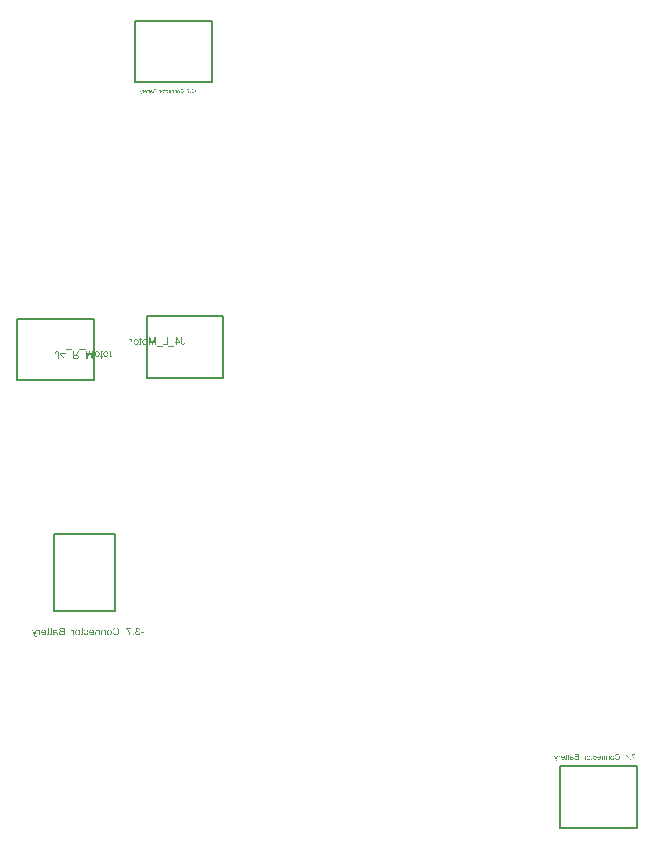
<source format=gbr>
G04*
G04 #@! TF.GenerationSoftware,Altium Limited,Altium Designer,23.9.2 (47)*
G04*
G04 Layer_Color=32896*
%FSLAX44Y44*%
%MOMM*%
G71*
G04*
G04 #@! TF.SameCoordinates,DC7A7723-1311-43B5-9009-1713E082842B*
G04*
G04*
G04 #@! TF.FilePolarity,Positive*
G04*
G01*
G75*
%ADD11C,0.2000*%
G36*
X180192Y233284D02*
X180442Y233238D01*
X180655Y233164D01*
X180840Y233090D01*
X180923Y233044D01*
X180987Y233007D01*
X181052Y232970D01*
X181098Y232933D01*
X181135Y232905D01*
X181163Y232887D01*
X181182Y232877D01*
X181191Y232868D01*
X181367Y232692D01*
X181505Y232498D01*
X181616Y232295D01*
X181709Y232091D01*
X181764Y231916D01*
X181792Y231842D01*
X181810Y231777D01*
X181819Y231721D01*
X181829Y231685D01*
X181838Y231657D01*
Y231648D01*
X181052Y231509D01*
X181015Y231712D01*
X180960Y231888D01*
X180895Y232036D01*
X180830Y232156D01*
X180765Y232248D01*
X180710Y232313D01*
X180673Y232360D01*
X180664Y232369D01*
X180544Y232461D01*
X180414Y232535D01*
X180294Y232581D01*
X180174Y232618D01*
X180063Y232637D01*
X179980Y232655D01*
X179906D01*
X179739Y232646D01*
X179591Y232609D01*
X179462Y232563D01*
X179351Y232517D01*
X179268Y232461D01*
X179203Y232415D01*
X179157Y232378D01*
X179147Y232369D01*
X179046Y232258D01*
X178972Y232138D01*
X178926Y232017D01*
X178889Y231906D01*
X178870Y231805D01*
X178852Y231731D01*
Y231675D01*
Y231666D01*
Y231657D01*
Y231555D01*
X178870Y231463D01*
X178916Y231306D01*
X178981Y231167D01*
X179055Y231047D01*
X179129Y230963D01*
X179194Y230899D01*
X179240Y230862D01*
X179249Y230852D01*
X179258D01*
X179416Y230769D01*
X179564Y230704D01*
X179721Y230658D01*
X179859Y230631D01*
X179980Y230612D01*
X180081Y230594D01*
X180201D01*
X180238Y230603D01*
X180285D01*
X180377Y229909D01*
X180257Y229937D01*
X180146Y229956D01*
X180054Y229974D01*
X179970Y229983D01*
X179906Y229993D01*
X179822D01*
X179628Y229974D01*
X179453Y229937D01*
X179296Y229882D01*
X179166Y229817D01*
X179064Y229752D01*
X178990Y229697D01*
X178944Y229660D01*
X178926Y229641D01*
X178805Y229503D01*
X178713Y229355D01*
X178648Y229207D01*
X178611Y229059D01*
X178584Y228939D01*
X178574Y228837D01*
X178565Y228800D01*
Y228772D01*
Y228754D01*
Y228744D01*
X178584Y228541D01*
X178630Y228356D01*
X178685Y228199D01*
X178759Y228060D01*
X178833Y227949D01*
X178889Y227866D01*
X178935Y227811D01*
X178953Y227792D01*
X179101Y227663D01*
X179258Y227570D01*
X179416Y227505D01*
X179564Y227459D01*
X179693Y227432D01*
X179795Y227422D01*
X179832Y227413D01*
X179887D01*
X180054Y227422D01*
X180211Y227459D01*
X180349Y227505D01*
X180460Y227561D01*
X180553Y227607D01*
X180627Y227654D01*
X180664Y227691D01*
X180682Y227700D01*
X180793Y227829D01*
X180886Y227977D01*
X180969Y228134D01*
X181034Y228301D01*
X181080Y228439D01*
X181098Y228504D01*
X181108Y228559D01*
X181117Y228606D01*
X181126Y228643D01*
X181135Y228661D01*
Y228671D01*
X181921Y228569D01*
X181903Y228421D01*
X181875Y228282D01*
X181792Y228023D01*
X181690Y227801D01*
X181635Y227709D01*
X181579Y227617D01*
X181524Y227533D01*
X181468Y227469D01*
X181422Y227404D01*
X181376Y227358D01*
X181348Y227321D01*
X181320Y227293D01*
X181302Y227274D01*
X181292Y227265D01*
X181182Y227182D01*
X181071Y227099D01*
X180960Y227034D01*
X180840Y226978D01*
X180608Y226886D01*
X180386Y226831D01*
X180285Y226812D01*
X180192Y226794D01*
X180109Y226784D01*
X180035Y226775D01*
X179980Y226766D01*
X179896D01*
X179721Y226775D01*
X179564Y226794D01*
X179406Y226821D01*
X179258Y226858D01*
X179120Y226905D01*
X179000Y226951D01*
X178879Y227006D01*
X178778Y227062D01*
X178676Y227108D01*
X178593Y227164D01*
X178519Y227210D01*
X178463Y227256D01*
X178417Y227293D01*
X178380Y227321D01*
X178362Y227339D01*
X178352Y227348D01*
X178242Y227459D01*
X178149Y227579D01*
X178066Y227700D01*
X177992Y227820D01*
X177936Y227931D01*
X177881Y228051D01*
X177807Y228273D01*
X177788Y228375D01*
X177770Y228467D01*
X177751Y228550D01*
X177742Y228624D01*
X177733Y228680D01*
Y228726D01*
Y228754D01*
Y228763D01*
X177742Y228985D01*
X177779Y229188D01*
X177835Y229364D01*
X177890Y229512D01*
X177946Y229632D01*
X178001Y229725D01*
X178038Y229780D01*
X178047Y229798D01*
X178177Y229937D01*
X178315Y230057D01*
X178463Y230150D01*
X178611Y230224D01*
X178741Y230279D01*
X178842Y230316D01*
X178879Y230325D01*
X178907Y230335D01*
X178926Y230344D01*
X178935D01*
X178778Y230427D01*
X178648Y230510D01*
X178537Y230603D01*
X178445Y230686D01*
X178371Y230760D01*
X178315Y230825D01*
X178288Y230862D01*
X178278Y230880D01*
X178204Y231010D01*
X178149Y231139D01*
X178103Y231269D01*
X178075Y231389D01*
X178057Y231490D01*
X178047Y231564D01*
Y231620D01*
Y231638D01*
X178057Y231796D01*
X178084Y231953D01*
X178121Y232091D01*
X178167Y232211D01*
X178214Y232313D01*
X178251Y232397D01*
X178278Y232443D01*
X178288Y232461D01*
X178380Y232600D01*
X178491Y232720D01*
X178602Y232822D01*
X178713Y232914D01*
X178805Y232979D01*
X178889Y233034D01*
X178944Y233062D01*
X178953Y233071D01*
X178963D01*
X179129Y233145D01*
X179296Y233201D01*
X179462Y233247D01*
X179610Y233275D01*
X179730Y233293D01*
X179832Y233302D01*
X180063D01*
X180192Y233284D01*
D02*
G37*
G36*
X110360Y231611D02*
X110554Y231592D01*
X110739Y231564D01*
X110887Y231537D01*
X111017Y231509D01*
X111109Y231481D01*
X111146Y231472D01*
X111174Y231463D01*
X111183Y231453D01*
X111192D01*
X111349Y231389D01*
X111488Y231306D01*
X111608Y231231D01*
X111710Y231157D01*
X111784Y231084D01*
X111840Y231028D01*
X111876Y230991D01*
X111886Y230982D01*
X111969Y230862D01*
X112043Y230732D01*
X112098Y230603D01*
X112145Y230483D01*
X112182Y230362D01*
X112209Y230279D01*
X112219Y230242D01*
Y230215D01*
X112228Y230205D01*
Y230196D01*
X111461Y230094D01*
X111405Y230261D01*
X111349Y230409D01*
X111285Y230529D01*
X111229Y230621D01*
X111174Y230695D01*
X111128Y230742D01*
X111091Y230769D01*
X111081Y230779D01*
X110970Y230843D01*
X110841Y230889D01*
X110702Y230926D01*
X110573Y230945D01*
X110443Y230963D01*
X110351Y230973D01*
X110259D01*
X110046Y230963D01*
X109861Y230936D01*
X109713Y230889D01*
X109584Y230843D01*
X109491Y230788D01*
X109417Y230751D01*
X109371Y230714D01*
X109362Y230704D01*
X109288Y230621D01*
X109232Y230520D01*
X109186Y230409D01*
X109158Y230298D01*
X109140Y230196D01*
X109131Y230103D01*
Y230048D01*
Y230039D01*
Y230030D01*
Y230011D01*
Y229974D01*
Y229909D01*
X109140Y229854D01*
Y229835D01*
Y229826D01*
X109232Y229798D01*
X109334Y229771D01*
X109547Y229715D01*
X109787Y229669D01*
X110009Y229623D01*
X110120Y229604D01*
X110222Y229595D01*
X110314Y229576D01*
X110388Y229567D01*
X110453Y229558D01*
X110499D01*
X110536Y229549D01*
X110545D01*
X110712Y229530D01*
X110850Y229503D01*
X110970Y229484D01*
X111063Y229466D01*
X111137Y229456D01*
X111192Y229438D01*
X111229Y229429D01*
X111239D01*
X111359Y229392D01*
X111461Y229355D01*
X111562Y229308D01*
X111645Y229271D01*
X111719Y229234D01*
X111766Y229198D01*
X111803Y229179D01*
X111812Y229170D01*
X111904Y229105D01*
X111978Y229031D01*
X112052Y228957D01*
X112108Y228883D01*
X112154Y228818D01*
X112191Y228763D01*
X112209Y228726D01*
X112219Y228717D01*
X112265Y228615D01*
X112302Y228504D01*
X112330Y228402D01*
X112348Y228301D01*
X112357Y228217D01*
X112367Y228153D01*
Y228116D01*
Y228097D01*
X112357Y227986D01*
X112348Y227894D01*
X112302Y227700D01*
X112237Y227542D01*
X112163Y227404D01*
X112089Y227293D01*
X112024Y227210D01*
X111978Y227163D01*
X111960Y227145D01*
X111793Y227025D01*
X111608Y226932D01*
X111405Y226868D01*
X111220Y226821D01*
X111054Y226794D01*
X110980Y226784D01*
X110915D01*
X110859Y226775D01*
X110786D01*
X110619Y226784D01*
X110453Y226803D01*
X110305Y226821D01*
X110175Y226849D01*
X110074Y226877D01*
X109990Y226905D01*
X109935Y226914D01*
X109916Y226923D01*
X109759Y226988D01*
X109611Y227071D01*
X109473Y227163D01*
X109334Y227247D01*
X109223Y227330D01*
X109140Y227395D01*
X109084Y227441D01*
X109075Y227459D01*
X109066D01*
X109047Y227339D01*
X109029Y227228D01*
X109010Y227126D01*
X108983Y227043D01*
X108955Y226969D01*
X108936Y226923D01*
X108927Y226886D01*
X108918Y226877D01*
X108095D01*
X108141Y226978D01*
X108188Y227080D01*
X108224Y227173D01*
X108243Y227256D01*
X108271Y227330D01*
X108280Y227385D01*
X108289Y227422D01*
Y227432D01*
X108299Y227496D01*
X108308Y227579D01*
Y227672D01*
X108317Y227774D01*
X108326Y228005D01*
Y228236D01*
X108336Y228458D01*
Y228559D01*
Y228643D01*
Y228717D01*
Y228772D01*
Y228809D01*
Y228818D01*
Y229872D01*
Y230048D01*
X108345Y230205D01*
X108354Y230325D01*
Y230427D01*
X108363Y230501D01*
X108372Y230557D01*
X108382Y230584D01*
Y230593D01*
X108409Y230714D01*
X108446Y230815D01*
X108483Y230899D01*
X108530Y230982D01*
X108567Y231037D01*
X108594Y231084D01*
X108613Y231111D01*
X108622Y231120D01*
X108696Y231194D01*
X108779Y231269D01*
X108872Y231324D01*
X108964Y231379D01*
X109047Y231416D01*
X109112Y231444D01*
X109158Y231463D01*
X109177Y231472D01*
X109325Y231518D01*
X109482Y231555D01*
X109639Y231583D01*
X109796Y231601D01*
X109935Y231611D01*
X110037Y231620D01*
X110138D01*
X110360Y231611D01*
D02*
G37*
G36*
X185000Y228800D02*
X182568D01*
Y229586D01*
X185000D01*
Y228800D01*
D02*
G37*
G36*
X92895Y226877D02*
X92932Y226794D01*
X92951Y226729D01*
X92969Y226692D01*
Y226683D01*
X93025Y226525D01*
X93080Y226396D01*
X93117Y226285D01*
X93154Y226211D01*
X93173Y226156D01*
X93191Y226119D01*
X93210Y226100D01*
Y226091D01*
X93284Y225989D01*
X93367Y225915D01*
X93404Y225888D01*
X93432Y225869D01*
X93450Y225851D01*
X93459D01*
X93524Y225823D01*
X93589Y225795D01*
X93727Y225767D01*
X93783D01*
X93829Y225758D01*
X93875D01*
X94023Y225767D01*
X94171Y225795D01*
X94227Y225814D01*
X94273Y225823D01*
X94310Y225832D01*
X94319D01*
X94236Y225102D01*
X94134Y225065D01*
X94042Y225046D01*
X93959Y225028D01*
X93885Y225009D01*
X93820D01*
X93774Y225000D01*
X93737D01*
X93598Y225009D01*
X93478Y225028D01*
X93367Y225055D01*
X93274Y225092D01*
X93191Y225129D01*
X93136Y225157D01*
X93099Y225176D01*
X93090Y225185D01*
X92988Y225259D01*
X92905Y225351D01*
X92821Y225444D01*
X92747Y225536D01*
X92692Y225619D01*
X92646Y225684D01*
X92618Y225730D01*
X92609Y225749D01*
X92581Y225814D01*
X92544Y225878D01*
X92470Y226035D01*
X92396Y226211D01*
X92331Y226387D01*
X92267Y226544D01*
X92239Y226618D01*
X92211Y226683D01*
X92193Y226729D01*
X92174Y226766D01*
X92165Y226794D01*
Y226803D01*
X90399Y231518D01*
X91185D01*
X92183Y228809D01*
X92257Y228615D01*
X92313Y228430D01*
X92378Y228245D01*
X92424Y228088D01*
X92461Y227949D01*
X92479Y227894D01*
X92488Y227848D01*
X92498Y227811D01*
X92507Y227783D01*
X92516Y227764D01*
Y227755D01*
X92572Y227968D01*
X92627Y228162D01*
X92683Y228347D01*
X92738Y228504D01*
X92784Y228633D01*
X92803Y228689D01*
X92821Y228735D01*
X92831Y228781D01*
X92840Y228809D01*
X92849Y228818D01*
Y228828D01*
X93820Y231518D01*
X94652D01*
X92895Y226877D01*
D02*
G37*
G36*
X133345Y232665D02*
Y231518D01*
X133927D01*
Y230908D01*
X133345D01*
Y228227D01*
Y228097D01*
Y227986D01*
X133336Y227885D01*
X133326Y227783D01*
Y227700D01*
X133317Y227626D01*
X133299Y227505D01*
X133280Y227413D01*
X133271Y227348D01*
X133252Y227311D01*
Y227302D01*
X133215Y227219D01*
X133160Y227154D01*
X133104Y227090D01*
X133058Y227043D01*
X133003Y226997D01*
X132966Y226969D01*
X132938Y226951D01*
X132929Y226942D01*
X132827Y226895D01*
X132725Y226868D01*
X132614Y226840D01*
X132503Y226831D01*
X132411Y226821D01*
X132337Y226812D01*
X132263D01*
X132060Y226821D01*
X131958Y226831D01*
X131866Y226849D01*
X131782Y226858D01*
X131718Y226868D01*
X131681Y226877D01*
X131662D01*
X131764Y227570D01*
X131838Y227561D01*
X131912Y227552D01*
X131976D01*
X132023Y227542D01*
X132115D01*
X132235Y227552D01*
X132319Y227570D01*
X132365Y227589D01*
X132383Y227598D01*
X132448Y227644D01*
X132485Y227691D01*
X132513Y227727D01*
X132522Y227746D01*
X132531Y227792D01*
X132541Y227857D01*
X132550Y228005D01*
X132559Y228069D01*
Y228125D01*
Y228162D01*
Y228181D01*
Y230908D01*
X131764D01*
Y231518D01*
X132559D01*
Y233136D01*
X133345Y232665D01*
D02*
G37*
G36*
X106995Y232665D02*
Y231518D01*
X107577D01*
Y230908D01*
X106995D01*
Y228227D01*
Y228097D01*
Y227986D01*
X106986Y227885D01*
X106976Y227783D01*
Y227700D01*
X106967Y227626D01*
X106949Y227505D01*
X106930Y227413D01*
X106921Y227348D01*
X106902Y227311D01*
Y227302D01*
X106865Y227219D01*
X106810Y227154D01*
X106755Y227090D01*
X106708Y227043D01*
X106653Y226997D01*
X106616Y226969D01*
X106588Y226951D01*
X106579Y226942D01*
X106477Y226895D01*
X106375Y226868D01*
X106264Y226840D01*
X106153Y226831D01*
X106061Y226821D01*
X105987Y226812D01*
X105913D01*
X105710Y226821D01*
X105608Y226831D01*
X105516Y226849D01*
X105432Y226858D01*
X105368Y226868D01*
X105331Y226877D01*
X105312D01*
X105414Y227570D01*
X105488Y227561D01*
X105562Y227552D01*
X105626D01*
X105673Y227542D01*
X105765D01*
X105885Y227552D01*
X105969Y227570D01*
X106015Y227589D01*
X106033Y227598D01*
X106098Y227644D01*
X106135Y227690D01*
X106163Y227727D01*
X106172Y227746D01*
X106181Y227792D01*
X106191Y227857D01*
X106200Y228005D01*
X106209Y228069D01*
Y228125D01*
Y228162D01*
Y228180D01*
Y230908D01*
X105414D01*
Y231518D01*
X106209D01*
Y233136D01*
X106995Y232665D01*
D02*
G37*
G36*
X104508D02*
Y231518D01*
X105090D01*
Y230908D01*
X104508D01*
Y228227D01*
Y228097D01*
Y227986D01*
X104499Y227885D01*
X104489Y227783D01*
Y227700D01*
X104480Y227626D01*
X104462Y227505D01*
X104443Y227413D01*
X104434Y227348D01*
X104415Y227311D01*
Y227302D01*
X104378Y227219D01*
X104323Y227154D01*
X104267Y227090D01*
X104221Y227043D01*
X104166Y226997D01*
X104129Y226969D01*
X104101Y226951D01*
X104092Y226942D01*
X103990Y226895D01*
X103888Y226868D01*
X103777Y226840D01*
X103666Y226831D01*
X103574Y226821D01*
X103500Y226812D01*
X103426D01*
X103223Y226821D01*
X103121Y226831D01*
X103028Y226849D01*
X102945Y226858D01*
X102881Y226868D01*
X102844Y226877D01*
X102825D01*
X102927Y227570D01*
X103001Y227561D01*
X103075Y227552D01*
X103139D01*
X103186Y227542D01*
X103278D01*
X103398Y227552D01*
X103482Y227570D01*
X103528Y227589D01*
X103546Y227598D01*
X103611Y227644D01*
X103648Y227690D01*
X103676Y227727D01*
X103685Y227746D01*
X103694Y227792D01*
X103703Y227857D01*
X103713Y228005D01*
X103722Y228069D01*
Y228125D01*
Y228162D01*
Y228180D01*
Y230908D01*
X102927D01*
Y231518D01*
X103722D01*
Y233136D01*
X104508Y232665D01*
D02*
G37*
G36*
X161738Y233367D02*
X162034Y233321D01*
X162293Y233265D01*
X162413Y233229D01*
X162524Y233192D01*
X162626Y233155D01*
X162718Y233118D01*
X162792Y233090D01*
X162866Y233062D01*
X162912Y233034D01*
X162949Y233016D01*
X162977Y233007D01*
X162986Y232997D01*
X163236Y232840D01*
X163449Y232655D01*
X163633Y232470D01*
X163791Y232285D01*
X163911Y232119D01*
X163957Y232045D01*
X163994Y231980D01*
X164031Y231934D01*
X164049Y231897D01*
X164059Y231870D01*
X164068Y231860D01*
X164197Y231574D01*
X164290Y231278D01*
X164355Y230982D01*
X164401Y230714D01*
X164419Y230594D01*
X164429Y230473D01*
X164438Y230381D01*
Y230289D01*
X164447Y230224D01*
Y230168D01*
Y230131D01*
Y230122D01*
X164429Y229789D01*
X164391Y229466D01*
X164345Y229179D01*
X164308Y229040D01*
X164281Y228920D01*
X164253Y228809D01*
X164216Y228708D01*
X164188Y228615D01*
X164170Y228541D01*
X164142Y228486D01*
X164133Y228439D01*
X164114Y228412D01*
Y228402D01*
X163976Y228125D01*
X163818Y227875D01*
X163652Y227663D01*
X163569Y227579D01*
X163495Y227496D01*
X163421Y227422D01*
X163347Y227358D01*
X163282Y227302D01*
X163227Y227265D01*
X163190Y227228D01*
X163153Y227200D01*
X163134Y227191D01*
X163125Y227182D01*
X162995Y227108D01*
X162866Y227043D01*
X162589Y226942D01*
X162311Y226868D01*
X162043Y226821D01*
X161914Y226803D01*
X161803Y226784D01*
X161701Y226775D01*
X161618D01*
X161544Y226766D01*
X161442D01*
X161257Y226775D01*
X161082Y226794D01*
X160915Y226812D01*
X160758Y226849D01*
X160610Y226895D01*
X160471Y226942D01*
X160342Y226988D01*
X160222Y227043D01*
X160120Y227090D01*
X160018Y227136D01*
X159944Y227182D01*
X159870Y227228D01*
X159824Y227265D01*
X159778Y227284D01*
X159760Y227302D01*
X159750Y227311D01*
X159621Y227422D01*
X159510Y227533D01*
X159408Y227663D01*
X159306Y227792D01*
X159140Y228051D01*
X159011Y228310D01*
X158955Y228430D01*
X158909Y228541D01*
X158872Y228643D01*
X158844Y228726D01*
X158816Y228800D01*
X158798Y228855D01*
X158789Y228892D01*
Y228902D01*
X159639Y229114D01*
X159676Y228966D01*
X159722Y228828D01*
X159769Y228698D01*
X159815Y228578D01*
X159870Y228467D01*
X159926Y228375D01*
X159991Y228282D01*
X160046Y228199D01*
X160092Y228125D01*
X160148Y228069D01*
X160194Y228014D01*
X160231Y227968D01*
X160268Y227940D01*
X160296Y227912D01*
X160305Y227903D01*
X160314Y227894D01*
X160407Y227820D01*
X160508Y227764D01*
X160712Y227663D01*
X160906Y227589D01*
X161100Y227542D01*
X161266Y227505D01*
X161331Y227496D01*
X161396D01*
X161451Y227487D01*
X161516D01*
X161729Y227496D01*
X161932Y227533D01*
X162117Y227579D01*
X162283Y227635D01*
X162413Y227691D01*
X162468Y227718D01*
X162515Y227737D01*
X162552Y227755D01*
X162579Y227774D01*
X162598Y227783D01*
X162607D01*
X162783Y227912D01*
X162931Y228051D01*
X163060Y228208D01*
X163162Y228356D01*
X163245Y228486D01*
X163301Y228596D01*
X163319Y228643D01*
X163337Y228671D01*
X163347Y228689D01*
Y228698D01*
X163421Y228939D01*
X163476Y229179D01*
X163522Y229419D01*
X163550Y229641D01*
X163559Y229743D01*
X163569Y229835D01*
Y229919D01*
X163578Y229983D01*
Y230039D01*
Y230085D01*
Y230113D01*
Y230122D01*
X163569Y230362D01*
X163550Y230584D01*
X163513Y230788D01*
X163476Y230973D01*
X163449Y231130D01*
X163430Y231194D01*
X163412Y231250D01*
X163402Y231296D01*
X163393Y231324D01*
X163384Y231343D01*
Y231352D01*
X163291Y231564D01*
X163190Y231758D01*
X163079Y231916D01*
X162959Y232054D01*
X162857Y232165D01*
X162774Y232239D01*
X162709Y232285D01*
X162700Y232304D01*
X162690D01*
X162496Y232424D01*
X162283Y232517D01*
X162080Y232581D01*
X161886Y232618D01*
X161710Y232646D01*
X161636Y232655D01*
X161572D01*
X161525Y232665D01*
X161451D01*
X161220Y232655D01*
X161008Y232618D01*
X160832Y232563D01*
X160675Y232507D01*
X160555Y232443D01*
X160462Y232397D01*
X160407Y232360D01*
X160388Y232341D01*
X160240Y232202D01*
X160102Y232045D01*
X159991Y231879D01*
X159898Y231712D01*
X159824Y231564D01*
X159796Y231490D01*
X159778Y231435D01*
X159760Y231389D01*
X159741Y231352D01*
X159732Y231333D01*
Y231324D01*
X158900Y231518D01*
X158955Y231685D01*
X159011Y231833D01*
X159085Y231971D01*
X159149Y232110D01*
X159223Y232230D01*
X159306Y232341D01*
X159380Y232452D01*
X159454Y232544D01*
X159528Y232618D01*
X159593Y232692D01*
X159658Y232757D01*
X159704Y232803D01*
X159750Y232850D01*
X159787Y232877D01*
X159806Y232887D01*
X159815Y232896D01*
X159944Y232979D01*
X160074Y233062D01*
X160203Y233127D01*
X160342Y233182D01*
X160619Y233265D01*
X160869Y233321D01*
X160989Y233349D01*
X161091Y233358D01*
X161193Y233367D01*
X161276Y233377D01*
X161341Y233386D01*
X161433D01*
X161738Y233367D01*
D02*
G37*
G36*
X141204Y231611D02*
X141370Y231592D01*
X141527Y231564D01*
X141675Y231518D01*
X141814Y231472D01*
X141943Y231416D01*
X142063Y231361D01*
X142165Y231296D01*
X142267Y231241D01*
X142350Y231176D01*
X142424Y231121D01*
X142479Y231074D01*
X142526Y231028D01*
X142563Y231000D01*
X142581Y230982D01*
X142590Y230973D01*
X142692Y230843D01*
X142785Y230704D01*
X142868Y230566D01*
X142942Y230418D01*
X142997Y230261D01*
X143043Y230113D01*
X143117Y229817D01*
X143145Y229688D01*
X143164Y229558D01*
X143173Y229447D01*
X143182Y229345D01*
X143191Y229262D01*
Y229207D01*
Y229160D01*
Y229151D01*
X143182Y228948D01*
X143164Y228754D01*
X143136Y228569D01*
X143099Y228402D01*
X143053Y228245D01*
X143006Y228097D01*
X142951Y227968D01*
X142895Y227848D01*
X142840Y227746D01*
X142785Y227654D01*
X142738Y227579D01*
X142692Y227515D01*
X142655Y227459D01*
X142627Y227422D01*
X142609Y227404D01*
X142600Y227395D01*
X142479Y227284D01*
X142359Y227191D01*
X142230Y227108D01*
X142091Y227034D01*
X141962Y226978D01*
X141823Y226923D01*
X141564Y226849D01*
X141444Y226831D01*
X141333Y226812D01*
X141231Y226794D01*
X141148Y226784D01*
X141083Y226775D01*
X140982D01*
X140695Y226794D01*
X140436Y226840D01*
X140205Y226895D01*
X140113Y226932D01*
X140020Y226969D01*
X139937Y227006D01*
X139863Y227043D01*
X139808Y227071D01*
X139752Y227099D01*
X139715Y227127D01*
X139687Y227145D01*
X139669Y227164D01*
X139660D01*
X139475Y227330D01*
X139327Y227505D01*
X139197Y227691D01*
X139105Y227866D01*
X139031Y228023D01*
X139003Y228097D01*
X138975Y228153D01*
X138957Y228208D01*
X138948Y228245D01*
X138938Y228264D01*
Y228273D01*
X139752Y228375D01*
X139826Y228199D01*
X139909Y228051D01*
X139992Y227922D01*
X140066Y227820D01*
X140131Y227746D01*
X140187Y227691D01*
X140233Y227654D01*
X140242Y227644D01*
X140362Y227570D01*
X140482Y227515D01*
X140612Y227478D01*
X140723Y227450D01*
X140824Y227432D01*
X140908Y227422D01*
X140982D01*
X141093Y227432D01*
X141194Y227441D01*
X141379Y227487D01*
X141546Y227552D01*
X141694Y227626D01*
X141805Y227691D01*
X141888Y227755D01*
X141943Y227801D01*
X141952Y227820D01*
X141962D01*
X142091Y227986D01*
X142193Y228171D01*
X142267Y228375D01*
X142322Y228559D01*
X142350Y228726D01*
X142368Y228800D01*
X142378Y228865D01*
Y228920D01*
X142387Y228957D01*
Y228985D01*
Y228994D01*
X138920D01*
X138911Y229086D01*
Y229151D01*
Y229188D01*
Y229198D01*
X138920Y229410D01*
X138938Y229604D01*
X138966Y229789D01*
X139003Y229965D01*
X139049Y230122D01*
X139096Y230270D01*
X139151Y230399D01*
X139206Y230520D01*
X139262Y230631D01*
X139318Y230723D01*
X139364Y230797D01*
X139410Y230862D01*
X139447Y230917D01*
X139475Y230954D01*
X139493Y230973D01*
X139502Y230982D01*
X139613Y231093D01*
X139733Y231194D01*
X139863Y231278D01*
X139992Y231352D01*
X140122Y231416D01*
X140242Y231463D01*
X140372Y231509D01*
X140482Y231537D01*
X140603Y231564D01*
X140704Y231583D01*
X140797Y231601D01*
X140871Y231611D01*
X140935Y231620D01*
X141028D01*
X141204Y231611D01*
D02*
G37*
G36*
X136294D02*
X136498Y231574D01*
X136692Y231527D01*
X136849Y231481D01*
X136988Y231426D01*
X137043Y231398D01*
X137089Y231379D01*
X137126Y231361D01*
X137154Y231343D01*
X137172Y231333D01*
X137182D01*
X137357Y231222D01*
X137515Y231084D01*
X137644Y230945D01*
X137755Y230806D01*
X137838Y230686D01*
X137894Y230584D01*
X137912Y230547D01*
X137931Y230520D01*
X137940Y230501D01*
Y230492D01*
X138023Y230270D01*
X138079Y230048D01*
X138125Y229826D01*
X138153Y229623D01*
X138162Y229530D01*
X138171Y229447D01*
Y229373D01*
X138180Y229308D01*
Y229253D01*
Y229216D01*
Y229188D01*
Y229179D01*
X138171Y228966D01*
X138153Y228772D01*
X138125Y228578D01*
X138088Y228412D01*
X138051Y228245D01*
X137995Y228106D01*
X137949Y227968D01*
X137894Y227848D01*
X137838Y227746D01*
X137792Y227654D01*
X137737Y227570D01*
X137699Y227505D01*
X137662Y227459D01*
X137635Y227422D01*
X137616Y227404D01*
X137607Y227395D01*
X137496Y227284D01*
X137376Y227191D01*
X137256Y227108D01*
X137126Y227034D01*
X136997Y226978D01*
X136877Y226923D01*
X136627Y226849D01*
X136516Y226831D01*
X136414Y226812D01*
X136322Y226794D01*
X136239Y226784D01*
X136174Y226775D01*
X136081D01*
X135943Y226784D01*
X135804Y226794D01*
X135564Y226849D01*
X135342Y226914D01*
X135157Y226997D01*
X135083Y227043D01*
X135009Y227080D01*
X134944Y227117D01*
X134898Y227154D01*
X134861Y227182D01*
X134833Y227200D01*
X134815Y227210D01*
X134806Y227219D01*
X134713Y227311D01*
X134630Y227404D01*
X134482Y227607D01*
X134362Y227820D01*
X134279Y228014D01*
X134214Y228199D01*
X134195Y228273D01*
X134177Y228347D01*
X134168Y228402D01*
X134158Y228439D01*
X134149Y228467D01*
Y228476D01*
X134926Y228578D01*
X134963Y228375D01*
X135018Y228190D01*
X135092Y228042D01*
X135157Y227922D01*
X135222Y227820D01*
X135277Y227755D01*
X135305Y227709D01*
X135323Y227700D01*
X135444Y227607D01*
X135573Y227542D01*
X135702Y227487D01*
X135823Y227459D01*
X135924Y227441D01*
X136017Y227432D01*
X136072Y227422D01*
X136091D01*
X136193Y227432D01*
X136294Y227441D01*
X136479Y227487D01*
X136636Y227552D01*
X136775Y227635D01*
X136877Y227709D01*
X136960Y227774D01*
X137006Y227820D01*
X137025Y227838D01*
X137089Y227922D01*
X137145Y228023D01*
X137228Y228227D01*
X137293Y228458D01*
X137330Y228680D01*
X137357Y228883D01*
X137367Y228966D01*
Y229050D01*
X137376Y229105D01*
Y229160D01*
Y229188D01*
Y229198D01*
Y229364D01*
X137357Y229521D01*
X137339Y229669D01*
X137320Y229798D01*
X137293Y229919D01*
X137256Y230030D01*
X137228Y230131D01*
X137191Y230224D01*
X137154Y230298D01*
X137126Y230362D01*
X137089Y230418D01*
X137062Y230464D01*
X137043Y230501D01*
X137025Y230529D01*
X137006Y230538D01*
Y230547D01*
X136932Y230621D01*
X136858Y230686D01*
X136701Y230797D01*
X136535Y230871D01*
X136387Y230917D01*
X136248Y230954D01*
X136146Y230963D01*
X136100Y230973D01*
X136045D01*
X135906Y230963D01*
X135776Y230936D01*
X135666Y230899D01*
X135564Y230852D01*
X135490Y230806D01*
X135425Y230769D01*
X135388Y230742D01*
X135379Y230732D01*
X135286Y230640D01*
X135203Y230529D01*
X135129Y230409D01*
X135083Y230298D01*
X135037Y230196D01*
X135009Y230113D01*
X135000Y230057D01*
X134991Y230048D01*
Y230039D01*
X134223Y230159D01*
X134288Y230409D01*
X134380Y230621D01*
X134482Y230806D01*
X134584Y230954D01*
X134685Y231074D01*
X134769Y231158D01*
X134824Y231213D01*
X134833Y231231D01*
X134843D01*
X135037Y231361D01*
X135240Y231453D01*
X135444Y231527D01*
X135638Y231574D01*
X135813Y231601D01*
X135887Y231611D01*
X135943D01*
X135998Y231620D01*
X136072D01*
X136294Y231611D01*
D02*
G37*
G36*
X100430Y231611D02*
X100597Y231592D01*
X100754Y231564D01*
X100902Y231518D01*
X101041Y231472D01*
X101170Y231416D01*
X101290Y231361D01*
X101392Y231296D01*
X101494Y231241D01*
X101577Y231176D01*
X101651Y231120D01*
X101706Y231074D01*
X101753Y231028D01*
X101790Y231000D01*
X101808Y230982D01*
X101817Y230973D01*
X101919Y230843D01*
X102011Y230704D01*
X102095Y230566D01*
X102169Y230418D01*
X102224Y230261D01*
X102270Y230113D01*
X102344Y229817D01*
X102372Y229688D01*
X102390Y229558D01*
X102400Y229447D01*
X102409Y229345D01*
X102418Y229262D01*
Y229207D01*
Y229160D01*
Y229151D01*
X102409Y228948D01*
X102390Y228754D01*
X102363Y228569D01*
X102326Y228402D01*
X102280Y228245D01*
X102233Y228097D01*
X102178Y227968D01*
X102122Y227848D01*
X102067Y227746D01*
X102011Y227653D01*
X101965Y227579D01*
X101919Y227515D01*
X101882Y227459D01*
X101854Y227422D01*
X101836Y227404D01*
X101827Y227395D01*
X101706Y227284D01*
X101586Y227191D01*
X101457Y227108D01*
X101318Y227034D01*
X101189Y226978D01*
X101050Y226923D01*
X100791Y226849D01*
X100671Y226831D01*
X100560Y226812D01*
X100458Y226794D01*
X100375Y226784D01*
X100310Y226775D01*
X100209D01*
X99922Y226794D01*
X99663Y226840D01*
X99432Y226895D01*
X99340Y226932D01*
X99247Y226969D01*
X99164Y227006D01*
X99090Y227043D01*
X99034Y227071D01*
X98979Y227099D01*
X98942Y227126D01*
X98914Y227145D01*
X98896Y227163D01*
X98886D01*
X98702Y227330D01*
X98554Y227505D01*
X98424Y227690D01*
X98332Y227866D01*
X98258Y228023D01*
X98230Y228097D01*
X98202Y228153D01*
X98184Y228208D01*
X98175Y228245D01*
X98165Y228264D01*
Y228273D01*
X98979Y228375D01*
X99053Y228199D01*
X99136Y228051D01*
X99219Y227922D01*
X99293Y227820D01*
X99358Y227746D01*
X99413Y227690D01*
X99460Y227653D01*
X99469Y227644D01*
X99589Y227570D01*
X99709Y227515D01*
X99839Y227478D01*
X99950Y227450D01*
X100051Y227432D01*
X100135Y227422D01*
X100209D01*
X100319Y227432D01*
X100421Y227441D01*
X100606Y227487D01*
X100773Y227552D01*
X100920Y227626D01*
X101031Y227690D01*
X101115Y227755D01*
X101170Y227801D01*
X101179Y227820D01*
X101189D01*
X101318Y227986D01*
X101420Y228171D01*
X101494Y228375D01*
X101549Y228559D01*
X101577Y228726D01*
X101595Y228800D01*
X101605Y228865D01*
Y228920D01*
X101614Y228957D01*
Y228985D01*
Y228994D01*
X98147D01*
X98138Y229086D01*
Y229151D01*
Y229188D01*
Y229198D01*
X98147Y229410D01*
X98165Y229604D01*
X98193Y229789D01*
X98230Y229965D01*
X98276Y230122D01*
X98322Y230270D01*
X98378Y230399D01*
X98433Y230520D01*
X98489Y230630D01*
X98544Y230723D01*
X98591Y230797D01*
X98637Y230862D01*
X98674Y230917D01*
X98702Y230954D01*
X98720Y230973D01*
X98729Y230982D01*
X98840Y231093D01*
X98960Y231194D01*
X99090Y231278D01*
X99219Y231352D01*
X99349Y231416D01*
X99469Y231463D01*
X99598Y231509D01*
X99709Y231537D01*
X99830Y231564D01*
X99931Y231583D01*
X100024Y231601D01*
X100098Y231611D01*
X100162Y231620D01*
X100255D01*
X100430Y231611D01*
D02*
G37*
G36*
X176513Y226877D02*
X175616D01*
Y227774D01*
X176513D01*
Y226877D01*
D02*
G37*
G36*
X174414Y232433D02*
X171280D01*
X171501Y232165D01*
X171714Y231879D01*
X171899Y231601D01*
X172075Y231333D01*
X172149Y231213D01*
X172213Y231102D01*
X172278Y231000D01*
X172324Y230917D01*
X172361Y230843D01*
X172389Y230797D01*
X172407Y230760D01*
X172417Y230751D01*
X172602Y230381D01*
X172768Y230011D01*
X172907Y229660D01*
X172962Y229503D01*
X173018Y229345D01*
X173073Y229207D01*
X173110Y229077D01*
X173147Y228966D01*
X173175Y228874D01*
X173203Y228791D01*
X173221Y228735D01*
X173230Y228698D01*
Y228689D01*
X173323Y228310D01*
X173360Y228125D01*
X173388Y227959D01*
X173415Y227801D01*
X173443Y227644D01*
X173461Y227515D01*
X173480Y227385D01*
X173489Y227274D01*
X173498Y227173D01*
X173508Y227080D01*
Y227006D01*
X173517Y226951D01*
Y226914D01*
Y226886D01*
Y226877D01*
X172713D01*
X172685Y227228D01*
X172639Y227552D01*
X172592Y227848D01*
X172565Y227986D01*
X172537Y228116D01*
X172518Y228227D01*
X172491Y228328D01*
X172472Y228421D01*
X172454Y228495D01*
X172435Y228550D01*
X172426Y228596D01*
X172417Y228624D01*
Y228633D01*
X172278Y229059D01*
X172130Y229456D01*
X172056Y229650D01*
X171982Y229835D01*
X171899Y230002D01*
X171825Y230168D01*
X171760Y230316D01*
X171696Y230446D01*
X171640Y230557D01*
X171594Y230658D01*
X171548Y230742D01*
X171520Y230797D01*
X171501Y230834D01*
X171492Y230843D01*
X171381Y231037D01*
X171270Y231231D01*
X171159Y231407D01*
X171048Y231574D01*
X170947Y231721D01*
X170845Y231870D01*
X170743Y231999D01*
X170660Y232110D01*
X170577Y232221D01*
X170503Y232313D01*
X170429Y232387D01*
X170373Y232452D01*
X170336Y232507D01*
X170299Y232544D01*
X170281Y232563D01*
X170272Y232572D01*
Y233192D01*
X174414D01*
Y232433D01*
D02*
G37*
G36*
X150875Y231611D02*
X151041Y231583D01*
X151189Y231546D01*
X151337Y231500D01*
X151466Y231444D01*
X151586Y231379D01*
X151697Y231306D01*
X151790Y231241D01*
X151882Y231167D01*
X151956Y231093D01*
X152021Y231028D01*
X152076Y230973D01*
X152113Y230926D01*
X152141Y230889D01*
X152160Y230862D01*
X152169Y230852D01*
Y231518D01*
X152872D01*
Y226877D01*
X152086D01*
Y229401D01*
Y229558D01*
X152067Y229715D01*
X152049Y229845D01*
X152030Y229965D01*
X152002Y230076D01*
X151975Y230177D01*
X151938Y230270D01*
X151901Y230344D01*
X151873Y230409D01*
X151836Y230464D01*
X151808Y230510D01*
X151781Y230547D01*
X151744Y230594D01*
X151725Y230612D01*
X151586Y230723D01*
X151439Y230797D01*
X151291Y230852D01*
X151161Y230899D01*
X151041Y230917D01*
X150948Y230926D01*
X150912Y230936D01*
X150865D01*
X150754Y230926D01*
X150643Y230917D01*
X150551Y230889D01*
X150477Y230862D01*
X150412Y230834D01*
X150357Y230816D01*
X150329Y230797D01*
X150320Y230788D01*
X150237Y230732D01*
X150163Y230667D01*
X150107Y230603D01*
X150061Y230547D01*
X150033Y230492D01*
X150005Y230446D01*
X149987Y230418D01*
Y230409D01*
X149959Y230307D01*
X149931Y230196D01*
X149913Y230076D01*
X149904Y229956D01*
X149894Y229854D01*
Y229771D01*
Y229706D01*
Y229697D01*
Y229688D01*
Y226877D01*
X149109D01*
Y229725D01*
Y229919D01*
X149118Y230076D01*
X149127Y230205D01*
Y230316D01*
X149136Y230390D01*
X149145Y230446D01*
X149155Y230483D01*
Y230492D01*
X149183Y230612D01*
X149229Y230723D01*
X149266Y230816D01*
X149303Y230908D01*
X149349Y230973D01*
X149377Y231019D01*
X149395Y231056D01*
X149404Y231065D01*
X149478Y231158D01*
X149562Y231231D01*
X149645Y231306D01*
X149737Y231361D01*
X149811Y231407D01*
X149876Y231435D01*
X149913Y231453D01*
X149931Y231463D01*
X150061Y231518D01*
X150199Y231555D01*
X150329Y231583D01*
X150449Y231601D01*
X150551Y231611D01*
X150625Y231620D01*
X150699D01*
X150875Y231611D01*
D02*
G37*
G36*
X145900D02*
X146067Y231583D01*
X146215Y231546D01*
X146363Y231500D01*
X146492Y231444D01*
X146612Y231379D01*
X146723Y231306D01*
X146816Y231241D01*
X146908Y231167D01*
X146982Y231093D01*
X147047Y231028D01*
X147102Y230973D01*
X147139Y230926D01*
X147167Y230889D01*
X147185Y230862D01*
X147195Y230852D01*
Y231518D01*
X147897D01*
Y226877D01*
X147112D01*
Y229401D01*
Y229558D01*
X147093Y229715D01*
X147074Y229845D01*
X147056Y229965D01*
X147028Y230076D01*
X147001Y230177D01*
X146964Y230270D01*
X146927Y230344D01*
X146899Y230409D01*
X146862Y230464D01*
X146834Y230510D01*
X146806Y230547D01*
X146769Y230594D01*
X146751Y230612D01*
X146612Y230723D01*
X146464Y230797D01*
X146316Y230852D01*
X146187Y230899D01*
X146067Y230917D01*
X145974Y230926D01*
X145937Y230936D01*
X145891D01*
X145780Y230926D01*
X145669Y230917D01*
X145577Y230889D01*
X145503Y230862D01*
X145438Y230834D01*
X145383Y230816D01*
X145355Y230797D01*
X145346Y230788D01*
X145262Y230732D01*
X145188Y230667D01*
X145133Y230603D01*
X145087Y230547D01*
X145059Y230492D01*
X145031Y230446D01*
X145013Y230418D01*
Y230409D01*
X144985Y230307D01*
X144957Y230196D01*
X144939Y230076D01*
X144930Y229956D01*
X144920Y229854D01*
Y229771D01*
Y229706D01*
Y229697D01*
Y229688D01*
Y226877D01*
X144134D01*
Y229725D01*
Y229919D01*
X144144Y230076D01*
X144153Y230205D01*
Y230316D01*
X144162Y230390D01*
X144171Y230446D01*
X144181Y230483D01*
Y230492D01*
X144208Y230612D01*
X144255Y230723D01*
X144292Y230816D01*
X144329Y230908D01*
X144375Y230973D01*
X144403Y231019D01*
X144421Y231056D01*
X144430Y231065D01*
X144504Y231158D01*
X144587Y231231D01*
X144671Y231306D01*
X144763Y231361D01*
X144837Y231407D01*
X144902Y231435D01*
X144939Y231453D01*
X144957Y231463D01*
X145087Y231518D01*
X145225Y231555D01*
X145355Y231583D01*
X145475Y231601D01*
X145577Y231611D01*
X145651Y231620D01*
X145725D01*
X145900Y231611D01*
D02*
G37*
G36*
X124414D02*
X124506Y231592D01*
X124599Y231564D01*
X124672Y231537D01*
X124728Y231509D01*
X124783Y231481D01*
X124811Y231463D01*
X124820Y231453D01*
X124904Y231379D01*
X124987Y231287D01*
X125070Y231176D01*
X125144Y231074D01*
X125218Y230973D01*
X125264Y230889D01*
X125301Y230825D01*
X125310Y230816D01*
Y231518D01*
X126022D01*
Y226877D01*
X125236D01*
Y229299D01*
X125227Y229484D01*
X125218Y229650D01*
X125199Y229808D01*
X125172Y229946D01*
X125144Y230057D01*
X125126Y230140D01*
X125116Y230196D01*
X125107Y230215D01*
X125070Y230316D01*
X125024Y230399D01*
X124978Y230473D01*
X124931Y230538D01*
X124885Y230584D01*
X124857Y230621D01*
X124830Y230640D01*
X124820Y230649D01*
X124746Y230704D01*
X124663Y230742D01*
X124580Y230769D01*
X124515Y230788D01*
X124451Y230797D01*
X124404Y230806D01*
X124358D01*
X124256Y230797D01*
X124155Y230779D01*
X124053Y230751D01*
X123970Y230723D01*
X123896Y230695D01*
X123840Y230667D01*
X123803Y230649D01*
X123794Y230640D01*
X123507Y231361D01*
X123665Y231444D01*
X123813Y231509D01*
X123942Y231555D01*
X124062Y231592D01*
X124164Y231611D01*
X124247Y231620D01*
X124312D01*
X124414Y231611D01*
D02*
G37*
G36*
X117997Y226877D02*
X115556D01*
X115334Y226886D01*
X115140Y226895D01*
X114965Y226914D01*
X114817Y226932D01*
X114696Y226951D01*
X114604Y226960D01*
X114549Y226978D01*
X114530D01*
X114373Y227025D01*
X114243Y227071D01*
X114123Y227127D01*
X114022Y227182D01*
X113938Y227219D01*
X113874Y227256D01*
X113837Y227284D01*
X113827Y227293D01*
X113726Y227376D01*
X113633Y227478D01*
X113559Y227579D01*
X113485Y227672D01*
X113430Y227764D01*
X113393Y227829D01*
X113365Y227875D01*
X113356Y227894D01*
X113291Y228042D01*
X113245Y228190D01*
X113208Y228328D01*
X113189Y228458D01*
X113171Y228569D01*
X113162Y228661D01*
Y228717D01*
Y228726D01*
Y228735D01*
X113171Y228939D01*
X113208Y229123D01*
X113263Y229281D01*
X113319Y229429D01*
X113374Y229540D01*
X113430Y229623D01*
X113467Y229678D01*
X113476Y229697D01*
X113605Y229845D01*
X113744Y229965D01*
X113901Y230067D01*
X114040Y230150D01*
X114169Y230215D01*
X114280Y230252D01*
X114317Y230270D01*
X114345Y230279D01*
X114364Y230289D01*
X114373D01*
X114216Y230381D01*
X114077Y230473D01*
X113966Y230575D01*
X113874Y230667D01*
X113800Y230742D01*
X113744Y230816D01*
X113716Y230852D01*
X113707Y230871D01*
X113633Y231010D01*
X113578Y231139D01*
X113532Y231269D01*
X113504Y231389D01*
X113485Y231490D01*
X113476Y231574D01*
Y231620D01*
Y231638D01*
X113485Y231796D01*
X113513Y231953D01*
X113559Y232091D01*
X113605Y232221D01*
X113652Y232332D01*
X113698Y232406D01*
X113726Y232461D01*
X113735Y232480D01*
X113837Y232618D01*
X113947Y232748D01*
X114068Y232850D01*
X114179Y232933D01*
X114271Y232997D01*
X114354Y233044D01*
X114410Y233071D01*
X114419Y233081D01*
X114428D01*
X114604Y233145D01*
X114798Y233192D01*
X114992Y233229D01*
X115177Y233247D01*
X115344Y233265D01*
X115418D01*
X115482Y233275D01*
X117997D01*
Y226877D01*
D02*
G37*
G36*
X95576Y231611D02*
X95669Y231592D01*
X95761Y231564D01*
X95835Y231537D01*
X95891Y231509D01*
X95946Y231481D01*
X95974Y231463D01*
X95983Y231453D01*
X96067Y231379D01*
X96150Y231287D01*
X96233Y231176D01*
X96307Y231074D01*
X96381Y230973D01*
X96427Y230889D01*
X96464Y230825D01*
X96473Y230815D01*
Y231518D01*
X97185D01*
Y226877D01*
X96399D01*
Y229299D01*
X96390Y229484D01*
X96381Y229650D01*
X96362Y229808D01*
X96335Y229946D01*
X96307Y230057D01*
X96288Y230140D01*
X96279Y230196D01*
X96270Y230215D01*
X96233Y230316D01*
X96187Y230399D01*
X96140Y230473D01*
X96094Y230538D01*
X96048Y230584D01*
X96020Y230621D01*
X95993Y230640D01*
X95983Y230649D01*
X95909Y230704D01*
X95826Y230742D01*
X95743Y230769D01*
X95678Y230788D01*
X95613Y230797D01*
X95567Y230806D01*
X95521D01*
X95419Y230797D01*
X95318Y230779D01*
X95216Y230751D01*
X95133Y230723D01*
X95059Y230695D01*
X95003Y230667D01*
X94966Y230649D01*
X94957Y230640D01*
X94670Y231361D01*
X94828Y231444D01*
X94976Y231509D01*
X95105Y231555D01*
X95225Y231592D01*
X95327Y231611D01*
X95410Y231620D01*
X95475D01*
X95576Y231611D01*
D02*
G37*
G36*
X156126Y231611D02*
X156274Y231601D01*
X156560Y231537D01*
X156810Y231453D01*
X156921Y231407D01*
X157023Y231361D01*
X157115Y231315D01*
X157189Y231269D01*
X157263Y231222D01*
X157319Y231185D01*
X157365Y231148D01*
X157402Y231121D01*
X157420Y231111D01*
X157430Y231102D01*
X157559Y230982D01*
X157661Y230843D01*
X157762Y230695D01*
X157836Y230547D01*
X157910Y230390D01*
X157966Y230224D01*
X158012Y230067D01*
X158049Y229919D01*
X158086Y229771D01*
X158104Y229641D01*
X158123Y229512D01*
X158132Y229410D01*
Y229318D01*
X158141Y229253D01*
Y229216D01*
Y229198D01*
X158132Y228985D01*
X158114Y228781D01*
X158086Y228596D01*
X158049Y228421D01*
X158003Y228264D01*
X157957Y228116D01*
X157901Y227977D01*
X157846Y227857D01*
X157790Y227746D01*
X157735Y227654D01*
X157689Y227579D01*
X157642Y227515D01*
X157605Y227459D01*
X157577Y227422D01*
X157559Y227404D01*
X157550Y227395D01*
X157430Y227284D01*
X157309Y227191D01*
X157180Y227108D01*
X157051Y227034D01*
X156921Y226978D01*
X156782Y226923D01*
X156533Y226849D01*
X156422Y226831D01*
X156311Y226812D01*
X156218Y226794D01*
X156135Y226784D01*
X156061Y226775D01*
X155969D01*
X155747Y226784D01*
X155543Y226821D01*
X155349Y226868D01*
X155192Y226914D01*
X155054Y226969D01*
X154998Y226988D01*
X154952Y227006D01*
X154906Y227025D01*
X154878Y227043D01*
X154869Y227052D01*
X154859D01*
X154674Y227173D01*
X154517Y227302D01*
X154379Y227432D01*
X154268Y227561D01*
X154184Y227672D01*
X154120Y227764D01*
X154101Y227801D01*
X154083Y227829D01*
X154073Y227838D01*
Y227848D01*
X153981Y228060D01*
X153916Y228291D01*
X153861Y228523D01*
X153833Y228754D01*
X153815Y228855D01*
Y228948D01*
X153805Y229040D01*
X153796Y229114D01*
Y229179D01*
Y229225D01*
Y229253D01*
Y229262D01*
X153805Y229466D01*
X153824Y229650D01*
X153852Y229826D01*
X153889Y229993D01*
X153935Y230150D01*
X153990Y230289D01*
X154046Y230427D01*
X154101Y230538D01*
X154157Y230640D01*
X154212Y230732D01*
X154268Y230816D01*
X154314Y230880D01*
X154351Y230926D01*
X154379Y230963D01*
X154397Y230982D01*
X154406Y230991D01*
X154527Y231102D01*
X154647Y231194D01*
X154776Y231287D01*
X154906Y231352D01*
X155035Y231416D01*
X155164Y231463D01*
X155414Y231546D01*
X155534Y231564D01*
X155636Y231583D01*
X155728Y231601D01*
X155812Y231611D01*
X155876Y231620D01*
X155969D01*
X156126Y231611D01*
D02*
G37*
G36*
X129268D02*
X129415Y231601D01*
X129702Y231537D01*
X129952Y231453D01*
X130063Y231407D01*
X130164Y231361D01*
X130257Y231315D01*
X130331Y231269D01*
X130405Y231222D01*
X130460Y231185D01*
X130506Y231148D01*
X130543Y231121D01*
X130562Y231111D01*
X130571Y231102D01*
X130701Y230982D01*
X130802Y230843D01*
X130904Y230695D01*
X130978Y230547D01*
X131052Y230390D01*
X131107Y230224D01*
X131154Y230067D01*
X131191Y229919D01*
X131228Y229771D01*
X131246Y229641D01*
X131265Y229512D01*
X131274Y229410D01*
Y229318D01*
X131283Y229253D01*
Y229216D01*
Y229198D01*
X131274Y228985D01*
X131255Y228781D01*
X131228Y228596D01*
X131191Y228421D01*
X131144Y228264D01*
X131098Y228116D01*
X131043Y227977D01*
X130987Y227857D01*
X130932Y227746D01*
X130876Y227654D01*
X130830Y227579D01*
X130784Y227515D01*
X130747Y227459D01*
X130719Y227422D01*
X130701Y227404D01*
X130691Y227395D01*
X130571Y227284D01*
X130451Y227191D01*
X130322Y227108D01*
X130192Y227034D01*
X130063Y226978D01*
X129924Y226923D01*
X129674Y226849D01*
X129563Y226831D01*
X129452Y226812D01*
X129360Y226794D01*
X129277Y226784D01*
X129203Y226775D01*
X129110D01*
X128888Y226784D01*
X128685Y226821D01*
X128491Y226868D01*
X128334Y226914D01*
X128195Y226969D01*
X128139Y226988D01*
X128093Y227006D01*
X128047Y227025D01*
X128019Y227043D01*
X128010Y227052D01*
X128001D01*
X127816Y227173D01*
X127659Y227302D01*
X127520Y227432D01*
X127409Y227561D01*
X127326Y227672D01*
X127261Y227764D01*
X127243Y227801D01*
X127224Y227829D01*
X127215Y227838D01*
Y227848D01*
X127122Y228060D01*
X127058Y228291D01*
X127002Y228523D01*
X126975Y228754D01*
X126956Y228855D01*
Y228948D01*
X126947Y229040D01*
X126938Y229114D01*
Y229179D01*
Y229225D01*
Y229253D01*
Y229262D01*
X126947Y229466D01*
X126965Y229650D01*
X126993Y229826D01*
X127030Y229993D01*
X127076Y230150D01*
X127132Y230289D01*
X127187Y230427D01*
X127243Y230538D01*
X127298Y230640D01*
X127354Y230732D01*
X127409Y230816D01*
X127455Y230880D01*
X127492Y230926D01*
X127520Y230963D01*
X127539Y230982D01*
X127548Y230991D01*
X127668Y231102D01*
X127788Y231194D01*
X127918Y231287D01*
X128047Y231352D01*
X128176Y231416D01*
X128306Y231463D01*
X128556Y231546D01*
X128676Y231564D01*
X128778Y231583D01*
X128870Y231601D01*
X128953Y231611D01*
X129018Y231620D01*
X129110D01*
X129268Y231611D01*
D02*
G37*
G36*
X170004Y225102D02*
X164798D01*
Y225666D01*
X170004D01*
Y225102D01*
D02*
G37*
G36*
X123766D02*
X118561D01*
Y225666D01*
X123766D01*
Y225102D01*
D02*
G37*
G36*
X226579Y689142D02*
X226704Y689119D01*
X226810Y689082D01*
X226903Y689045D01*
X226944Y689022D01*
X226977Y689003D01*
X227009Y688985D01*
X227032Y688966D01*
X227051Y688952D01*
X227064Y688943D01*
X227074Y688939D01*
X227078Y688934D01*
X227166Y688846D01*
X227236Y688749D01*
X227291Y688647D01*
X227337Y688546D01*
X227365Y688458D01*
X227379Y688421D01*
X227388Y688389D01*
X227393Y688361D01*
X227397Y688342D01*
X227402Y688328D01*
Y688324D01*
X227009Y688254D01*
X226991Y688356D01*
X226963Y688444D01*
X226931Y688518D01*
X226898Y688578D01*
X226866Y688624D01*
X226838Y688657D01*
X226819Y688680D01*
X226815Y688684D01*
X226755Y688731D01*
X226690Y688768D01*
X226630Y688791D01*
X226570Y688809D01*
X226514Y688818D01*
X226473Y688828D01*
X226436D01*
X226353Y688823D01*
X226279Y688804D01*
X226214Y688781D01*
X226159Y688758D01*
X226117Y688731D01*
X226084Y688708D01*
X226061Y688689D01*
X226057Y688684D01*
X226006Y688629D01*
X225969Y688569D01*
X225946Y688509D01*
X225927Y688453D01*
X225918Y688402D01*
X225909Y688365D01*
Y688338D01*
Y688333D01*
Y688328D01*
Y688278D01*
X225918Y688231D01*
X225941Y688153D01*
X225974Y688083D01*
X226010Y688023D01*
X226047Y687982D01*
X226080Y687949D01*
X226103Y687931D01*
X226108Y687926D01*
X226112D01*
X226191Y687885D01*
X226265Y687852D01*
X226343Y687829D01*
X226413Y687815D01*
X226473Y687806D01*
X226524Y687797D01*
X226584D01*
X226602Y687801D01*
X226625D01*
X226672Y687455D01*
X226611Y687469D01*
X226556Y687478D01*
X226510Y687487D01*
X226468Y687492D01*
X226436Y687496D01*
X226394D01*
X226297Y687487D01*
X226209Y687469D01*
X226131Y687441D01*
X226066Y687409D01*
X226015Y687376D01*
X225978Y687348D01*
X225955Y687330D01*
X225946Y687321D01*
X225886Y687251D01*
X225840Y687177D01*
X225807Y687103D01*
X225789Y687029D01*
X225775Y686969D01*
X225770Y686918D01*
X225765Y686900D01*
Y686886D01*
Y686877D01*
Y686872D01*
X225775Y686770D01*
X225798Y686678D01*
X225826Y686600D01*
X225863Y686530D01*
X225900Y686475D01*
X225927Y686433D01*
X225950Y686405D01*
X225960Y686396D01*
X226034Y686331D01*
X226112Y686285D01*
X226191Y686253D01*
X226265Y686230D01*
X226329Y686216D01*
X226380Y686211D01*
X226399Y686207D01*
X226427D01*
X226510Y686211D01*
X226588Y686230D01*
X226658Y686253D01*
X226713Y686281D01*
X226759Y686304D01*
X226796Y686327D01*
X226815Y686345D01*
X226824Y686350D01*
X226880Y686415D01*
X226926Y686488D01*
X226968Y686567D01*
X227000Y686650D01*
X227023Y686720D01*
X227032Y686752D01*
X227037Y686780D01*
X227041Y686803D01*
X227046Y686821D01*
X227051Y686831D01*
Y686835D01*
X227444Y686784D01*
X227434Y686710D01*
X227421Y686641D01*
X227379Y686512D01*
X227328Y686401D01*
X227300Y686355D01*
X227273Y686308D01*
X227245Y686267D01*
X227217Y686234D01*
X227194Y686202D01*
X227171Y686179D01*
X227157Y686160D01*
X227143Y686146D01*
X227134Y686137D01*
X227129Y686133D01*
X227074Y686091D01*
X227018Y686049D01*
X226963Y686017D01*
X226903Y685989D01*
X226787Y685943D01*
X226676Y685915D01*
X226625Y685906D01*
X226579Y685897D01*
X226537Y685892D01*
X226501Y685888D01*
X226473Y685883D01*
X226431D01*
X226343Y685888D01*
X226265Y685897D01*
X226186Y685911D01*
X226112Y685929D01*
X226043Y685952D01*
X225983Y685975D01*
X225923Y686003D01*
X225872Y686031D01*
X225821Y686054D01*
X225779Y686082D01*
X225742Y686105D01*
X225715Y686128D01*
X225692Y686146D01*
X225673Y686160D01*
X225664Y686170D01*
X225659Y686174D01*
X225604Y686230D01*
X225557Y686290D01*
X225516Y686350D01*
X225479Y686410D01*
X225451Y686465D01*
X225424Y686525D01*
X225387Y686636D01*
X225377Y686687D01*
X225368Y686733D01*
X225359Y686775D01*
X225354Y686812D01*
X225350Y686840D01*
Y686863D01*
Y686877D01*
Y686881D01*
X225354Y686992D01*
X225373Y687094D01*
X225400Y687182D01*
X225428Y687256D01*
X225456Y687316D01*
X225483Y687362D01*
X225502Y687390D01*
X225507Y687399D01*
X225571Y687469D01*
X225641Y687529D01*
X225715Y687575D01*
X225789Y687612D01*
X225853Y687640D01*
X225904Y687658D01*
X225923Y687663D01*
X225937Y687667D01*
X225946Y687672D01*
X225950D01*
X225872Y687714D01*
X225807Y687755D01*
X225752Y687801D01*
X225705Y687843D01*
X225669Y687880D01*
X225641Y687912D01*
X225627Y687931D01*
X225622Y687940D01*
X225585Y688005D01*
X225557Y688070D01*
X225534Y688134D01*
X225520Y688194D01*
X225511Y688245D01*
X225507Y688282D01*
Y688310D01*
Y688319D01*
X225511Y688398D01*
X225525Y688476D01*
X225544Y688546D01*
X225567Y688606D01*
X225590Y688657D01*
X225608Y688698D01*
X225622Y688721D01*
X225627Y688731D01*
X225673Y688800D01*
X225729Y688860D01*
X225784Y688911D01*
X225840Y688957D01*
X225886Y688989D01*
X225927Y689017D01*
X225955Y689031D01*
X225960Y689036D01*
X225964D01*
X226047Y689073D01*
X226131Y689100D01*
X226214Y689124D01*
X226288Y689137D01*
X226348Y689147D01*
X226399Y689151D01*
X226514D01*
X226579Y689142D01*
D02*
G37*
G36*
X191663Y688305D02*
X191760Y688296D01*
X191853Y688282D01*
X191927Y688268D01*
X191991Y688254D01*
X192038Y688241D01*
X192056Y688236D01*
X192070Y688231D01*
X192075Y688227D01*
X192079D01*
X192158Y688194D01*
X192227Y688153D01*
X192287Y688116D01*
X192338Y688079D01*
X192375Y688042D01*
X192403Y688014D01*
X192421Y687996D01*
X192426Y687991D01*
X192467Y687931D01*
X192505Y687866D01*
X192532Y687801D01*
X192555Y687741D01*
X192574Y687681D01*
X192588Y687640D01*
X192592Y687621D01*
Y687607D01*
X192597Y687603D01*
Y687598D01*
X192213Y687547D01*
X192185Y687630D01*
X192158Y687704D01*
X192125Y687764D01*
X192098Y687811D01*
X192070Y687848D01*
X192047Y687871D01*
X192028Y687885D01*
X192024Y687889D01*
X191968Y687922D01*
X191903Y687945D01*
X191834Y687963D01*
X191770Y687972D01*
X191705Y687982D01*
X191658Y687986D01*
X191612D01*
X191506Y687982D01*
X191413Y687968D01*
X191339Y687945D01*
X191275Y687922D01*
X191229Y687894D01*
X191192Y687875D01*
X191168Y687857D01*
X191164Y687852D01*
X191127Y687811D01*
X191099Y687760D01*
X191076Y687704D01*
X191062Y687649D01*
X191053Y687598D01*
X191048Y687552D01*
Y687524D01*
Y687519D01*
Y687515D01*
Y687505D01*
Y687487D01*
Y687455D01*
X191053Y687427D01*
Y687418D01*
Y687413D01*
X191099Y687399D01*
X191150Y687385D01*
X191256Y687358D01*
X191376Y687335D01*
X191488Y687311D01*
X191543Y687302D01*
X191594Y687298D01*
X191640Y687288D01*
X191677Y687284D01*
X191709Y687279D01*
X191733D01*
X191751Y687274D01*
X191756D01*
X191839Y687265D01*
X191908Y687251D01*
X191968Y687242D01*
X192015Y687233D01*
X192052Y687228D01*
X192079Y687219D01*
X192098Y687214D01*
X192102D01*
X192162Y687196D01*
X192213Y687177D01*
X192264Y687154D01*
X192306Y687136D01*
X192343Y687117D01*
X192366Y687099D01*
X192384Y687089D01*
X192389Y687085D01*
X192435Y687053D01*
X192472Y687016D01*
X192509Y686979D01*
X192537Y686942D01*
X192560Y686909D01*
X192579Y686881D01*
X192588Y686863D01*
X192592Y686858D01*
X192615Y686807D01*
X192634Y686752D01*
X192648Y686701D01*
X192657Y686650D01*
X192662Y686609D01*
X192666Y686576D01*
Y686558D01*
Y686549D01*
X192662Y686493D01*
X192657Y686447D01*
X192634Y686350D01*
X192602Y686271D01*
X192565Y686202D01*
X192528Y686146D01*
X192495Y686105D01*
X192472Y686082D01*
X192463Y686072D01*
X192380Y686012D01*
X192287Y685966D01*
X192185Y685934D01*
X192093Y685911D01*
X192010Y685897D01*
X191973Y685892D01*
X191940D01*
X191913Y685888D01*
X191876D01*
X191793Y685892D01*
X191709Y685901D01*
X191635Y685911D01*
X191571Y685925D01*
X191520Y685938D01*
X191478Y685952D01*
X191451Y685957D01*
X191441Y685962D01*
X191363Y685994D01*
X191289Y686036D01*
X191219Y686082D01*
X191150Y686123D01*
X191094Y686165D01*
X191053Y686197D01*
X191025Y686220D01*
X191021Y686230D01*
X191016D01*
X191007Y686170D01*
X190998Y686114D01*
X190988Y686063D01*
X190974Y686022D01*
X190961Y685985D01*
X190951Y685962D01*
X190947Y685943D01*
X190942Y685938D01*
X190531D01*
X190554Y685989D01*
X190577Y686040D01*
X190595Y686086D01*
X190604Y686128D01*
X190618Y686165D01*
X190623Y686193D01*
X190628Y686211D01*
Y686216D01*
X190632Y686248D01*
X190637Y686290D01*
Y686336D01*
X190641Y686387D01*
X190646Y686502D01*
Y686618D01*
X190651Y686729D01*
Y686780D01*
Y686821D01*
Y686858D01*
Y686886D01*
Y686905D01*
Y686909D01*
Y687436D01*
Y687524D01*
X190655Y687603D01*
X190660Y687663D01*
Y687714D01*
X190665Y687750D01*
X190669Y687778D01*
X190674Y687792D01*
Y687797D01*
X190688Y687857D01*
X190706Y687908D01*
X190725Y687949D01*
X190748Y687991D01*
X190766Y688019D01*
X190780Y688042D01*
X190789Y688056D01*
X190794Y688060D01*
X190831Y688097D01*
X190873Y688134D01*
X190919Y688162D01*
X190965Y688190D01*
X191007Y688208D01*
X191039Y688222D01*
X191062Y688231D01*
X191071Y688236D01*
X191145Y688259D01*
X191224Y688278D01*
X191303Y688291D01*
X191381Y688301D01*
X191451Y688305D01*
X191501Y688310D01*
X191552D01*
X191663Y688305D01*
D02*
G37*
G36*
X229131Y687700D02*
X230000D01*
Y687335D01*
X229131D01*
Y686456D01*
X228761D01*
Y687335D01*
X227892D01*
Y687700D01*
X228761D01*
Y688569D01*
X229131D01*
Y687700D01*
D02*
G37*
G36*
X182931Y685938D02*
X182949Y685897D01*
X182958Y685864D01*
X182968Y685846D01*
Y685841D01*
X182995Y685763D01*
X183023Y685698D01*
X183042Y685642D01*
X183060Y685606D01*
X183069Y685578D01*
X183079Y685559D01*
X183088Y685550D01*
Y685546D01*
X183125Y685495D01*
X183166Y685458D01*
X183185Y685444D01*
X183199Y685434D01*
X183208Y685425D01*
X183213D01*
X183245Y685411D01*
X183277Y685397D01*
X183347Y685384D01*
X183375D01*
X183398Y685379D01*
X183421D01*
X183495Y685384D01*
X183569Y685397D01*
X183596Y685407D01*
X183619Y685411D01*
X183638Y685416D01*
X183643D01*
X183601Y685051D01*
X183550Y685032D01*
X183504Y685023D01*
X183462Y685014D01*
X183425Y685005D01*
X183393D01*
X183370Y685000D01*
X183351D01*
X183282Y685005D01*
X183222Y685014D01*
X183166Y685028D01*
X183120Y685046D01*
X183079Y685065D01*
X183051Y685079D01*
X183032Y685088D01*
X183028Y685092D01*
X182977Y685129D01*
X182935Y685176D01*
X182894Y685222D01*
X182857Y685268D01*
X182829Y685310D01*
X182806Y685342D01*
X182792Y685365D01*
X182787Y685374D01*
X182773Y685407D01*
X182755Y685439D01*
X182718Y685518D01*
X182681Y685606D01*
X182649Y685693D01*
X182616Y685772D01*
X182603Y685809D01*
X182589Y685841D01*
X182579Y685864D01*
X182570Y685883D01*
X182565Y685897D01*
Y685901D01*
X181682Y688259D01*
X182076D01*
X182575Y686905D01*
X182612Y686807D01*
X182639Y686715D01*
X182672Y686623D01*
X182695Y686544D01*
X182713Y686475D01*
X182723Y686447D01*
X182727Y686424D01*
X182732Y686405D01*
X182736Y686391D01*
X182741Y686382D01*
Y686378D01*
X182769Y686484D01*
X182797Y686581D01*
X182824Y686673D01*
X182852Y686752D01*
X182875Y686817D01*
X182884Y686844D01*
X182894Y686868D01*
X182898Y686891D01*
X182903Y686905D01*
X182908Y686909D01*
Y686914D01*
X183393Y688259D01*
X183809D01*
X182931Y685938D01*
D02*
G37*
G36*
X203155Y688832D02*
Y688259D01*
X203447D01*
Y687954D01*
X203155D01*
Y686613D01*
Y686549D01*
Y686493D01*
X203151Y686442D01*
X203146Y686391D01*
Y686350D01*
X203142Y686313D01*
X203132Y686253D01*
X203123Y686207D01*
X203118Y686174D01*
X203109Y686156D01*
Y686151D01*
X203091Y686109D01*
X203063Y686077D01*
X203035Y686045D01*
X203012Y686022D01*
X202984Y685999D01*
X202966Y685985D01*
X202952Y685975D01*
X202947Y685971D01*
X202896Y685948D01*
X202846Y685934D01*
X202790Y685920D01*
X202735Y685915D01*
X202689Y685911D01*
X202652Y685906D01*
X202615D01*
X202513Y685911D01*
X202462Y685915D01*
X202416Y685925D01*
X202374Y685929D01*
X202342Y685934D01*
X202323Y685938D01*
X202314D01*
X202365Y686285D01*
X202402Y686281D01*
X202439Y686276D01*
X202471D01*
X202494Y686271D01*
X202541D01*
X202601Y686276D01*
X202642Y686285D01*
X202665Y686294D01*
X202675Y686299D01*
X202707Y686322D01*
X202726Y686345D01*
X202739Y686364D01*
X202744Y686373D01*
X202749Y686396D01*
X202753Y686428D01*
X202758Y686502D01*
X202763Y686535D01*
Y686562D01*
Y686581D01*
Y686590D01*
Y687954D01*
X202365D01*
Y688259D01*
X202763D01*
Y689068D01*
X203155Y688832D01*
D02*
G37*
G36*
X189980D02*
Y688259D01*
X190272D01*
Y687954D01*
X189980D01*
Y686613D01*
Y686549D01*
Y686493D01*
X189976Y686442D01*
X189971Y686391D01*
Y686350D01*
X189967Y686313D01*
X189957Y686253D01*
X189948Y686207D01*
X189944Y686174D01*
X189934Y686156D01*
Y686151D01*
X189916Y686109D01*
X189888Y686077D01*
X189860Y686045D01*
X189837Y686022D01*
X189809Y685999D01*
X189791Y685985D01*
X189777Y685975D01*
X189772Y685971D01*
X189722Y685948D01*
X189671Y685934D01*
X189615Y685920D01*
X189560Y685915D01*
X189513Y685911D01*
X189477Y685906D01*
X189440D01*
X189338Y685911D01*
X189287Y685915D01*
X189241Y685925D01*
X189199Y685929D01*
X189167Y685934D01*
X189148Y685938D01*
X189139D01*
X189190Y686285D01*
X189227Y686281D01*
X189264Y686276D01*
X189296D01*
X189319Y686271D01*
X189366D01*
X189426Y686276D01*
X189467Y686285D01*
X189490Y686294D01*
X189500Y686299D01*
X189532Y686322D01*
X189550Y686345D01*
X189564Y686364D01*
X189569Y686373D01*
X189574Y686396D01*
X189578Y686428D01*
X189583Y686502D01*
X189587Y686535D01*
Y686562D01*
Y686581D01*
Y686590D01*
Y687954D01*
X189190D01*
Y688259D01*
X189587D01*
Y689068D01*
X189980Y688832D01*
D02*
G37*
G36*
X188737D02*
Y688259D01*
X189028D01*
Y687954D01*
X188737D01*
Y686613D01*
Y686549D01*
Y686493D01*
X188732Y686442D01*
X188728Y686391D01*
Y686350D01*
X188723Y686313D01*
X188714Y686253D01*
X188705Y686207D01*
X188700Y686174D01*
X188691Y686156D01*
Y686151D01*
X188672Y686109D01*
X188645Y686077D01*
X188617Y686045D01*
X188594Y686022D01*
X188566Y685999D01*
X188547Y685985D01*
X188533Y685975D01*
X188529Y685971D01*
X188478Y685948D01*
X188427Y685934D01*
X188372Y685920D01*
X188316Y685915D01*
X188270Y685911D01*
X188233Y685906D01*
X188196D01*
X188094Y685911D01*
X188043Y685915D01*
X187997Y685925D01*
X187956Y685929D01*
X187923Y685934D01*
X187905Y685938D01*
X187896D01*
X187946Y686285D01*
X187983Y686281D01*
X188020Y686276D01*
X188053D01*
X188076Y686271D01*
X188122D01*
X188182Y686276D01*
X188224Y686285D01*
X188247Y686294D01*
X188256Y686299D01*
X188288Y686322D01*
X188307Y686345D01*
X188321Y686364D01*
X188326Y686373D01*
X188330Y686396D01*
X188335Y686428D01*
X188339Y686502D01*
X188344Y686535D01*
Y686562D01*
Y686581D01*
Y686590D01*
Y687954D01*
X187946D01*
Y688259D01*
X188344D01*
Y689068D01*
X188737Y688832D01*
D02*
G37*
G36*
X217352Y689184D02*
X217500Y689161D01*
X217629Y689133D01*
X217689Y689114D01*
X217745Y689096D01*
X217796Y689077D01*
X217842Y689059D01*
X217879Y689045D01*
X217916Y689031D01*
X217939Y689017D01*
X217958Y689008D01*
X217971Y689003D01*
X217976Y688999D01*
X218101Y688920D01*
X218207Y688828D01*
X218300Y688735D01*
X218378Y688643D01*
X218438Y688559D01*
X218461Y688522D01*
X218480Y688490D01*
X218498Y688467D01*
X218508Y688449D01*
X218512Y688435D01*
X218517Y688430D01*
X218582Y688287D01*
X218628Y688139D01*
X218660Y687991D01*
X218683Y687857D01*
X218693Y687797D01*
X218697Y687737D01*
X218702Y687690D01*
Y687644D01*
X218706Y687612D01*
Y687584D01*
Y687566D01*
Y687561D01*
X218697Y687395D01*
X218679Y687233D01*
X218656Y687089D01*
X218637Y687020D01*
X218623Y686960D01*
X218609Y686905D01*
X218591Y686854D01*
X218577Y686807D01*
X218568Y686770D01*
X218554Y686743D01*
X218549Y686720D01*
X218540Y686706D01*
Y686701D01*
X218471Y686562D01*
X218392Y686438D01*
X218309Y686331D01*
X218267Y686290D01*
X218230Y686248D01*
X218193Y686211D01*
X218156Y686179D01*
X218124Y686151D01*
X218096Y686133D01*
X218078Y686114D01*
X218059Y686100D01*
X218050Y686096D01*
X218046Y686091D01*
X217981Y686054D01*
X217916Y686022D01*
X217777Y685971D01*
X217639Y685934D01*
X217505Y685911D01*
X217440Y685901D01*
X217384Y685892D01*
X217334Y685888D01*
X217292D01*
X217255Y685883D01*
X217204D01*
X217112Y685888D01*
X217024Y685897D01*
X216941Y685906D01*
X216862Y685925D01*
X216788Y685948D01*
X216719Y685971D01*
X216654Y685994D01*
X216594Y686022D01*
X216543Y686045D01*
X216492Y686068D01*
X216455Y686091D01*
X216418Y686114D01*
X216395Y686133D01*
X216372Y686142D01*
X216363Y686151D01*
X216358Y686156D01*
X216293Y686211D01*
X216238Y686267D01*
X216187Y686331D01*
X216136Y686396D01*
X216053Y686525D01*
X215988Y686655D01*
X215961Y686715D01*
X215938Y686770D01*
X215919Y686821D01*
X215905Y686863D01*
X215891Y686900D01*
X215882Y686928D01*
X215877Y686946D01*
Y686951D01*
X216303Y687057D01*
X216321Y686983D01*
X216344Y686914D01*
X216367Y686849D01*
X216390Y686789D01*
X216418Y686733D01*
X216446Y686687D01*
X216478Y686641D01*
X216506Y686600D01*
X216529Y686562D01*
X216557Y686535D01*
X216580Y686507D01*
X216598Y686484D01*
X216617Y686470D01*
X216631Y686456D01*
X216635Y686451D01*
X216640Y686447D01*
X216686Y686410D01*
X216737Y686382D01*
X216839Y686331D01*
X216936Y686294D01*
X217033Y686271D01*
X217116Y686253D01*
X217149Y686248D01*
X217181D01*
X217209Y686244D01*
X217241D01*
X217347Y686248D01*
X217449Y686267D01*
X217542Y686290D01*
X217625Y686318D01*
X217689Y686345D01*
X217717Y686359D01*
X217740Y686368D01*
X217759Y686378D01*
X217773Y686387D01*
X217782Y686391D01*
X217787D01*
X217874Y686456D01*
X217948Y686525D01*
X218013Y686604D01*
X218064Y686678D01*
X218106Y686743D01*
X218133Y686798D01*
X218143Y686821D01*
X218152Y686835D01*
X218156Y686844D01*
Y686849D01*
X218193Y686969D01*
X218221Y687089D01*
X218244Y687210D01*
X218258Y687321D01*
X218263Y687372D01*
X218267Y687418D01*
Y687459D01*
X218272Y687492D01*
Y687519D01*
Y687542D01*
Y687556D01*
Y687561D01*
X218267Y687681D01*
X218258Y687792D01*
X218240Y687894D01*
X218221Y687986D01*
X218207Y688065D01*
X218198Y688097D01*
X218189Y688125D01*
X218184Y688148D01*
X218179Y688162D01*
X218175Y688171D01*
Y688176D01*
X218129Y688282D01*
X218078Y688379D01*
X218022Y688458D01*
X217962Y688527D01*
X217911Y688583D01*
X217870Y688620D01*
X217837Y688643D01*
X217833Y688652D01*
X217828D01*
X217731Y688712D01*
X217625Y688758D01*
X217523Y688791D01*
X217426Y688809D01*
X217338Y688823D01*
X217301Y688828D01*
X217269D01*
X217246Y688832D01*
X217209D01*
X217093Y688828D01*
X216987Y688809D01*
X216899Y688781D01*
X216820Y688754D01*
X216760Y688721D01*
X216714Y688698D01*
X216686Y688680D01*
X216677Y688671D01*
X216603Y688601D01*
X216534Y688522D01*
X216478Y688439D01*
X216432Y688356D01*
X216395Y688282D01*
X216381Y688245D01*
X216372Y688217D01*
X216363Y688194D01*
X216353Y688176D01*
X216349Y688167D01*
Y688162D01*
X215933Y688259D01*
X215961Y688342D01*
X215988Y688416D01*
X216025Y688486D01*
X216058Y688555D01*
X216095Y688615D01*
X216136Y688671D01*
X216173Y688726D01*
X216210Y688772D01*
X216247Y688809D01*
X216280Y688846D01*
X216312Y688878D01*
X216335Y688902D01*
X216358Y688925D01*
X216377Y688939D01*
X216386Y688943D01*
X216390Y688948D01*
X216455Y688989D01*
X216520Y689031D01*
X216585Y689063D01*
X216654Y689091D01*
X216793Y689133D01*
X216917Y689161D01*
X216978Y689174D01*
X217028Y689179D01*
X217079Y689184D01*
X217121Y689188D01*
X217153Y689193D01*
X217199D01*
X217352Y689184D01*
D02*
G37*
G36*
X207085Y688305D02*
X207168Y688296D01*
X207247Y688282D01*
X207321Y688259D01*
X207390Y688236D01*
X207455Y688208D01*
X207515Y688180D01*
X207566Y688148D01*
X207616Y688120D01*
X207658Y688088D01*
X207695Y688060D01*
X207723Y688037D01*
X207746Y688014D01*
X207764Y688000D01*
X207774Y687991D01*
X207778Y687986D01*
X207829Y687922D01*
X207875Y687852D01*
X207917Y687783D01*
X207954Y687709D01*
X207982Y687630D01*
X208005Y687556D01*
X208042Y687409D01*
X208056Y687344D01*
X208065Y687279D01*
X208069Y687224D01*
X208074Y687173D01*
X208079Y687131D01*
Y687103D01*
Y687080D01*
Y687076D01*
X208074Y686974D01*
X208065Y686877D01*
X208051Y686784D01*
X208032Y686701D01*
X208009Y686623D01*
X207986Y686549D01*
X207959Y686484D01*
X207931Y686424D01*
X207903Y686373D01*
X207875Y686327D01*
X207852Y686290D01*
X207829Y686257D01*
X207811Y686230D01*
X207797Y686211D01*
X207787Y686202D01*
X207783Y686197D01*
X207723Y686142D01*
X207663Y686096D01*
X207598Y686054D01*
X207529Y686017D01*
X207464Y685989D01*
X207395Y685962D01*
X207265Y685925D01*
X207205Y685915D01*
X207150Y685906D01*
X207099Y685897D01*
X207057Y685892D01*
X207025Y685888D01*
X206974D01*
X206831Y685897D01*
X206701Y685920D01*
X206586Y685948D01*
X206539Y685966D01*
X206493Y685985D01*
X206451Y686003D01*
X206415Y686022D01*
X206387Y686036D01*
X206359Y686049D01*
X206341Y686063D01*
X206327Y686072D01*
X206317Y686082D01*
X206313D01*
X206220Y686165D01*
X206146Y686253D01*
X206082Y686345D01*
X206035Y686433D01*
X205998Y686512D01*
X205985Y686549D01*
X205971Y686576D01*
X205961Y686604D01*
X205957Y686623D01*
X205952Y686632D01*
Y686636D01*
X206359Y686687D01*
X206396Y686600D01*
X206438Y686525D01*
X206479Y686461D01*
X206516Y686410D01*
X206549Y686373D01*
X206576Y686345D01*
X206599Y686327D01*
X206604Y686322D01*
X206664Y686285D01*
X206724Y686257D01*
X206789Y686239D01*
X206844Y686225D01*
X206895Y686216D01*
X206937Y686211D01*
X206974D01*
X207029Y686216D01*
X207080Y686220D01*
X207173Y686244D01*
X207256Y686276D01*
X207330Y686313D01*
X207385Y686345D01*
X207427Y686378D01*
X207455Y686401D01*
X207459Y686410D01*
X207464D01*
X207529Y686493D01*
X207579Y686586D01*
X207616Y686687D01*
X207644Y686780D01*
X207658Y686863D01*
X207667Y686900D01*
X207672Y686932D01*
Y686960D01*
X207677Y686979D01*
Y686992D01*
Y686997D01*
X205943D01*
X205938Y687043D01*
Y687076D01*
Y687094D01*
Y687099D01*
X205943Y687205D01*
X205952Y687302D01*
X205966Y687395D01*
X205985Y687482D01*
X206008Y687561D01*
X206031Y687635D01*
X206059Y687700D01*
X206086Y687760D01*
X206114Y687815D01*
X206142Y687861D01*
X206165Y687898D01*
X206188Y687931D01*
X206206Y687959D01*
X206220Y687977D01*
X206230Y687986D01*
X206234Y687991D01*
X206290Y688046D01*
X206350Y688097D01*
X206415Y688139D01*
X206479Y688176D01*
X206544Y688208D01*
X206604Y688231D01*
X206669Y688254D01*
X206724Y688268D01*
X206784Y688282D01*
X206835Y688291D01*
X206881Y688301D01*
X206918Y688305D01*
X206951Y688310D01*
X206997D01*
X207085Y688305D01*
D02*
G37*
G36*
X204630D02*
X204732Y688287D01*
X204829Y688264D01*
X204907Y688241D01*
X204977Y688213D01*
X205005Y688199D01*
X205028Y688190D01*
X205046Y688180D01*
X205060Y688171D01*
X205069Y688167D01*
X205074D01*
X205162Y688111D01*
X205240Y688042D01*
X205305Y687972D01*
X205361Y687903D01*
X205402Y687843D01*
X205430Y687792D01*
X205439Y687774D01*
X205448Y687760D01*
X205453Y687750D01*
Y687746D01*
X205495Y687635D01*
X205522Y687524D01*
X205545Y687413D01*
X205559Y687311D01*
X205564Y687265D01*
X205569Y687224D01*
Y687187D01*
X205573Y687154D01*
Y687126D01*
Y687108D01*
Y687094D01*
Y687089D01*
X205569Y686983D01*
X205559Y686886D01*
X205545Y686789D01*
X205527Y686706D01*
X205508Y686623D01*
X205481Y686553D01*
X205458Y686484D01*
X205430Y686424D01*
X205402Y686373D01*
X205379Y686327D01*
X205351Y686285D01*
X205333Y686253D01*
X205314Y686230D01*
X205300Y686211D01*
X205291Y686202D01*
X205287Y686197D01*
X205231Y686142D01*
X205171Y686096D01*
X205111Y686054D01*
X205046Y686017D01*
X204981Y685989D01*
X204921Y685962D01*
X204797Y685925D01*
X204741Y685915D01*
X204690Y685906D01*
X204644Y685897D01*
X204602Y685892D01*
X204570Y685888D01*
X204524D01*
X204454Y685892D01*
X204385Y685897D01*
X204265Y685925D01*
X204154Y685957D01*
X204062Y685999D01*
X204025Y686022D01*
X203988Y686040D01*
X203955Y686059D01*
X203932Y686077D01*
X203914Y686091D01*
X203900Y686100D01*
X203890Y686105D01*
X203886Y686109D01*
X203840Y686156D01*
X203798Y686202D01*
X203724Y686304D01*
X203664Y686410D01*
X203622Y686507D01*
X203590Y686600D01*
X203581Y686636D01*
X203571Y686673D01*
X203567Y686701D01*
X203562Y686720D01*
X203558Y686733D01*
Y686738D01*
X203946Y686789D01*
X203964Y686687D01*
X203992Y686595D01*
X204029Y686521D01*
X204062Y686461D01*
X204094Y686410D01*
X204122Y686378D01*
X204135Y686355D01*
X204145Y686350D01*
X204205Y686304D01*
X204270Y686271D01*
X204334Y686244D01*
X204394Y686230D01*
X204445Y686220D01*
X204491Y686216D01*
X204519Y686211D01*
X204528D01*
X204579Y686216D01*
X204630Y686220D01*
X204723Y686244D01*
X204801Y686276D01*
X204870Y686318D01*
X204921Y686355D01*
X204963Y686387D01*
X204986Y686410D01*
X204995Y686419D01*
X205028Y686461D01*
X205055Y686512D01*
X205097Y686613D01*
X205129Y686729D01*
X205148Y686840D01*
X205162Y686942D01*
X205166Y686983D01*
Y687025D01*
X205171Y687053D01*
Y687080D01*
Y687094D01*
Y687099D01*
Y687182D01*
X205162Y687261D01*
X205152Y687335D01*
X205143Y687399D01*
X205129Y687459D01*
X205111Y687515D01*
X205097Y687566D01*
X205079Y687612D01*
X205060Y687649D01*
X205046Y687681D01*
X205028Y687709D01*
X205014Y687732D01*
X205005Y687750D01*
X204995Y687764D01*
X204986Y687769D01*
Y687774D01*
X204949Y687811D01*
X204912Y687843D01*
X204834Y687898D01*
X204750Y687935D01*
X204676Y687959D01*
X204607Y687977D01*
X204556Y687982D01*
X204533Y687986D01*
X204505D01*
X204436Y687982D01*
X204371Y687968D01*
X204316Y687949D01*
X204265Y687926D01*
X204228Y687903D01*
X204196Y687885D01*
X204177Y687871D01*
X204172Y687866D01*
X204126Y687820D01*
X204085Y687764D01*
X204048Y687704D01*
X204025Y687649D01*
X204001Y687598D01*
X203988Y687556D01*
X203983Y687529D01*
X203978Y687524D01*
Y687519D01*
X203595Y687579D01*
X203627Y687704D01*
X203673Y687811D01*
X203724Y687903D01*
X203775Y687977D01*
X203826Y688037D01*
X203867Y688079D01*
X203895Y688107D01*
X203900Y688116D01*
X203904D01*
X204001Y688180D01*
X204103Y688227D01*
X204205Y688264D01*
X204302Y688287D01*
X204390Y688301D01*
X204427Y688305D01*
X204454D01*
X204482Y688310D01*
X204519D01*
X204630Y688305D01*
D02*
G37*
G36*
X186698D02*
X186782Y688296D01*
X186860Y688282D01*
X186934Y688259D01*
X187003Y688236D01*
X187068Y688208D01*
X187128Y688180D01*
X187179Y688148D01*
X187230Y688120D01*
X187271Y688088D01*
X187309Y688060D01*
X187336Y688037D01*
X187359Y688014D01*
X187378Y688000D01*
X187387Y687991D01*
X187392Y687986D01*
X187442Y687922D01*
X187489Y687852D01*
X187530Y687783D01*
X187567Y687709D01*
X187595Y687630D01*
X187618Y687556D01*
X187655Y687409D01*
X187669Y687344D01*
X187678Y687279D01*
X187683Y687224D01*
X187687Y687173D01*
X187692Y687131D01*
Y687103D01*
Y687080D01*
Y687076D01*
X187687Y686974D01*
X187678Y686877D01*
X187664Y686784D01*
X187646Y686701D01*
X187623Y686623D01*
X187600Y686549D01*
X187572Y686484D01*
X187544Y686424D01*
X187516Y686373D01*
X187489Y686327D01*
X187466Y686290D01*
X187442Y686257D01*
X187424Y686230D01*
X187410Y686211D01*
X187401Y686202D01*
X187396Y686197D01*
X187336Y686142D01*
X187276Y686096D01*
X187211Y686054D01*
X187142Y686017D01*
X187077Y685989D01*
X187008Y685962D01*
X186879Y685925D01*
X186818Y685915D01*
X186763Y685906D01*
X186712Y685897D01*
X186670Y685892D01*
X186638Y685888D01*
X186587D01*
X186444Y685897D01*
X186315Y685920D01*
X186199Y685948D01*
X186153Y685966D01*
X186106Y685985D01*
X186065Y686003D01*
X186028Y686022D01*
X186000Y686036D01*
X185972Y686049D01*
X185954Y686063D01*
X185940Y686072D01*
X185931Y686082D01*
X185926D01*
X185834Y686165D01*
X185760Y686253D01*
X185695Y686345D01*
X185649Y686433D01*
X185612Y686512D01*
X185598Y686549D01*
X185584Y686576D01*
X185575Y686604D01*
X185570Y686623D01*
X185566Y686632D01*
Y686636D01*
X185972Y686687D01*
X186010Y686600D01*
X186051Y686525D01*
X186093Y686461D01*
X186130Y686410D01*
X186162Y686373D01*
X186190Y686345D01*
X186213Y686327D01*
X186217Y686322D01*
X186278Y686285D01*
X186338Y686257D01*
X186402Y686239D01*
X186458Y686225D01*
X186509Y686216D01*
X186550Y686211D01*
X186587D01*
X186643Y686216D01*
X186694Y686220D01*
X186786Y686244D01*
X186869Y686276D01*
X186943Y686313D01*
X186999Y686345D01*
X187040Y686378D01*
X187068Y686401D01*
X187073Y686410D01*
X187077D01*
X187142Y686493D01*
X187193Y686586D01*
X187230Y686687D01*
X187258Y686780D01*
X187271Y686863D01*
X187281Y686900D01*
X187285Y686932D01*
Y686960D01*
X187290Y686979D01*
Y686992D01*
Y686997D01*
X185556D01*
X185552Y687043D01*
Y687076D01*
Y687094D01*
Y687099D01*
X185556Y687205D01*
X185566Y687302D01*
X185579Y687395D01*
X185598Y687482D01*
X185621Y687561D01*
X185644Y687635D01*
X185672Y687700D01*
X185700Y687760D01*
X185728Y687815D01*
X185755Y687861D01*
X185778Y687898D01*
X185801Y687931D01*
X185820Y687959D01*
X185834Y687977D01*
X185843Y687986D01*
X185848Y687991D01*
X185903Y688046D01*
X185963Y688097D01*
X186028Y688139D01*
X186093Y688176D01*
X186157Y688208D01*
X186217Y688231D01*
X186282Y688254D01*
X186338Y688268D01*
X186398Y688282D01*
X186449Y688291D01*
X186495Y688301D01*
X186532Y688305D01*
X186564Y688310D01*
X186610D01*
X186698Y688305D01*
D02*
G37*
G36*
X224739Y685938D02*
X224291D01*
Y686387D01*
X224739D01*
Y685938D01*
D02*
G37*
G36*
X223690Y688717D02*
X222123D01*
X222234Y688583D01*
X222340Y688439D01*
X222432Y688301D01*
X222520Y688167D01*
X222557Y688107D01*
X222590Y688051D01*
X222622Y688000D01*
X222645Y687959D01*
X222664Y687922D01*
X222677Y687898D01*
X222687Y687880D01*
X222691Y687875D01*
X222784Y687690D01*
X222867Y687505D01*
X222936Y687330D01*
X222964Y687251D01*
X222992Y687173D01*
X223020Y687103D01*
X223038Y687039D01*
X223057Y686983D01*
X223070Y686937D01*
X223084Y686895D01*
X223094Y686868D01*
X223098Y686849D01*
Y686844D01*
X223144Y686655D01*
X223163Y686562D01*
X223177Y686479D01*
X223191Y686401D01*
X223204Y686322D01*
X223214Y686257D01*
X223223Y686193D01*
X223228Y686137D01*
X223232Y686086D01*
X223237Y686040D01*
Y686003D01*
X223242Y685975D01*
Y685957D01*
Y685943D01*
Y685938D01*
X222839D01*
X222825Y686114D01*
X222802Y686276D01*
X222779Y686424D01*
X222765Y686493D01*
X222752Y686558D01*
X222742Y686613D01*
X222728Y686664D01*
X222719Y686710D01*
X222710Y686747D01*
X222701Y686775D01*
X222696Y686798D01*
X222691Y686812D01*
Y686817D01*
X222622Y687029D01*
X222548Y687228D01*
X222511Y687325D01*
X222474Y687418D01*
X222432Y687501D01*
X222395Y687584D01*
X222363Y687658D01*
X222331Y687723D01*
X222303Y687778D01*
X222280Y687829D01*
X222257Y687871D01*
X222243Y687898D01*
X222234Y687917D01*
X222229Y687922D01*
X222174Y688019D01*
X222118Y688116D01*
X222063Y688204D01*
X222007Y688287D01*
X221956Y688361D01*
X221905Y688435D01*
X221855Y688499D01*
X221813Y688555D01*
X221771Y688610D01*
X221735Y688657D01*
X221698Y688694D01*
X221670Y688726D01*
X221651Y688754D01*
X221633Y688772D01*
X221623Y688781D01*
X221619Y688786D01*
Y689096D01*
X223690D01*
Y688717D01*
D02*
G37*
G36*
X211920Y688305D02*
X212003Y688291D01*
X212077Y688273D01*
X212151Y688250D01*
X212216Y688222D01*
X212276Y688190D01*
X212332Y688153D01*
X212378Y688120D01*
X212424Y688083D01*
X212461Y688046D01*
X212493Y688014D01*
X212521Y687986D01*
X212540Y687963D01*
X212554Y687945D01*
X212563Y687931D01*
X212567Y687926D01*
Y688259D01*
X212919D01*
Y685938D01*
X212526D01*
Y687200D01*
Y687279D01*
X212517Y687358D01*
X212507Y687422D01*
X212498Y687482D01*
X212484Y687538D01*
X212470Y687589D01*
X212452Y687635D01*
X212433Y687672D01*
X212419Y687704D01*
X212401Y687732D01*
X212387Y687755D01*
X212373Y687774D01*
X212355Y687797D01*
X212346Y687806D01*
X212276Y687861D01*
X212202Y687898D01*
X212128Y687926D01*
X212064Y687949D01*
X212003Y687959D01*
X211957Y687963D01*
X211939Y687968D01*
X211916D01*
X211860Y687963D01*
X211805Y687959D01*
X211758Y687945D01*
X211721Y687931D01*
X211689Y687917D01*
X211661Y687908D01*
X211647Y687898D01*
X211643Y687894D01*
X211601Y687866D01*
X211564Y687834D01*
X211537Y687801D01*
X211513Y687774D01*
X211500Y687746D01*
X211486Y687723D01*
X211476Y687709D01*
Y687704D01*
X211463Y687654D01*
X211449Y687598D01*
X211439Y687538D01*
X211435Y687478D01*
X211430Y687427D01*
Y687385D01*
Y687353D01*
Y687348D01*
Y687344D01*
Y685938D01*
X211037D01*
Y687362D01*
Y687459D01*
X211042Y687538D01*
X211047Y687603D01*
Y687658D01*
X211051Y687695D01*
X211056Y687723D01*
X211060Y687741D01*
Y687746D01*
X211074Y687806D01*
X211097Y687861D01*
X211116Y687908D01*
X211134Y687954D01*
X211157Y687986D01*
X211171Y688009D01*
X211181Y688028D01*
X211185Y688033D01*
X211222Y688079D01*
X211264Y688116D01*
X211305Y688153D01*
X211352Y688180D01*
X211389Y688204D01*
X211421Y688217D01*
X211439Y688227D01*
X211449Y688231D01*
X211513Y688259D01*
X211583Y688278D01*
X211647Y688291D01*
X211708Y688301D01*
X211758Y688305D01*
X211795Y688310D01*
X211832D01*
X211920Y688305D01*
D02*
G37*
G36*
X209433D02*
X209516Y688291D01*
X209590Y688273D01*
X209664Y688250D01*
X209729Y688222D01*
X209789Y688190D01*
X209845Y688153D01*
X209891Y688120D01*
X209937Y688083D01*
X209974Y688046D01*
X210006Y688014D01*
X210034Y687986D01*
X210053Y687963D01*
X210067Y687945D01*
X210076Y687931D01*
X210080Y687926D01*
Y688259D01*
X210432D01*
Y685938D01*
X210039D01*
Y687200D01*
Y687279D01*
X210030Y687358D01*
X210020Y687422D01*
X210011Y687482D01*
X209997Y687538D01*
X209983Y687589D01*
X209965Y687635D01*
X209946Y687672D01*
X209932Y687704D01*
X209914Y687732D01*
X209900Y687755D01*
X209886Y687774D01*
X209868Y687797D01*
X209858Y687806D01*
X209789Y687861D01*
X209715Y687898D01*
X209641Y687926D01*
X209576Y687949D01*
X209516Y687959D01*
X209470Y687963D01*
X209452Y687968D01*
X209429D01*
X209373Y687963D01*
X209318Y687959D01*
X209271Y687945D01*
X209234Y687931D01*
X209202Y687917D01*
X209174Y687908D01*
X209160Y687898D01*
X209156Y687894D01*
X209114Y687866D01*
X209077Y687834D01*
X209049Y687801D01*
X209026Y687774D01*
X209013Y687746D01*
X208999Y687723D01*
X208989Y687709D01*
Y687704D01*
X208976Y687654D01*
X208962Y687598D01*
X208952Y687538D01*
X208948Y687478D01*
X208943Y687427D01*
Y687385D01*
Y687353D01*
Y687348D01*
Y687344D01*
Y685938D01*
X208550D01*
Y687362D01*
Y687459D01*
X208555Y687538D01*
X208559Y687603D01*
Y687658D01*
X208564Y687695D01*
X208569Y687723D01*
X208573Y687741D01*
Y687746D01*
X208587Y687806D01*
X208610Y687861D01*
X208629Y687908D01*
X208647Y687954D01*
X208670Y687986D01*
X208684Y688009D01*
X208694Y688028D01*
X208698Y688033D01*
X208735Y688079D01*
X208777Y688116D01*
X208818Y688153D01*
X208865Y688180D01*
X208902Y688204D01*
X208934Y688217D01*
X208952Y688227D01*
X208962Y688231D01*
X209026Y688259D01*
X209096Y688278D01*
X209160Y688291D01*
X209221Y688301D01*
X209271Y688305D01*
X209308Y688310D01*
X209345D01*
X209433Y688305D01*
D02*
G37*
G36*
X198690D02*
X198736Y688296D01*
X198782Y688282D01*
X198819Y688268D01*
X198847Y688254D01*
X198875Y688241D01*
X198889Y688231D01*
X198893Y688227D01*
X198935Y688190D01*
X198976Y688143D01*
X199018Y688088D01*
X199055Y688037D01*
X199092Y687986D01*
X199115Y687945D01*
X199134Y687912D01*
X199138Y687908D01*
Y688259D01*
X199494D01*
Y685938D01*
X199101D01*
Y687150D01*
X199097Y687242D01*
X199092Y687325D01*
X199083Y687404D01*
X199069Y687473D01*
X199055Y687529D01*
X199046Y687570D01*
X199041Y687598D01*
X199037Y687607D01*
X199018Y687658D01*
X198995Y687700D01*
X198972Y687737D01*
X198949Y687769D01*
X198926Y687792D01*
X198912Y687811D01*
X198898Y687820D01*
X198893Y687824D01*
X198856Y687852D01*
X198815Y687871D01*
X198773Y687885D01*
X198741Y687894D01*
X198708Y687898D01*
X198685Y687903D01*
X198662D01*
X198611Y687898D01*
X198560Y687889D01*
X198510Y687875D01*
X198468Y687861D01*
X198431Y687848D01*
X198403Y687834D01*
X198385Y687824D01*
X198380Y687820D01*
X198237Y688180D01*
X198315Y688222D01*
X198389Y688254D01*
X198454Y688278D01*
X198514Y688296D01*
X198565Y688305D01*
X198607Y688310D01*
X198639D01*
X198690Y688305D01*
D02*
G37*
G36*
X195482Y685938D02*
X194261D01*
X194150Y685943D01*
X194053Y685948D01*
X193965Y685957D01*
X193891Y685966D01*
X193831Y685975D01*
X193785Y685980D01*
X193757Y685989D01*
X193748D01*
X193669Y686012D01*
X193605Y686036D01*
X193545Y686063D01*
X193494Y686091D01*
X193452Y686109D01*
X193420Y686128D01*
X193401Y686142D01*
X193397Y686146D01*
X193346Y686188D01*
X193300Y686239D01*
X193263Y686290D01*
X193226Y686336D01*
X193198Y686382D01*
X193179Y686415D01*
X193166Y686438D01*
X193161Y686447D01*
X193129Y686521D01*
X193106Y686595D01*
X193087Y686664D01*
X193078Y686729D01*
X193069Y686784D01*
X193064Y686831D01*
Y686858D01*
Y686863D01*
Y686868D01*
X193069Y686969D01*
X193087Y687062D01*
X193115Y687140D01*
X193142Y687214D01*
X193170Y687270D01*
X193198Y687311D01*
X193216Y687339D01*
X193221Y687348D01*
X193286Y687422D01*
X193355Y687482D01*
X193434Y687533D01*
X193503Y687575D01*
X193568Y687607D01*
X193623Y687626D01*
X193642Y687635D01*
X193656Y687640D01*
X193665Y687644D01*
X193669D01*
X193591Y687690D01*
X193521Y687737D01*
X193466Y687787D01*
X193420Y687834D01*
X193383Y687871D01*
X193355Y687908D01*
X193341Y687926D01*
X193337Y687935D01*
X193300Y688005D01*
X193272Y688070D01*
X193249Y688134D01*
X193235Y688194D01*
X193226Y688245D01*
X193221Y688287D01*
Y688310D01*
Y688319D01*
X193226Y688398D01*
X193239Y688476D01*
X193263Y688546D01*
X193286Y688610D01*
X193309Y688666D01*
X193332Y688703D01*
X193346Y688731D01*
X193351Y688740D01*
X193401Y688809D01*
X193457Y688874D01*
X193517Y688925D01*
X193572Y688966D01*
X193619Y688999D01*
X193660Y689022D01*
X193688Y689036D01*
X193693Y689040D01*
X193697D01*
X193785Y689073D01*
X193882Y689096D01*
X193979Y689114D01*
X194072Y689124D01*
X194155Y689133D01*
X194192D01*
X194224Y689137D01*
X195482D01*
Y685938D01*
D02*
G37*
G36*
X184271Y688305D02*
X184317Y688296D01*
X184364Y688282D01*
X184401Y688268D01*
X184429Y688254D01*
X184456Y688241D01*
X184470Y688231D01*
X184475Y688227D01*
X184516Y688190D01*
X184558Y688143D01*
X184599Y688088D01*
X184636Y688037D01*
X184674Y687986D01*
X184697Y687945D01*
X184715Y687912D01*
X184720Y687908D01*
Y688259D01*
X185076D01*
Y685938D01*
X184683D01*
Y687150D01*
X184678Y687242D01*
X184674Y687325D01*
X184664Y687404D01*
X184650Y687473D01*
X184636Y687529D01*
X184627Y687570D01*
X184623Y687598D01*
X184618Y687607D01*
X184599Y687658D01*
X184576Y687700D01*
X184553Y687737D01*
X184530Y687769D01*
X184507Y687792D01*
X184493Y687811D01*
X184479Y687820D01*
X184475Y687824D01*
X184438Y687852D01*
X184396Y687871D01*
X184354Y687885D01*
X184322Y687894D01*
X184290Y687898D01*
X184267Y687903D01*
X184244D01*
X184193Y687898D01*
X184142Y687889D01*
X184091Y687875D01*
X184049Y687861D01*
X184012Y687848D01*
X183985Y687834D01*
X183966Y687824D01*
X183962Y687820D01*
X183818Y688180D01*
X183897Y688222D01*
X183971Y688254D01*
X184035Y688278D01*
X184096Y688296D01*
X184146Y688305D01*
X184188Y688310D01*
X184220D01*
X184271Y688305D01*
D02*
G37*
G36*
X214546D02*
X214620Y688301D01*
X214763Y688268D01*
X214888Y688227D01*
X214944Y688204D01*
X214994Y688180D01*
X215041Y688157D01*
X215078Y688134D01*
X215115Y688111D01*
X215142Y688093D01*
X215166Y688074D01*
X215184Y688060D01*
X215193Y688056D01*
X215198Y688051D01*
X215263Y687991D01*
X215313Y687922D01*
X215364Y687848D01*
X215401Y687774D01*
X215438Y687695D01*
X215466Y687612D01*
X215489Y687533D01*
X215508Y687459D01*
X215526Y687385D01*
X215535Y687321D01*
X215544Y687256D01*
X215549Y687205D01*
Y687159D01*
X215554Y687126D01*
Y687108D01*
Y687099D01*
X215549Y686992D01*
X215540Y686891D01*
X215526Y686798D01*
X215508Y686710D01*
X215484Y686632D01*
X215461Y686558D01*
X215434Y686488D01*
X215406Y686428D01*
X215378Y686373D01*
X215350Y686327D01*
X215327Y686290D01*
X215304Y686257D01*
X215286Y686230D01*
X215272Y686211D01*
X215263Y686202D01*
X215258Y686197D01*
X215198Y686142D01*
X215138Y686096D01*
X215073Y686054D01*
X215008Y686017D01*
X214944Y685989D01*
X214874Y685962D01*
X214749Y685925D01*
X214694Y685915D01*
X214639Y685906D01*
X214592Y685897D01*
X214551Y685892D01*
X214514Y685888D01*
X214467D01*
X214356Y685892D01*
X214255Y685911D01*
X214158Y685934D01*
X214079Y685957D01*
X214010Y685985D01*
X213982Y685994D01*
X213959Y686003D01*
X213936Y686012D01*
X213922Y686022D01*
X213917Y686026D01*
X213913D01*
X213820Y686086D01*
X213742Y686151D01*
X213672Y686216D01*
X213617Y686281D01*
X213575Y686336D01*
X213543Y686382D01*
X213534Y686401D01*
X213524Y686415D01*
X213520Y686419D01*
Y686424D01*
X213473Y686530D01*
X213441Y686646D01*
X213413Y686761D01*
X213400Y686877D01*
X213390Y686928D01*
Y686974D01*
X213386Y687020D01*
X213381Y687057D01*
Y687089D01*
Y687113D01*
Y687126D01*
Y687131D01*
X213386Y687233D01*
X213395Y687325D01*
X213409Y687413D01*
X213427Y687496D01*
X213450Y687575D01*
X213478Y687644D01*
X213506Y687714D01*
X213534Y687769D01*
X213561Y687820D01*
X213589Y687866D01*
X213617Y687908D01*
X213640Y687940D01*
X213658Y687963D01*
X213672Y687982D01*
X213682Y687991D01*
X213686Y687996D01*
X213746Y688051D01*
X213806Y688097D01*
X213871Y688143D01*
X213936Y688176D01*
X214000Y688208D01*
X214065Y688231D01*
X214190Y688273D01*
X214250Y688282D01*
X214301Y688291D01*
X214347Y688301D01*
X214389Y688305D01*
X214421Y688310D01*
X214467D01*
X214546Y688305D01*
D02*
G37*
G36*
X201117D02*
X201191Y688301D01*
X201334Y688268D01*
X201459Y688227D01*
X201514Y688204D01*
X201565Y688180D01*
X201611Y688157D01*
X201648Y688134D01*
X201685Y688111D01*
X201713Y688093D01*
X201736Y688074D01*
X201755Y688060D01*
X201764Y688056D01*
X201769Y688051D01*
X201833Y687991D01*
X201884Y687922D01*
X201935Y687848D01*
X201972Y687774D01*
X202009Y687695D01*
X202037Y687612D01*
X202060Y687533D01*
X202078Y687459D01*
X202097Y687385D01*
X202106Y687321D01*
X202115Y687256D01*
X202120Y687205D01*
Y687159D01*
X202125Y687126D01*
Y687108D01*
Y687099D01*
X202120Y686992D01*
X202111Y686891D01*
X202097Y686798D01*
X202078Y686710D01*
X202055Y686632D01*
X202032Y686558D01*
X202004Y686488D01*
X201977Y686428D01*
X201949Y686373D01*
X201921Y686327D01*
X201898Y686290D01*
X201875Y686257D01*
X201856Y686230D01*
X201842Y686211D01*
X201833Y686202D01*
X201829Y686197D01*
X201769Y686142D01*
X201709Y686096D01*
X201644Y686054D01*
X201579Y686017D01*
X201514Y685989D01*
X201445Y685962D01*
X201320Y685925D01*
X201265Y685915D01*
X201209Y685906D01*
X201163Y685897D01*
X201121Y685892D01*
X201084Y685888D01*
X201038D01*
X200927Y685892D01*
X200826Y685911D01*
X200728Y685934D01*
X200650Y685957D01*
X200581Y685985D01*
X200553Y685994D01*
X200530Y686003D01*
X200507Y686012D01*
X200493Y686022D01*
X200488Y686026D01*
X200483D01*
X200391Y686086D01*
X200312Y686151D01*
X200243Y686216D01*
X200188Y686281D01*
X200146Y686336D01*
X200114Y686382D01*
X200104Y686401D01*
X200095Y686415D01*
X200091Y686419D01*
Y686424D01*
X200044Y686530D01*
X200012Y686646D01*
X199984Y686761D01*
X199970Y686877D01*
X199961Y686928D01*
Y686974D01*
X199956Y687020D01*
X199952Y687057D01*
Y687089D01*
Y687113D01*
Y687126D01*
Y687131D01*
X199956Y687233D01*
X199966Y687325D01*
X199980Y687413D01*
X199998Y687496D01*
X200021Y687575D01*
X200049Y687644D01*
X200077Y687714D01*
X200104Y687769D01*
X200132Y687820D01*
X200160Y687866D01*
X200188Y687908D01*
X200211Y687940D01*
X200229Y687963D01*
X200243Y687982D01*
X200252Y687991D01*
X200257Y687996D01*
X200317Y688051D01*
X200377Y688097D01*
X200442Y688143D01*
X200507Y688176D01*
X200571Y688208D01*
X200636Y688231D01*
X200761Y688273D01*
X200821Y688282D01*
X200872Y688291D01*
X200918Y688301D01*
X200960Y688305D01*
X200992Y688310D01*
X201038D01*
X201117Y688305D01*
D02*
G37*
G36*
X221485Y685051D02*
X218882D01*
Y685333D01*
X221485D01*
Y685051D01*
D02*
G37*
G36*
X198366D02*
X195764D01*
Y685333D01*
X198366D01*
Y685051D01*
D02*
G37*
G36*
X195222Y472775D02*
X194408D01*
Y478221D01*
X192559Y472775D01*
X191801D01*
X189933Y478128D01*
Y472775D01*
X189120D01*
Y479173D01*
X190257D01*
X191792Y474717D01*
X191875Y474476D01*
X191940Y474273D01*
X192004Y474097D01*
X192051Y473949D01*
X192088Y473838D01*
X192115Y473755D01*
X192125Y473709D01*
X192134Y473690D01*
X192171Y473820D01*
X192217Y473968D01*
X192273Y474125D01*
X192319Y474282D01*
X192365Y474421D01*
X192402Y474532D01*
X192421Y474578D01*
X192430Y474606D01*
X192439Y474624D01*
Y474633D01*
X193955Y479173D01*
X195222D01*
Y472775D01*
D02*
G37*
G36*
X182740Y478563D02*
Y477416D01*
X183323D01*
Y476806D01*
X182740D01*
Y474125D01*
Y473995D01*
Y473885D01*
X182731Y473783D01*
X182722Y473681D01*
Y473598D01*
X182713Y473524D01*
X182694Y473404D01*
X182676Y473311D01*
X182666Y473247D01*
X182648Y473210D01*
Y473200D01*
X182611Y473117D01*
X182555Y473052D01*
X182500Y472988D01*
X182454Y472941D01*
X182398Y472895D01*
X182361Y472868D01*
X182334Y472849D01*
X182324Y472840D01*
X182223Y472794D01*
X182121Y472766D01*
X182010Y472738D01*
X181899Y472729D01*
X181807Y472720D01*
X181733Y472710D01*
X181659D01*
X181455Y472720D01*
X181353Y472729D01*
X181261Y472747D01*
X181178Y472757D01*
X181113Y472766D01*
X181076Y472775D01*
X181058D01*
X181159Y473468D01*
X181233Y473459D01*
X181307Y473450D01*
X181372D01*
X181418Y473441D01*
X181511D01*
X181631Y473450D01*
X181714Y473468D01*
X181760Y473487D01*
X181779Y473496D01*
X181843Y473542D01*
X181880Y473589D01*
X181908Y473626D01*
X181917Y473644D01*
X181927Y473690D01*
X181936Y473755D01*
X181945Y473903D01*
X181954Y473968D01*
Y474023D01*
Y474060D01*
Y474079D01*
Y476806D01*
X181159D01*
Y477416D01*
X181954D01*
Y479034D01*
X182740Y478563D01*
D02*
G37*
G36*
X215682Y475031D02*
Y474310D01*
X212899D01*
Y472775D01*
X212114D01*
Y474310D01*
X211245D01*
Y475031D01*
X212114D01*
Y479173D01*
X212752D01*
X215682Y475031D01*
D02*
G37*
G36*
X205179Y472775D02*
X201176D01*
Y473533D01*
X204329D01*
Y479173D01*
X205179D01*
Y472775D01*
D02*
G37*
G36*
X173809Y477509D02*
X173902Y477490D01*
X173994Y477463D01*
X174068Y477435D01*
X174123Y477407D01*
X174179Y477379D01*
X174207Y477361D01*
X174216Y477352D01*
X174299Y477278D01*
X174382Y477185D01*
X174466Y477074D01*
X174540Y476973D01*
X174613Y476871D01*
X174660Y476788D01*
X174697Y476723D01*
X174706Y476714D01*
Y477416D01*
X175418D01*
Y472775D01*
X174632D01*
Y475197D01*
X174623Y475382D01*
X174613Y475549D01*
X174595Y475706D01*
X174567Y475845D01*
X174540Y475956D01*
X174521Y476039D01*
X174512Y476094D01*
X174503Y476113D01*
X174466Y476214D01*
X174419Y476298D01*
X174373Y476372D01*
X174327Y476436D01*
X174281Y476483D01*
X174253Y476520D01*
X174225Y476538D01*
X174216Y476547D01*
X174142Y476603D01*
X174059Y476640D01*
X173976Y476667D01*
X173911Y476686D01*
X173846Y476695D01*
X173800Y476704D01*
X173754D01*
X173652Y476695D01*
X173550Y476677D01*
X173449Y476649D01*
X173365Y476621D01*
X173291Y476594D01*
X173236Y476566D01*
X173199Y476547D01*
X173190Y476538D01*
X172903Y477259D01*
X173060Y477342D01*
X173208Y477407D01*
X173338Y477453D01*
X173458Y477490D01*
X173559Y477509D01*
X173643Y477518D01*
X173707D01*
X173809Y477509D01*
D02*
G37*
G36*
X186124D02*
X186272Y477500D01*
X186559Y477435D01*
X186808Y477352D01*
X186919Y477305D01*
X187021Y477259D01*
X187113Y477213D01*
X187188Y477167D01*
X187261Y477121D01*
X187317Y477084D01*
X187363Y477047D01*
X187400Y477019D01*
X187419Y477010D01*
X187428Y477000D01*
X187557Y476880D01*
X187659Y476741D01*
X187761Y476594D01*
X187835Y476446D01*
X187909Y476288D01*
X187964Y476122D01*
X188010Y475965D01*
X188047Y475817D01*
X188084Y475669D01*
X188103Y475540D01*
X188121Y475410D01*
X188130Y475308D01*
Y475216D01*
X188140Y475151D01*
Y475114D01*
Y475096D01*
X188130Y474883D01*
X188112Y474680D01*
X188084Y474495D01*
X188047Y474319D01*
X188001Y474162D01*
X187955Y474014D01*
X187899Y473875D01*
X187844Y473755D01*
X187788Y473644D01*
X187733Y473552D01*
X187687Y473478D01*
X187640Y473413D01*
X187603Y473358D01*
X187576Y473321D01*
X187557Y473302D01*
X187548Y473293D01*
X187428Y473182D01*
X187308Y473089D01*
X187178Y473006D01*
X187049Y472932D01*
X186919Y472877D01*
X186781Y472821D01*
X186531Y472747D01*
X186420Y472729D01*
X186309Y472710D01*
X186217Y472692D01*
X186133Y472683D01*
X186059Y472673D01*
X185967D01*
X185745Y472683D01*
X185542Y472720D01*
X185348Y472766D01*
X185190Y472812D01*
X185052Y472868D01*
X184996Y472886D01*
X184950Y472905D01*
X184904Y472923D01*
X184876Y472941D01*
X184867Y472951D01*
X184858D01*
X184673Y473071D01*
X184515Y473200D01*
X184377Y473330D01*
X184266Y473459D01*
X184183Y473570D01*
X184118Y473663D01*
X184100Y473700D01*
X184081Y473727D01*
X184072Y473737D01*
Y473746D01*
X183979Y473959D01*
X183915Y474190D01*
X183859Y474421D01*
X183831Y474652D01*
X183813Y474754D01*
Y474846D01*
X183804Y474939D01*
X183794Y475013D01*
Y475077D01*
Y475123D01*
Y475151D01*
Y475160D01*
X183804Y475364D01*
X183822Y475549D01*
X183850Y475724D01*
X183887Y475891D01*
X183933Y476048D01*
X183988Y476187D01*
X184044Y476325D01*
X184100Y476436D01*
X184155Y476538D01*
X184210Y476630D01*
X184266Y476714D01*
X184312Y476778D01*
X184349Y476825D01*
X184377Y476862D01*
X184395Y476880D01*
X184405Y476889D01*
X184525Y477000D01*
X184645Y477093D01*
X184774Y477185D01*
X184904Y477250D01*
X185033Y477315D01*
X185163Y477361D01*
X185412Y477444D01*
X185532Y477463D01*
X185634Y477481D01*
X185727Y477500D01*
X185810Y477509D01*
X185875Y477518D01*
X185967D01*
X186124Y477509D01*
D02*
G37*
G36*
X178663D02*
X178811Y477500D01*
X179098Y477435D01*
X179347Y477352D01*
X179458Y477305D01*
X179560Y477259D01*
X179652Y477213D01*
X179726Y477167D01*
X179800Y477121D01*
X179856Y477084D01*
X179902Y477047D01*
X179939Y477019D01*
X179957Y477010D01*
X179967Y477000D01*
X180096Y476880D01*
X180198Y476741D01*
X180299Y476594D01*
X180373Y476446D01*
X180447Y476288D01*
X180503Y476122D01*
X180549Y475965D01*
X180586Y475817D01*
X180623Y475669D01*
X180642Y475540D01*
X180660Y475410D01*
X180669Y475308D01*
Y475216D01*
X180679Y475151D01*
Y475114D01*
Y475096D01*
X180669Y474883D01*
X180651Y474680D01*
X180623Y474495D01*
X180586Y474319D01*
X180540Y474162D01*
X180494Y474014D01*
X180438Y473875D01*
X180383Y473755D01*
X180327Y473644D01*
X180272Y473552D01*
X180226Y473478D01*
X180179Y473413D01*
X180142Y473358D01*
X180115Y473321D01*
X180096Y473302D01*
X180087Y473293D01*
X179967Y473182D01*
X179846Y473089D01*
X179717Y473006D01*
X179588Y472932D01*
X179458Y472877D01*
X179319Y472821D01*
X179070Y472747D01*
X178959Y472729D01*
X178848Y472710D01*
X178755Y472692D01*
X178672Y472683D01*
X178598Y472673D01*
X178506D01*
X178284Y472683D01*
X178081Y472720D01*
X177886Y472766D01*
X177729Y472812D01*
X177591Y472868D01*
X177535Y472886D01*
X177489Y472905D01*
X177443Y472923D01*
X177415Y472941D01*
X177406Y472951D01*
X177396D01*
X177211Y473071D01*
X177054Y473200D01*
X176916Y473330D01*
X176805Y473459D01*
X176721Y473570D01*
X176657Y473663D01*
X176638Y473700D01*
X176620Y473727D01*
X176611Y473737D01*
Y473746D01*
X176518Y473959D01*
X176453Y474190D01*
X176398Y474421D01*
X176370Y474652D01*
X176352Y474754D01*
Y474846D01*
X176342Y474939D01*
X176333Y475013D01*
Y475077D01*
Y475123D01*
Y475151D01*
Y475160D01*
X176342Y475364D01*
X176361Y475549D01*
X176389Y475724D01*
X176426Y475891D01*
X176472Y476048D01*
X176527Y476187D01*
X176583Y476325D01*
X176638Y476436D01*
X176694Y476538D01*
X176749Y476630D01*
X176805Y476714D01*
X176851Y476778D01*
X176888Y476825D01*
X176916Y476862D01*
X176934Y476880D01*
X176943Y476889D01*
X177064Y477000D01*
X177184Y477093D01*
X177313Y477185D01*
X177443Y477250D01*
X177572Y477315D01*
X177701Y477361D01*
X177951Y477444D01*
X178071Y477463D01*
X178173Y477481D01*
X178265Y477500D01*
X178349Y477509D01*
X178413Y477518D01*
X178506D01*
X178663Y477509D01*
D02*
G37*
G36*
X217328Y474763D02*
Y474569D01*
X217347Y474402D01*
X217356Y474264D01*
X217374Y474153D01*
X217393Y474069D01*
X217402Y474005D01*
X217421Y473968D01*
Y473959D01*
X217458Y473866D01*
X217504Y473792D01*
X217559Y473727D01*
X217605Y473663D01*
X217661Y473626D01*
X217698Y473589D01*
X217726Y473570D01*
X217735Y473561D01*
X217827Y473515D01*
X217920Y473478D01*
X218012Y473459D01*
X218095Y473441D01*
X218179Y473432D01*
X218234Y473422D01*
X218290D01*
X218438Y473432D01*
X218576Y473468D01*
X218687Y473505D01*
X218789Y473561D01*
X218863Y473607D01*
X218918Y473653D01*
X218955Y473681D01*
X218965Y473690D01*
X219011Y473746D01*
X219048Y473811D01*
X219103Y473959D01*
X219159Y474125D01*
X219186Y474291D01*
X219214Y474449D01*
Y474513D01*
X219223Y474569D01*
X219233Y474624D01*
Y474661D01*
Y474680D01*
Y474689D01*
X220000Y474578D01*
Y474402D01*
X219991Y474245D01*
X219963Y474088D01*
X219945Y473949D01*
X219908Y473820D01*
X219871Y473709D01*
X219834Y473598D01*
X219797Y473505D01*
X219750Y473422D01*
X219713Y473348D01*
X219676Y473284D01*
X219639Y473237D01*
X219612Y473200D01*
X219593Y473163D01*
X219584Y473154D01*
X219575Y473145D01*
X219482Y473062D01*
X219390Y472988D01*
X219288Y472923D01*
X219177Y472868D01*
X218965Y472784D01*
X218761Y472729D01*
X218567Y472692D01*
X218493Y472683D01*
X218419Y472673D01*
X218364Y472664D01*
X218280D01*
X218077Y472673D01*
X217892Y472701D01*
X217726Y472738D01*
X217578Y472784D01*
X217458Y472821D01*
X217374Y472858D01*
X217319Y472886D01*
X217300Y472895D01*
X217153Y472988D01*
X217023Y473099D01*
X216921Y473210D01*
X216829Y473311D01*
X216764Y473413D01*
X216718Y473487D01*
X216690Y473542D01*
X216681Y473552D01*
Y473561D01*
X216616Y473746D01*
X216561Y473940D01*
X216524Y474153D01*
X216505Y474356D01*
X216487Y474532D01*
Y474606D01*
X216478Y474680D01*
Y474735D01*
Y474772D01*
Y474800D01*
Y474809D01*
Y479173D01*
X217328D01*
Y474763D01*
D02*
G37*
G36*
X210949Y471000D02*
X205743D01*
Y471564D01*
X210949D01*
Y471000D01*
D02*
G37*
G36*
X201000D02*
X195795D01*
Y471564D01*
X201000D01*
Y471000D01*
D02*
G37*
G36*
X135684Y468436D02*
X130479D01*
Y469000D01*
X135684D01*
Y468436D01*
D02*
G37*
G36*
X124257D02*
X119051D01*
Y469000D01*
X124257D01*
Y468436D01*
D02*
G37*
G36*
X150024Y467281D02*
X150126Y467271D01*
X150218Y467253D01*
X150302Y467243D01*
X150366Y467234D01*
X150403Y467225D01*
X150422D01*
X150320Y466532D01*
X150246Y466541D01*
X150172Y466550D01*
X150107D01*
X150061Y466559D01*
X149969D01*
X149848Y466550D01*
X149765Y466532D01*
X149719Y466513D01*
X149700Y466504D01*
X149636Y466458D01*
X149599Y466411D01*
X149571Y466374D01*
X149562Y466356D01*
X149553Y466310D01*
X149543Y466245D01*
X149534Y466097D01*
X149525Y466032D01*
Y465977D01*
Y465940D01*
Y465921D01*
Y463194D01*
X150320D01*
Y462584D01*
X149525D01*
Y460966D01*
X148739Y461437D01*
Y462584D01*
X148156D01*
Y463194D01*
X148739D01*
Y465875D01*
Y466005D01*
Y466115D01*
X148748Y466217D01*
X148757Y466319D01*
Y466402D01*
X148767Y466476D01*
X148785Y466596D01*
X148804Y466689D01*
X148813Y466754D01*
X148831Y466791D01*
Y466800D01*
X148868Y466883D01*
X148924Y466948D01*
X148979Y467012D01*
X149026Y467059D01*
X149081Y467105D01*
X149118Y467132D01*
X149146Y467151D01*
X149155Y467160D01*
X149257Y467206D01*
X149358Y467234D01*
X149469Y467262D01*
X149580Y467271D01*
X149673Y467281D01*
X149747Y467290D01*
X149821D01*
X150024Y467281D01*
D02*
G37*
G36*
X129388Y465487D02*
X129258Y465302D01*
X129138Y465135D01*
X129018Y464997D01*
X128916Y464867D01*
X128824Y464775D01*
X128750Y464701D01*
X128704Y464655D01*
X128685Y464636D01*
X128611Y464581D01*
X128528Y464516D01*
X128362Y464414D01*
X128288Y464377D01*
X128232Y464340D01*
X128195Y464322D01*
X128177Y464313D01*
X128343Y464285D01*
X128500Y464257D01*
X128639Y464211D01*
X128778Y464174D01*
X128898Y464128D01*
X129009Y464072D01*
X129110Y464026D01*
X129203Y463980D01*
X129277Y463924D01*
X129351Y463878D01*
X129406Y463841D01*
X129453Y463804D01*
X129490Y463776D01*
X129517Y463749D01*
X129527Y463739D01*
X129536Y463730D01*
X129610Y463638D01*
X129684Y463545D01*
X129795Y463351D01*
X129869Y463157D01*
X129924Y462972D01*
X129961Y462815D01*
X129970Y462750D01*
Y462685D01*
X129980Y462639D01*
Y462602D01*
Y462584D01*
Y462575D01*
X129970Y462380D01*
X129943Y462205D01*
X129896Y462038D01*
X129850Y461899D01*
X129795Y461779D01*
X129758Y461687D01*
X129721Y461631D01*
X129712Y461622D01*
Y461613D01*
X129601Y461465D01*
X129490Y461336D01*
X129369Y461225D01*
X129258Y461141D01*
X129157Y461077D01*
X129074Y461040D01*
X129018Y461012D01*
X129009Y461003D01*
X129000D01*
X128916Y460975D01*
X128815Y460947D01*
X128611Y460901D01*
X128389Y460873D01*
X128186Y460845D01*
X127992Y460836D01*
X127909D01*
X127835Y460827D01*
X124867D01*
Y467225D01*
X125717D01*
Y464387D01*
X126808D01*
X126910Y464396D01*
X126984D01*
X127049Y464405D01*
X127095Y464414D01*
X127132D01*
X127150Y464424D01*
X127160D01*
X127308Y464470D01*
X127372Y464497D01*
X127428Y464525D01*
X127483Y464553D01*
X127520Y464571D01*
X127539Y464581D01*
X127548Y464590D01*
X127622Y464646D01*
X127696Y464710D01*
X127835Y464849D01*
X127899Y464914D01*
X127946Y464969D01*
X127973Y465006D01*
X127983Y465015D01*
X128075Y465145D01*
X128177Y465283D01*
X128278Y465431D01*
X128380Y465570D01*
X128463Y465700D01*
X128528Y465801D01*
X128556Y465838D01*
X128574Y465866D01*
X128593Y465884D01*
Y465894D01*
X129434Y467225D01*
X130488D01*
X129388Y465487D01*
D02*
G37*
G36*
X156847Y464803D02*
X156857Y464618D01*
X156866Y464451D01*
X156884Y464294D01*
X156912Y464156D01*
X156940Y464044D01*
X156958Y463961D01*
X156967Y463906D01*
X156977Y463887D01*
X157014Y463786D01*
X157060Y463702D01*
X157106Y463629D01*
X157152Y463564D01*
X157199Y463517D01*
X157226Y463480D01*
X157254Y463462D01*
X157263Y463453D01*
X157337Y463397D01*
X157421Y463360D01*
X157504Y463333D01*
X157569Y463314D01*
X157633Y463305D01*
X157679Y463296D01*
X157726D01*
X157827Y463305D01*
X157929Y463323D01*
X158031Y463351D01*
X158114Y463379D01*
X158188Y463407D01*
X158243Y463434D01*
X158280Y463453D01*
X158290Y463462D01*
X158576Y462741D01*
X158419Y462658D01*
X158271Y462593D01*
X158142Y462547D01*
X158021Y462510D01*
X157920Y462491D01*
X157837Y462482D01*
X157772D01*
X157670Y462491D01*
X157578Y462510D01*
X157485Y462537D01*
X157411Y462565D01*
X157356Y462593D01*
X157300Y462621D01*
X157273Y462639D01*
X157263Y462648D01*
X157180Y462722D01*
X157097Y462815D01*
X157014Y462926D01*
X156940Y463027D01*
X156866Y463129D01*
X156820Y463212D01*
X156783Y463277D01*
X156773Y463286D01*
Y462584D01*
X156061D01*
Y467225D01*
X156847D01*
Y464803D01*
D02*
G37*
G36*
X153195Y467318D02*
X153399Y467281D01*
X153593Y467234D01*
X153750Y467188D01*
X153889Y467132D01*
X153944Y467114D01*
X153990Y467096D01*
X154037Y467077D01*
X154064Y467059D01*
X154074Y467049D01*
X154083D01*
X154268Y466929D01*
X154425Y466800D01*
X154564Y466670D01*
X154675Y466541D01*
X154758Y466430D01*
X154823Y466337D01*
X154841Y466300D01*
X154860Y466273D01*
X154869Y466264D01*
Y466254D01*
X154961Y466042D01*
X155026Y465810D01*
X155081Y465579D01*
X155109Y465348D01*
X155128Y465246D01*
Y465154D01*
X155137Y465061D01*
X155146Y464988D01*
Y464923D01*
Y464877D01*
Y464849D01*
Y464840D01*
X155137Y464636D01*
X155118Y464451D01*
X155091Y464276D01*
X155054Y464109D01*
X155007Y463952D01*
X154952Y463813D01*
X154896Y463675D01*
X154841Y463564D01*
X154786Y463462D01*
X154730Y463370D01*
X154675Y463286D01*
X154628Y463222D01*
X154591Y463175D01*
X154564Y463138D01*
X154545Y463120D01*
X154536Y463111D01*
X154416Y463000D01*
X154296Y462907D01*
X154166Y462815D01*
X154037Y462750D01*
X153907Y462685D01*
X153778Y462639D01*
X153528Y462556D01*
X153408Y462537D01*
X153306Y462519D01*
X153214Y462500D01*
X153131Y462491D01*
X153066Y462482D01*
X152973D01*
X152816Y462491D01*
X152668Y462500D01*
X152382Y462565D01*
X152132Y462648D01*
X152021Y462695D01*
X151919Y462741D01*
X151827Y462787D01*
X151753Y462833D01*
X151679Y462880D01*
X151624Y462916D01*
X151577Y462953D01*
X151540Y462981D01*
X151522Y462990D01*
X151513Y463000D01*
X151383Y463120D01*
X151281Y463259D01*
X151180Y463407D01*
X151106Y463554D01*
X151032Y463712D01*
X150976Y463878D01*
X150930Y464035D01*
X150893Y464183D01*
X150856Y464331D01*
X150838Y464461D01*
X150819Y464590D01*
X150810Y464692D01*
Y464784D01*
X150801Y464849D01*
Y464886D01*
Y464904D01*
X150810Y465117D01*
X150829Y465320D01*
X150856Y465505D01*
X150893Y465681D01*
X150939Y465838D01*
X150986Y465986D01*
X151041Y466125D01*
X151097Y466245D01*
X151152Y466356D01*
X151208Y466448D01*
X151254Y466522D01*
X151300Y466587D01*
X151337Y466642D01*
X151365Y466679D01*
X151383Y466698D01*
X151392Y466707D01*
X151513Y466818D01*
X151633Y466911D01*
X151762Y466994D01*
X151892Y467068D01*
X152021Y467123D01*
X152160Y467179D01*
X152409Y467253D01*
X152520Y467271D01*
X152631Y467290D01*
X152724Y467308D01*
X152807Y467318D01*
X152881Y467327D01*
X152973D01*
X153195Y467318D01*
D02*
G37*
G36*
X145734D02*
X145938Y467281D01*
X146132Y467234D01*
X146289Y467188D01*
X146427Y467132D01*
X146483Y467114D01*
X146529Y467096D01*
X146575Y467077D01*
X146603Y467059D01*
X146613Y467049D01*
X146622D01*
X146807Y466929D01*
X146964Y466800D01*
X147102Y466670D01*
X147213Y466541D01*
X147297Y466430D01*
X147361Y466337D01*
X147380Y466300D01*
X147398Y466273D01*
X147408Y466264D01*
Y466254D01*
X147500Y466042D01*
X147565Y465810D01*
X147620Y465579D01*
X147648Y465348D01*
X147667Y465246D01*
Y465154D01*
X147676Y465061D01*
X147685Y464988D01*
Y464923D01*
Y464877D01*
Y464849D01*
Y464840D01*
X147676Y464636D01*
X147657Y464451D01*
X147629Y464276D01*
X147592Y464109D01*
X147546Y463952D01*
X147491Y463813D01*
X147435Y463675D01*
X147380Y463564D01*
X147324Y463462D01*
X147269Y463370D01*
X147213Y463286D01*
X147167Y463222D01*
X147130Y463175D01*
X147102Y463138D01*
X147084Y463120D01*
X147075Y463111D01*
X146954Y463000D01*
X146834Y462907D01*
X146705Y462815D01*
X146575Y462750D01*
X146446Y462685D01*
X146317Y462639D01*
X146067Y462556D01*
X145947Y462537D01*
X145845Y462519D01*
X145753Y462500D01*
X145669Y462491D01*
X145605Y462482D01*
X145512D01*
X145355Y462491D01*
X145207Y462500D01*
X144921Y462565D01*
X144671Y462648D01*
X144560Y462695D01*
X144458Y462741D01*
X144366Y462787D01*
X144292Y462833D01*
X144218Y462880D01*
X144162Y462916D01*
X144116Y462953D01*
X144079Y462981D01*
X144061Y462990D01*
X144051Y463000D01*
X143922Y463120D01*
X143820Y463259D01*
X143719Y463407D01*
X143645Y463554D01*
X143571Y463712D01*
X143515Y463878D01*
X143469Y464035D01*
X143432Y464183D01*
X143395Y464331D01*
X143377Y464461D01*
X143358Y464590D01*
X143349Y464692D01*
Y464784D01*
X143340Y464849D01*
Y464886D01*
Y464904D01*
X143349Y465117D01*
X143367Y465320D01*
X143395Y465505D01*
X143432Y465681D01*
X143478Y465838D01*
X143524Y465986D01*
X143580Y466125D01*
X143635Y466245D01*
X143691Y466356D01*
X143746Y466448D01*
X143792Y466522D01*
X143839Y466587D01*
X143876Y466642D01*
X143904Y466679D01*
X143922Y466698D01*
X143931Y466707D01*
X144051Y466818D01*
X144172Y466911D01*
X144301Y466994D01*
X144431Y467068D01*
X144560Y467123D01*
X144699Y467179D01*
X144948Y467253D01*
X145059Y467271D01*
X145170Y467290D01*
X145263Y467308D01*
X145346Y467318D01*
X145420Y467327D01*
X145512D01*
X145734Y467318D01*
D02*
G37*
G36*
X142360Y460827D02*
X141222D01*
X139688Y465283D01*
X139604Y465524D01*
X139540Y465727D01*
X139475Y465903D01*
X139429Y466051D01*
X139392Y466162D01*
X139364Y466245D01*
X139355Y466291D01*
X139345Y466310D01*
X139308Y466180D01*
X139262Y466032D01*
X139207Y465875D01*
X139160Y465718D01*
X139114Y465579D01*
X139077Y465468D01*
X139059Y465422D01*
X139050Y465394D01*
X139040Y465376D01*
Y465367D01*
X137524Y460827D01*
X136257D01*
Y467225D01*
X137071D01*
Y461779D01*
X138920Y467225D01*
X139678D01*
X141546Y461872D01*
Y467225D01*
X142360D01*
Y460827D01*
D02*
G37*
G36*
X117886Y465690D02*
X118756D01*
Y464969D01*
X117886D01*
Y460827D01*
X117248D01*
X114318Y464969D01*
Y465690D01*
X117100D01*
Y467225D01*
X117886D01*
Y465690D01*
D02*
G37*
G36*
X111923Y467327D02*
X112108Y467299D01*
X112274Y467262D01*
X112422Y467216D01*
X112542Y467179D01*
X112626Y467142D01*
X112681Y467114D01*
X112700Y467105D01*
X112847Y467012D01*
X112977Y466901D01*
X113079Y466791D01*
X113171Y466689D01*
X113236Y466587D01*
X113282Y466513D01*
X113310Y466458D01*
X113319Y466448D01*
Y466439D01*
X113384Y466254D01*
X113439Y466060D01*
X113476Y465847D01*
X113495Y465644D01*
X113513Y465468D01*
Y465394D01*
X113523Y465320D01*
Y465265D01*
Y465228D01*
Y465200D01*
Y465191D01*
Y460827D01*
X112672D01*
Y465237D01*
Y465431D01*
X112653Y465598D01*
X112644Y465737D01*
X112626Y465847D01*
X112607Y465931D01*
X112598Y465995D01*
X112579Y466032D01*
Y466042D01*
X112542Y466134D01*
X112496Y466208D01*
X112441Y466273D01*
X112395Y466337D01*
X112339Y466374D01*
X112302Y466411D01*
X112274Y466430D01*
X112265Y466439D01*
X112173Y466485D01*
X112080Y466522D01*
X111988Y466541D01*
X111904Y466559D01*
X111821Y466569D01*
X111766Y466578D01*
X111710D01*
X111562Y466569D01*
X111424Y466532D01*
X111313Y466495D01*
X111211Y466439D01*
X111137Y466393D01*
X111082Y466347D01*
X111045Y466319D01*
X111035Y466310D01*
X110989Y466254D01*
X110952Y466189D01*
X110897Y466042D01*
X110841Y465875D01*
X110814Y465709D01*
X110786Y465551D01*
Y465487D01*
X110777Y465431D01*
X110767Y465376D01*
Y465339D01*
Y465320D01*
Y465311D01*
X110000Y465422D01*
Y465598D01*
X110009Y465755D01*
X110037Y465912D01*
X110055Y466051D01*
X110092Y466180D01*
X110129Y466291D01*
X110166Y466402D01*
X110203Y466495D01*
X110250Y466578D01*
X110287Y466652D01*
X110323Y466716D01*
X110360Y466763D01*
X110388Y466800D01*
X110407Y466837D01*
X110416Y466846D01*
X110425Y466855D01*
X110518Y466938D01*
X110610Y467012D01*
X110712Y467077D01*
X110823Y467132D01*
X111035Y467216D01*
X111239Y467271D01*
X111433Y467308D01*
X111507Y467318D01*
X111581Y467327D01*
X111636Y467336D01*
X111720D01*
X111923Y467327D01*
D02*
G37*
G36*
X547495Y124958D02*
X547640Y124944D01*
X547779Y124923D01*
X547890Y124902D01*
X547987Y124882D01*
X548056Y124861D01*
X548084Y124854D01*
X548105Y124847D01*
X548112Y124840D01*
X548119D01*
X548237Y124791D01*
X548341Y124729D01*
X548431Y124674D01*
X548507Y124618D01*
X548563Y124563D01*
X548604Y124521D01*
X548632Y124493D01*
X548639Y124486D01*
X548701Y124396D01*
X548757Y124299D01*
X548798Y124202D01*
X548833Y124112D01*
X548861Y124022D01*
X548881Y123959D01*
X548888Y123932D01*
Y123911D01*
X548895Y123904D01*
Y123897D01*
X548320Y123821D01*
X548278Y123946D01*
X548237Y124057D01*
X548188Y124147D01*
X548147Y124216D01*
X548105Y124271D01*
X548070Y124306D01*
X548042Y124327D01*
X548036Y124334D01*
X547952Y124382D01*
X547855Y124417D01*
X547751Y124445D01*
X547654Y124459D01*
X547557Y124473D01*
X547488Y124480D01*
X547418D01*
X547259Y124473D01*
X547120Y124452D01*
X547009Y124417D01*
X546912Y124382D01*
X546843Y124341D01*
X546787Y124313D01*
X546753Y124285D01*
X546746Y124278D01*
X546690Y124216D01*
X546649Y124140D01*
X546614Y124057D01*
X546593Y123973D01*
X546579Y123897D01*
X546572Y123828D01*
Y123786D01*
Y123779D01*
Y123772D01*
Y123758D01*
Y123731D01*
Y123682D01*
X546579Y123640D01*
Y123627D01*
Y123620D01*
X546649Y123599D01*
X546725Y123578D01*
X546884Y123536D01*
X547065Y123502D01*
X547231Y123467D01*
X547314Y123453D01*
X547391Y123446D01*
X547460Y123432D01*
X547515Y123426D01*
X547564Y123419D01*
X547599D01*
X547626Y123412D01*
X547633D01*
X547758Y123398D01*
X547862Y123377D01*
X547952Y123363D01*
X548022Y123349D01*
X548077Y123342D01*
X548119Y123328D01*
X548147Y123322D01*
X548153D01*
X548244Y123294D01*
X548320Y123266D01*
X548396Y123231D01*
X548459Y123204D01*
X548514Y123176D01*
X548549Y123148D01*
X548576Y123134D01*
X548583Y123127D01*
X548653Y123079D01*
X548708Y123023D01*
X548764Y122968D01*
X548805Y122912D01*
X548840Y122864D01*
X548868Y122822D01*
X548881Y122795D01*
X548888Y122788D01*
X548923Y122711D01*
X548951Y122628D01*
X548972Y122552D01*
X548985Y122476D01*
X548993Y122413D01*
X548999Y122365D01*
Y122337D01*
Y122323D01*
X548993Y122240D01*
X548985Y122170D01*
X548951Y122025D01*
X548902Y121907D01*
X548847Y121803D01*
X548791Y121720D01*
X548743Y121657D01*
X548708Y121623D01*
X548694Y121609D01*
X548569Y121519D01*
X548431Y121449D01*
X548278Y121401D01*
X548139Y121366D01*
X548015Y121345D01*
X547959Y121338D01*
X547911D01*
X547869Y121331D01*
X547814D01*
X547689Y121338D01*
X547564Y121352D01*
X547453Y121366D01*
X547356Y121387D01*
X547280Y121408D01*
X547217Y121428D01*
X547176Y121435D01*
X547162Y121442D01*
X547044Y121491D01*
X546933Y121553D01*
X546829Y121623D01*
X546725Y121685D01*
X546642Y121747D01*
X546579Y121796D01*
X546538Y121831D01*
X546531Y121845D01*
X546524D01*
X546510Y121754D01*
X546496Y121671D01*
X546482Y121595D01*
X546461Y121532D01*
X546441Y121477D01*
X546427Y121442D01*
X546420Y121415D01*
X546413Y121408D01*
X545796D01*
X545830Y121484D01*
X545865Y121560D01*
X545893Y121629D01*
X545907Y121692D01*
X545928Y121747D01*
X545934Y121789D01*
X545941Y121817D01*
Y121824D01*
X545948Y121872D01*
X545955Y121935D01*
Y122004D01*
X545962Y122080D01*
X545969Y122254D01*
Y122427D01*
X545976Y122593D01*
Y122670D01*
Y122732D01*
Y122788D01*
Y122829D01*
Y122857D01*
Y122864D01*
Y123654D01*
Y123786D01*
X545983Y123904D01*
X545990Y123994D01*
Y124070D01*
X545997Y124126D01*
X546004Y124167D01*
X546011Y124188D01*
Y124195D01*
X546031Y124285D01*
X546059Y124362D01*
X546087Y124424D01*
X546122Y124486D01*
X546149Y124528D01*
X546170Y124563D01*
X546184Y124584D01*
X546191Y124590D01*
X546246Y124646D01*
X546309Y124701D01*
X546378Y124743D01*
X546448Y124785D01*
X546510Y124812D01*
X546558Y124833D01*
X546593Y124847D01*
X546607Y124854D01*
X546718Y124889D01*
X546836Y124916D01*
X546954Y124937D01*
X547072Y124951D01*
X547176Y124958D01*
X547252Y124965D01*
X547328D01*
X547495Y124958D01*
D02*
G37*
G36*
X603696Y124050D02*
X605000D01*
Y123502D01*
X603696D01*
Y122184D01*
X603142D01*
Y123502D01*
X601838D01*
Y124050D01*
X603142D01*
Y125353D01*
X603696D01*
Y124050D01*
D02*
G37*
G36*
X534396Y121408D02*
X534424Y121345D01*
X534438Y121297D01*
X534451Y121269D01*
Y121262D01*
X534493Y121144D01*
X534535Y121047D01*
X534562Y120964D01*
X534590Y120908D01*
X534604Y120867D01*
X534618Y120839D01*
X534632Y120825D01*
Y120818D01*
X534687Y120742D01*
X534750Y120687D01*
X534777Y120666D01*
X534798Y120652D01*
X534812Y120638D01*
X534819D01*
X534868Y120617D01*
X534916Y120596D01*
X535020Y120576D01*
X535062D01*
X535096Y120569D01*
X535131D01*
X535242Y120576D01*
X535353Y120596D01*
X535395Y120610D01*
X535429Y120617D01*
X535457Y120624D01*
X535464D01*
X535401Y120076D01*
X535325Y120049D01*
X535256Y120035D01*
X535193Y120021D01*
X535138Y120007D01*
X535089D01*
X535055Y120000D01*
X535027D01*
X534923Y120007D01*
X534833Y120021D01*
X534750Y120042D01*
X534680Y120069D01*
X534618Y120097D01*
X534576Y120118D01*
X534548Y120132D01*
X534542Y120139D01*
X534465Y120194D01*
X534403Y120264D01*
X534341Y120333D01*
X534285Y120402D01*
X534243Y120465D01*
X534209Y120513D01*
X534188Y120548D01*
X534181Y120562D01*
X534160Y120610D01*
X534132Y120659D01*
X534077Y120777D01*
X534021Y120908D01*
X533973Y121040D01*
X533924Y121158D01*
X533904Y121214D01*
X533883Y121262D01*
X533869Y121297D01*
X533855Y121324D01*
X533848Y121345D01*
Y121352D01*
X532524Y124889D01*
X533113D01*
X533862Y122857D01*
X533918Y122711D01*
X533959Y122573D01*
X534008Y122434D01*
X534042Y122316D01*
X534070Y122212D01*
X534084Y122170D01*
X534091Y122136D01*
X534098Y122108D01*
X534105Y122087D01*
X534112Y122073D01*
Y122066D01*
X534153Y122226D01*
X534195Y122372D01*
X534236Y122510D01*
X534278Y122628D01*
X534313Y122725D01*
X534327Y122767D01*
X534341Y122801D01*
X534347Y122836D01*
X534354Y122857D01*
X534361Y122864D01*
Y122871D01*
X535089Y124889D01*
X535714D01*
X534396Y121408D01*
D02*
G37*
G36*
X564733Y125748D02*
Y124889D01*
X565170D01*
Y124431D01*
X564733D01*
Y122420D01*
Y122323D01*
Y122240D01*
X564726Y122163D01*
X564719Y122087D01*
Y122025D01*
X564712Y121969D01*
X564698Y121879D01*
X564684Y121810D01*
X564678Y121761D01*
X564664Y121734D01*
Y121727D01*
X564636Y121664D01*
X564594Y121616D01*
X564553Y121567D01*
X564518Y121532D01*
X564477Y121498D01*
X564449Y121477D01*
X564428Y121463D01*
X564421Y121456D01*
X564345Y121421D01*
X564268Y121401D01*
X564185Y121380D01*
X564102Y121373D01*
X564033Y121366D01*
X563977Y121359D01*
X563922D01*
X563769Y121366D01*
X563693Y121373D01*
X563624Y121387D01*
X563561Y121394D01*
X563513Y121401D01*
X563485Y121408D01*
X563471D01*
X563547Y121928D01*
X563603Y121921D01*
X563658Y121914D01*
X563707D01*
X563741Y121907D01*
X563811D01*
X563901Y121914D01*
X563963Y121928D01*
X563998Y121942D01*
X564012Y121948D01*
X564061Y121983D01*
X564088Y122018D01*
X564109Y122046D01*
X564116Y122059D01*
X564123Y122094D01*
X564130Y122143D01*
X564137Y122254D01*
X564144Y122302D01*
Y122344D01*
Y122372D01*
Y122385D01*
Y124431D01*
X563547D01*
Y124889D01*
X564144D01*
Y126102D01*
X564733Y125748D01*
D02*
G37*
G36*
X544971D02*
Y124889D01*
X545407D01*
Y124431D01*
X544971D01*
Y122420D01*
Y122323D01*
Y122240D01*
X544964Y122163D01*
X544957Y122087D01*
Y122025D01*
X544950Y121969D01*
X544936Y121879D01*
X544922Y121810D01*
X544915Y121761D01*
X544901Y121734D01*
Y121727D01*
X544874Y121664D01*
X544832Y121616D01*
X544790Y121567D01*
X544756Y121532D01*
X544714Y121498D01*
X544686Y121477D01*
X544665Y121463D01*
X544659Y121456D01*
X544582Y121421D01*
X544506Y121401D01*
X544423Y121380D01*
X544340Y121373D01*
X544270Y121366D01*
X544215Y121359D01*
X544159D01*
X544007Y121366D01*
X543931Y121373D01*
X543861Y121387D01*
X543799Y121394D01*
X543750Y121401D01*
X543722Y121408D01*
X543709D01*
X543785Y121928D01*
X543840Y121921D01*
X543896Y121914D01*
X543944D01*
X543979Y121907D01*
X544048D01*
X544138Y121914D01*
X544201Y121928D01*
X544236Y121942D01*
X544249Y121948D01*
X544298Y121983D01*
X544326Y122018D01*
X544347Y122046D01*
X544353Y122059D01*
X544360Y122094D01*
X544367Y122143D01*
X544374Y122254D01*
X544381Y122302D01*
Y122344D01*
Y122372D01*
Y122385D01*
Y124431D01*
X543785D01*
Y124889D01*
X544381D01*
Y126102D01*
X544971Y125748D01*
D02*
G37*
G36*
X543105D02*
Y124889D01*
X543542D01*
Y124431D01*
X543105D01*
Y122420D01*
Y122323D01*
Y122240D01*
X543098Y122163D01*
X543091Y122087D01*
Y122025D01*
X543084Y121969D01*
X543071Y121879D01*
X543057Y121810D01*
X543050Y121761D01*
X543036Y121734D01*
Y121727D01*
X543008Y121664D01*
X542967Y121616D01*
X542925Y121567D01*
X542890Y121532D01*
X542849Y121498D01*
X542821Y121477D01*
X542800Y121463D01*
X542793Y121456D01*
X542717Y121421D01*
X542641Y121401D01*
X542557Y121380D01*
X542474Y121373D01*
X542405Y121366D01*
X542350Y121359D01*
X542294D01*
X542141Y121366D01*
X542065Y121373D01*
X541996Y121387D01*
X541933Y121394D01*
X541885Y121401D01*
X541857Y121408D01*
X541843D01*
X541920Y121928D01*
X541975Y121921D01*
X542030Y121914D01*
X542079D01*
X542114Y121907D01*
X542183D01*
X542273Y121914D01*
X542336Y121928D01*
X542370Y121942D01*
X542384Y121948D01*
X542433Y121983D01*
X542460Y122018D01*
X542481Y122046D01*
X542488Y122059D01*
X542495Y122094D01*
X542502Y122143D01*
X542509Y122254D01*
X542516Y122302D01*
Y122344D01*
Y122372D01*
Y122385D01*
Y124431D01*
X541920D01*
Y124889D01*
X542516D01*
Y126102D01*
X543105Y125748D01*
D02*
G37*
G36*
X586028Y126275D02*
X586250Y126241D01*
X586444Y126199D01*
X586534Y126171D01*
X586617Y126144D01*
X586694Y126116D01*
X586763Y126088D01*
X586819Y126067D01*
X586874Y126047D01*
X586909Y126026D01*
X586936Y126012D01*
X586957Y126005D01*
X586964Y125998D01*
X587151Y125880D01*
X587311Y125742D01*
X587449Y125603D01*
X587567Y125464D01*
X587658Y125339D01*
X587692Y125284D01*
X587720Y125235D01*
X587748Y125201D01*
X587762Y125173D01*
X587769Y125152D01*
X587775Y125145D01*
X587873Y124930D01*
X587942Y124708D01*
X587990Y124486D01*
X588025Y124285D01*
X588039Y124195D01*
X588046Y124105D01*
X588053Y124036D01*
Y123966D01*
X588060Y123918D01*
Y123876D01*
Y123848D01*
Y123841D01*
X588046Y123592D01*
X588018Y123349D01*
X587984Y123134D01*
X587956Y123030D01*
X587935Y122940D01*
X587914Y122857D01*
X587886Y122781D01*
X587866Y122711D01*
X587852Y122656D01*
X587831Y122614D01*
X587824Y122579D01*
X587810Y122559D01*
Y122552D01*
X587706Y122344D01*
X587588Y122156D01*
X587463Y121997D01*
X587401Y121935D01*
X587346Y121872D01*
X587290Y121817D01*
X587235Y121768D01*
X587186Y121727D01*
X587144Y121699D01*
X587117Y121671D01*
X587089Y121650D01*
X587075Y121643D01*
X587068Y121636D01*
X586971Y121581D01*
X586874Y121532D01*
X586666Y121456D01*
X586458Y121401D01*
X586257Y121366D01*
X586160Y121352D01*
X586077Y121338D01*
X586000Y121331D01*
X585938D01*
X585882Y121324D01*
X585806D01*
X585667Y121331D01*
X585536Y121345D01*
X585411Y121359D01*
X585293Y121387D01*
X585182Y121421D01*
X585078Y121456D01*
X584981Y121491D01*
X584891Y121532D01*
X584814Y121567D01*
X584738Y121602D01*
X584683Y121636D01*
X584627Y121671D01*
X584593Y121699D01*
X584558Y121713D01*
X584544Y121727D01*
X584537Y121734D01*
X584440Y121817D01*
X584357Y121900D01*
X584281Y121997D01*
X584204Y122094D01*
X584080Y122288D01*
X583982Y122482D01*
X583941Y122573D01*
X583906Y122656D01*
X583878Y122732D01*
X583858Y122795D01*
X583837Y122850D01*
X583823Y122892D01*
X583816Y122919D01*
Y122926D01*
X584454Y123086D01*
X584482Y122975D01*
X584516Y122871D01*
X584551Y122774D01*
X584586Y122683D01*
X584627Y122600D01*
X584669Y122531D01*
X584717Y122462D01*
X584759Y122399D01*
X584794Y122344D01*
X584835Y122302D01*
X584870Y122261D01*
X584898Y122226D01*
X584925Y122205D01*
X584946Y122184D01*
X584953Y122177D01*
X584960Y122170D01*
X585029Y122115D01*
X585106Y122073D01*
X585258Y121997D01*
X585404Y121942D01*
X585550Y121907D01*
X585674Y121879D01*
X585723Y121872D01*
X585771D01*
X585813Y121865D01*
X585862D01*
X586021Y121872D01*
X586174Y121900D01*
X586312Y121935D01*
X586437Y121976D01*
X586534Y122018D01*
X586576Y122039D01*
X586610Y122052D01*
X586638Y122066D01*
X586659Y122080D01*
X586673Y122087D01*
X586680D01*
X586812Y122184D01*
X586922Y122288D01*
X587020Y122406D01*
X587096Y122517D01*
X587158Y122614D01*
X587200Y122697D01*
X587214Y122732D01*
X587228Y122753D01*
X587235Y122767D01*
Y122774D01*
X587290Y122954D01*
X587332Y123134D01*
X587366Y123315D01*
X587387Y123481D01*
X587394Y123557D01*
X587401Y123627D01*
Y123689D01*
X587408Y123737D01*
Y123779D01*
Y123814D01*
Y123835D01*
Y123841D01*
X587401Y124022D01*
X587387Y124188D01*
X587359Y124341D01*
X587332Y124480D01*
X587311Y124597D01*
X587297Y124646D01*
X587283Y124688D01*
X587276Y124722D01*
X587269Y124743D01*
X587262Y124757D01*
Y124764D01*
X587193Y124923D01*
X587117Y125069D01*
X587034Y125187D01*
X586943Y125291D01*
X586867Y125374D01*
X586805Y125429D01*
X586756Y125464D01*
X586749Y125478D01*
X586742D01*
X586597Y125568D01*
X586437Y125638D01*
X586285Y125686D01*
X586139Y125714D01*
X586007Y125735D01*
X585952Y125742D01*
X585903D01*
X585868Y125748D01*
X585813D01*
X585640Y125742D01*
X585480Y125714D01*
X585349Y125672D01*
X585231Y125631D01*
X585140Y125582D01*
X585071Y125547D01*
X585029Y125520D01*
X585016Y125506D01*
X584905Y125402D01*
X584801Y125284D01*
X584717Y125159D01*
X584648Y125034D01*
X584593Y124923D01*
X584572Y124868D01*
X584558Y124826D01*
X584544Y124791D01*
X584530Y124764D01*
X584523Y124750D01*
Y124743D01*
X583899Y124889D01*
X583941Y125013D01*
X583982Y125124D01*
X584038Y125228D01*
X584086Y125332D01*
X584142Y125422D01*
X584204Y125506D01*
X584260Y125589D01*
X584315Y125658D01*
X584371Y125714D01*
X584419Y125769D01*
X584468Y125818D01*
X584502Y125852D01*
X584537Y125887D01*
X584565Y125908D01*
X584579Y125915D01*
X584586Y125922D01*
X584683Y125984D01*
X584780Y126047D01*
X584877Y126095D01*
X584981Y126137D01*
X585189Y126199D01*
X585376Y126241D01*
X585466Y126262D01*
X585543Y126269D01*
X585619Y126275D01*
X585681Y126282D01*
X585730Y126289D01*
X585799D01*
X586028Y126275D01*
D02*
G37*
G36*
X570627Y124958D02*
X570752Y124944D01*
X570870Y124923D01*
X570981Y124889D01*
X571085Y124854D01*
X571182Y124812D01*
X571272Y124771D01*
X571348Y124722D01*
X571425Y124681D01*
X571487Y124632D01*
X571543Y124590D01*
X571584Y124556D01*
X571619Y124521D01*
X571646Y124500D01*
X571660Y124486D01*
X571667Y124480D01*
X571744Y124382D01*
X571813Y124278D01*
X571875Y124174D01*
X571931Y124063D01*
X571972Y123946D01*
X572007Y123835D01*
X572062Y123613D01*
X572083Y123516D01*
X572097Y123419D01*
X572104Y123335D01*
X572111Y123259D01*
X572118Y123197D01*
Y123155D01*
Y123120D01*
Y123113D01*
X572111Y122961D01*
X572097Y122815D01*
X572076Y122677D01*
X572049Y122552D01*
X572014Y122434D01*
X571979Y122323D01*
X571938Y122226D01*
X571896Y122136D01*
X571855Y122059D01*
X571813Y121990D01*
X571778Y121935D01*
X571744Y121886D01*
X571716Y121845D01*
X571695Y121817D01*
X571681Y121803D01*
X571674Y121796D01*
X571584Y121713D01*
X571494Y121643D01*
X571397Y121581D01*
X571293Y121525D01*
X571196Y121484D01*
X571092Y121442D01*
X570898Y121387D01*
X570807Y121373D01*
X570724Y121359D01*
X570648Y121345D01*
X570586Y121338D01*
X570537Y121331D01*
X570461D01*
X570246Y121345D01*
X570052Y121380D01*
X569878Y121421D01*
X569809Y121449D01*
X569740Y121477D01*
X569677Y121505D01*
X569622Y121532D01*
X569580Y121553D01*
X569538Y121574D01*
X569511Y121595D01*
X569490Y121609D01*
X569476Y121623D01*
X569469D01*
X569330Y121747D01*
X569220Y121879D01*
X569122Y122018D01*
X569053Y122150D01*
X568998Y122268D01*
X568977Y122323D01*
X568956Y122365D01*
X568942Y122406D01*
X568935Y122434D01*
X568928Y122448D01*
Y122455D01*
X569538Y122531D01*
X569594Y122399D01*
X569656Y122288D01*
X569719Y122191D01*
X569774Y122115D01*
X569823Y122059D01*
X569864Y122018D01*
X569899Y121990D01*
X569906Y121983D01*
X569996Y121928D01*
X570086Y121886D01*
X570183Y121858D01*
X570267Y121838D01*
X570343Y121824D01*
X570405Y121817D01*
X570461D01*
X570544Y121824D01*
X570620Y121831D01*
X570759Y121865D01*
X570884Y121914D01*
X570995Y121969D01*
X571078Y122018D01*
X571140Y122066D01*
X571182Y122101D01*
X571189Y122115D01*
X571196D01*
X571293Y122240D01*
X571369Y122378D01*
X571425Y122531D01*
X571466Y122670D01*
X571487Y122795D01*
X571501Y122850D01*
X571508Y122899D01*
Y122940D01*
X571515Y122968D01*
Y122989D01*
Y122996D01*
X568914D01*
X568908Y123065D01*
Y123113D01*
Y123141D01*
Y123148D01*
X568914Y123308D01*
X568928Y123453D01*
X568949Y123592D01*
X568977Y123724D01*
X569011Y123841D01*
X569046Y123953D01*
X569088Y124050D01*
X569129Y124140D01*
X569171Y124223D01*
X569213Y124292D01*
X569247Y124348D01*
X569282Y124396D01*
X569310Y124438D01*
X569330Y124466D01*
X569344Y124480D01*
X569351Y124486D01*
X569435Y124570D01*
X569525Y124646D01*
X569622Y124708D01*
X569719Y124764D01*
X569816Y124812D01*
X569906Y124847D01*
X570003Y124882D01*
X570086Y124902D01*
X570176Y124923D01*
X570253Y124937D01*
X570322Y124951D01*
X570378Y124958D01*
X570426Y124965D01*
X570495D01*
X570627Y124958D01*
D02*
G37*
G36*
X566945D02*
X567098Y124930D01*
X567243Y124895D01*
X567361Y124861D01*
X567465Y124819D01*
X567507Y124798D01*
X567541Y124785D01*
X567569Y124771D01*
X567590Y124757D01*
X567604Y124750D01*
X567611D01*
X567743Y124667D01*
X567860Y124563D01*
X567957Y124459D01*
X568041Y124355D01*
X568103Y124264D01*
X568145Y124188D01*
X568159Y124160D01*
X568172Y124140D01*
X568179Y124126D01*
Y124119D01*
X568242Y123953D01*
X568283Y123786D01*
X568318Y123620D01*
X568339Y123467D01*
X568346Y123398D01*
X568353Y123335D01*
Y123280D01*
X568360Y123231D01*
Y123190D01*
Y123162D01*
Y123141D01*
Y123134D01*
X568353Y122975D01*
X568339Y122829D01*
X568318Y122683D01*
X568290Y122559D01*
X568263Y122434D01*
X568221Y122330D01*
X568186Y122226D01*
X568145Y122136D01*
X568103Y122059D01*
X568068Y121990D01*
X568027Y121928D01*
X567999Y121879D01*
X567971Y121845D01*
X567951Y121817D01*
X567937Y121803D01*
X567930Y121796D01*
X567846Y121713D01*
X567756Y121643D01*
X567666Y121581D01*
X567569Y121525D01*
X567472Y121484D01*
X567382Y121442D01*
X567195Y121387D01*
X567112Y121373D01*
X567035Y121359D01*
X566966Y121345D01*
X566903Y121338D01*
X566855Y121331D01*
X566786D01*
X566682Y121338D01*
X566578Y121345D01*
X566397Y121387D01*
X566231Y121435D01*
X566092Y121498D01*
X566037Y121532D01*
X565981Y121560D01*
X565933Y121588D01*
X565898Y121616D01*
X565870Y121636D01*
X565849Y121650D01*
X565836Y121657D01*
X565829Y121664D01*
X565759Y121734D01*
X565697Y121803D01*
X565586Y121955D01*
X565496Y122115D01*
X565433Y122261D01*
X565385Y122399D01*
X565371Y122455D01*
X565357Y122510D01*
X565350Y122552D01*
X565343Y122579D01*
X565336Y122600D01*
Y122607D01*
X565919Y122683D01*
X565947Y122531D01*
X565988Y122392D01*
X566044Y122281D01*
X566092Y122191D01*
X566141Y122115D01*
X566182Y122066D01*
X566203Y122032D01*
X566217Y122025D01*
X566307Y121955D01*
X566404Y121907D01*
X566501Y121865D01*
X566591Y121845D01*
X566668Y121831D01*
X566737Y121824D01*
X566779Y121817D01*
X566792D01*
X566869Y121824D01*
X566945Y121831D01*
X567084Y121865D01*
X567202Y121914D01*
X567306Y121976D01*
X567382Y122032D01*
X567444Y122080D01*
X567479Y122115D01*
X567493Y122129D01*
X567541Y122191D01*
X567583Y122268D01*
X567645Y122420D01*
X567694Y122593D01*
X567722Y122760D01*
X567743Y122912D01*
X567749Y122975D01*
Y123037D01*
X567756Y123079D01*
Y123120D01*
Y123141D01*
Y123148D01*
Y123273D01*
X567743Y123391D01*
X567729Y123502D01*
X567715Y123599D01*
X567694Y123689D01*
X567666Y123772D01*
X567645Y123848D01*
X567618Y123918D01*
X567590Y123973D01*
X567569Y124022D01*
X567541Y124063D01*
X567521Y124098D01*
X567507Y124126D01*
X567493Y124147D01*
X567479Y124154D01*
Y124160D01*
X567424Y124216D01*
X567368Y124264D01*
X567250Y124348D01*
X567125Y124403D01*
X567014Y124438D01*
X566910Y124466D01*
X566834Y124473D01*
X566800Y124480D01*
X566758D01*
X566654Y124473D01*
X566557Y124452D01*
X566474Y124424D01*
X566397Y124389D01*
X566342Y124355D01*
X566293Y124327D01*
X566265Y124306D01*
X566259Y124299D01*
X566189Y124230D01*
X566127Y124147D01*
X566071Y124057D01*
X566037Y123973D01*
X566002Y123897D01*
X565981Y123835D01*
X565974Y123793D01*
X565967Y123786D01*
Y123779D01*
X565392Y123869D01*
X565440Y124057D01*
X565510Y124216D01*
X565586Y124355D01*
X565662Y124466D01*
X565738Y124556D01*
X565801Y124618D01*
X565843Y124660D01*
X565849Y124674D01*
X565856D01*
X566002Y124771D01*
X566155Y124840D01*
X566307Y124895D01*
X566453Y124930D01*
X566585Y124951D01*
X566640Y124958D01*
X566682D01*
X566723Y124965D01*
X566779D01*
X566945Y124958D01*
D02*
G37*
G36*
X540047D02*
X540172Y124944D01*
X540290Y124923D01*
X540401Y124889D01*
X540505Y124854D01*
X540602Y124812D01*
X540692Y124771D01*
X540769Y124722D01*
X540845Y124681D01*
X540907Y124632D01*
X540963Y124590D01*
X541004Y124556D01*
X541039Y124521D01*
X541067Y124500D01*
X541081Y124486D01*
X541087Y124480D01*
X541164Y124382D01*
X541233Y124278D01*
X541296Y124174D01*
X541351Y124063D01*
X541393Y123946D01*
X541427Y123835D01*
X541483Y123613D01*
X541503Y123516D01*
X541517Y123419D01*
X541524Y123335D01*
X541531Y123259D01*
X541538Y123197D01*
Y123155D01*
Y123120D01*
Y123113D01*
X541531Y122961D01*
X541517Y122815D01*
X541497Y122677D01*
X541469Y122552D01*
X541434Y122434D01*
X541399Y122323D01*
X541358Y122226D01*
X541316Y122136D01*
X541275Y122059D01*
X541233Y121990D01*
X541198Y121935D01*
X541164Y121886D01*
X541136Y121845D01*
X541115Y121817D01*
X541101Y121803D01*
X541094Y121796D01*
X541004Y121713D01*
X540914Y121643D01*
X540817Y121581D01*
X540713Y121525D01*
X540616Y121484D01*
X540512Y121442D01*
X540318Y121387D01*
X540228Y121373D01*
X540144Y121359D01*
X540068Y121345D01*
X540006Y121338D01*
X539957Y121331D01*
X539881D01*
X539666Y121345D01*
X539472Y121380D01*
X539298Y121421D01*
X539229Y121449D01*
X539160Y121477D01*
X539097Y121505D01*
X539042Y121532D01*
X539000Y121553D01*
X538959Y121574D01*
X538931Y121595D01*
X538910Y121609D01*
X538896Y121623D01*
X538889D01*
X538751Y121747D01*
X538640Y121879D01*
X538543Y122018D01*
X538473Y122150D01*
X538418Y122268D01*
X538397Y122323D01*
X538376Y122365D01*
X538362Y122406D01*
X538355Y122434D01*
X538349Y122448D01*
Y122455D01*
X538959Y122531D01*
X539014Y122399D01*
X539076Y122288D01*
X539139Y122191D01*
X539194Y122115D01*
X539243Y122059D01*
X539285Y122018D01*
X539319Y121990D01*
X539326Y121983D01*
X539416Y121928D01*
X539506Y121886D01*
X539604Y121858D01*
X539687Y121838D01*
X539763Y121824D01*
X539825Y121817D01*
X539881D01*
X539964Y121824D01*
X540040Y121831D01*
X540179Y121865D01*
X540304Y121914D01*
X540415Y121969D01*
X540498Y122018D01*
X540560Y122066D01*
X540602Y122101D01*
X540609Y122115D01*
X540616D01*
X540713Y122240D01*
X540789Y122378D01*
X540845Y122531D01*
X540886Y122670D01*
X540907Y122795D01*
X540921Y122850D01*
X540928Y122899D01*
Y122940D01*
X540935Y122968D01*
Y122989D01*
Y122996D01*
X538335D01*
X538328Y123065D01*
Y123113D01*
Y123141D01*
Y123148D01*
X538335Y123308D01*
X538349Y123453D01*
X538369Y123592D01*
X538397Y123724D01*
X538432Y123841D01*
X538466Y123953D01*
X538508Y124050D01*
X538549Y124140D01*
X538591Y124223D01*
X538633Y124292D01*
X538667Y124348D01*
X538702Y124396D01*
X538730Y124438D01*
X538751Y124466D01*
X538764Y124480D01*
X538771Y124486D01*
X538855Y124570D01*
X538945Y124646D01*
X539042Y124708D01*
X539139Y124764D01*
X539236Y124812D01*
X539326Y124847D01*
X539423Y124882D01*
X539506Y124902D01*
X539597Y124923D01*
X539673Y124937D01*
X539742Y124951D01*
X539798Y124958D01*
X539846Y124965D01*
X539916D01*
X540047Y124958D01*
D02*
G37*
G36*
X601131Y125575D02*
X598780D01*
X598946Y125374D01*
X599106Y125159D01*
X599245Y124951D01*
X599376Y124750D01*
X599432Y124660D01*
X599480Y124577D01*
X599529Y124500D01*
X599564Y124438D01*
X599591Y124382D01*
X599612Y124348D01*
X599626Y124320D01*
X599633Y124313D01*
X599772Y124036D01*
X599896Y123758D01*
X600000Y123495D01*
X600042Y123377D01*
X600084Y123259D01*
X600125Y123155D01*
X600153Y123058D01*
X600181Y122975D01*
X600201Y122905D01*
X600222Y122843D01*
X600236Y122801D01*
X600243Y122774D01*
Y122767D01*
X600312Y122482D01*
X600340Y122344D01*
X600361Y122219D01*
X600382Y122101D01*
X600403Y121983D01*
X600416Y121886D01*
X600430Y121789D01*
X600437Y121706D01*
X600444Y121629D01*
X600451Y121560D01*
Y121505D01*
X600458Y121463D01*
Y121435D01*
Y121415D01*
Y121408D01*
X599855D01*
X599834Y121671D01*
X599799Y121914D01*
X599765Y122136D01*
X599744Y122240D01*
X599723Y122337D01*
X599709Y122420D01*
X599688Y122496D01*
X599674Y122566D01*
X599661Y122621D01*
X599647Y122663D01*
X599640Y122697D01*
X599633Y122718D01*
Y122725D01*
X599529Y123044D01*
X599418Y123342D01*
X599362Y123488D01*
X599307Y123627D01*
X599245Y123751D01*
X599189Y123876D01*
X599141Y123987D01*
X599092Y124084D01*
X599050Y124167D01*
X599016Y124244D01*
X598981Y124306D01*
X598960Y124348D01*
X598946Y124375D01*
X598940Y124382D01*
X598856Y124528D01*
X598773Y124674D01*
X598690Y124805D01*
X598607Y124930D01*
X598530Y125041D01*
X598454Y125152D01*
X598378Y125249D01*
X598315Y125332D01*
X598253Y125416D01*
X598198Y125485D01*
X598142Y125540D01*
X598101Y125589D01*
X598073Y125631D01*
X598045Y125658D01*
X598031Y125672D01*
X598024Y125679D01*
Y126144D01*
X601131D01*
Y125575D01*
D02*
G37*
G36*
X597109Y121408D02*
X596436D01*
Y122080D01*
X597109D01*
Y121408D01*
D02*
G37*
G36*
X595778Y123100D02*
Y122559D01*
X593690D01*
Y121408D01*
X593101D01*
Y122559D01*
X592449D01*
Y123100D01*
X593101D01*
Y126206D01*
X593579D01*
X595778Y123100D01*
D02*
G37*
G36*
X577880Y124958D02*
X578005Y124937D01*
X578116Y124909D01*
X578227Y124875D01*
X578324Y124833D01*
X578414Y124785D01*
X578498Y124729D01*
X578567Y124681D01*
X578636Y124625D01*
X578692Y124570D01*
X578740Y124521D01*
X578782Y124480D01*
X578810Y124445D01*
X578830Y124417D01*
X578844Y124396D01*
X578851Y124389D01*
Y124889D01*
X579378D01*
Y121408D01*
X578789D01*
Y123301D01*
Y123419D01*
X578775Y123536D01*
X578761Y123633D01*
X578747Y123724D01*
X578726Y123807D01*
X578705Y123883D01*
X578678Y123953D01*
X578650Y124008D01*
X578629Y124057D01*
X578601Y124098D01*
X578581Y124133D01*
X578560Y124160D01*
X578532Y124195D01*
X578518Y124209D01*
X578414Y124292D01*
X578303Y124348D01*
X578192Y124389D01*
X578095Y124424D01*
X578005Y124438D01*
X577936Y124445D01*
X577908Y124452D01*
X577873D01*
X577790Y124445D01*
X577707Y124438D01*
X577638Y124417D01*
X577582Y124396D01*
X577534Y124375D01*
X577492Y124362D01*
X577471Y124348D01*
X577464Y124341D01*
X577402Y124299D01*
X577346Y124251D01*
X577305Y124202D01*
X577270Y124160D01*
X577249Y124119D01*
X577229Y124084D01*
X577215Y124063D01*
Y124057D01*
X577194Y123980D01*
X577173Y123897D01*
X577159Y123807D01*
X577152Y123717D01*
X577145Y123640D01*
Y123578D01*
Y123530D01*
Y123523D01*
Y123516D01*
Y121408D01*
X576556D01*
Y123543D01*
Y123689D01*
X576563Y123807D01*
X576570Y123904D01*
Y123987D01*
X576577Y124043D01*
X576584Y124084D01*
X576591Y124112D01*
Y124119D01*
X576611Y124209D01*
X576646Y124292D01*
X576674Y124362D01*
X576702Y124431D01*
X576736Y124480D01*
X576757Y124514D01*
X576771Y124542D01*
X576778Y124549D01*
X576833Y124618D01*
X576896Y124674D01*
X576958Y124729D01*
X577027Y124771D01*
X577083Y124805D01*
X577131Y124826D01*
X577159Y124840D01*
X577173Y124847D01*
X577270Y124889D01*
X577374Y124916D01*
X577471Y124937D01*
X577561Y124951D01*
X577638Y124958D01*
X577693Y124965D01*
X577749D01*
X577880Y124958D01*
D02*
G37*
G36*
X574150D02*
X574274Y124937D01*
X574385Y124909D01*
X574496Y124875D01*
X574594Y124833D01*
X574684Y124785D01*
X574767Y124729D01*
X574836Y124681D01*
X574906Y124625D01*
X574961Y124570D01*
X575010Y124521D01*
X575051Y124480D01*
X575079Y124445D01*
X575100Y124417D01*
X575114Y124396D01*
X575121Y124389D01*
Y124889D01*
X575648D01*
Y121408D01*
X575058D01*
Y123301D01*
Y123419D01*
X575044Y123536D01*
X575030Y123633D01*
X575017Y123724D01*
X574996Y123807D01*
X574975Y123883D01*
X574947Y123953D01*
X574919Y124008D01*
X574899Y124057D01*
X574871Y124098D01*
X574850Y124133D01*
X574829Y124160D01*
X574801Y124195D01*
X574788Y124209D01*
X574684Y124292D01*
X574573Y124348D01*
X574462Y124389D01*
X574365Y124424D01*
X574274Y124438D01*
X574205Y124445D01*
X574178Y124452D01*
X574143D01*
X574060Y124445D01*
X573976Y124438D01*
X573907Y124417D01*
X573852Y124396D01*
X573803Y124375D01*
X573761Y124362D01*
X573741Y124348D01*
X573734Y124341D01*
X573671Y124299D01*
X573616Y124251D01*
X573574Y124202D01*
X573540Y124160D01*
X573519Y124119D01*
X573498Y124084D01*
X573484Y124063D01*
Y124057D01*
X573463Y123980D01*
X573442Y123897D01*
X573429Y123807D01*
X573422Y123717D01*
X573415Y123640D01*
Y123578D01*
Y123530D01*
Y123523D01*
Y123516D01*
Y121408D01*
X572825D01*
Y123543D01*
Y123689D01*
X572832Y123807D01*
X572839Y123904D01*
Y123987D01*
X572846Y124043D01*
X572853Y124084D01*
X572860Y124112D01*
Y124119D01*
X572881Y124209D01*
X572915Y124292D01*
X572943Y124362D01*
X572971Y124431D01*
X573006Y124480D01*
X573026Y124514D01*
X573040Y124542D01*
X573047Y124549D01*
X573103Y124618D01*
X573165Y124674D01*
X573228Y124729D01*
X573297Y124771D01*
X573352Y124805D01*
X573401Y124826D01*
X573429Y124840D01*
X573442Y124847D01*
X573540Y124889D01*
X573643Y124916D01*
X573741Y124937D01*
X573831Y124951D01*
X573907Y124958D01*
X573963Y124965D01*
X574018D01*
X574150Y124958D01*
D02*
G37*
G36*
X558035D02*
X558104Y124944D01*
X558173Y124923D01*
X558229Y124902D01*
X558270Y124882D01*
X558312Y124861D01*
X558333Y124847D01*
X558340Y124840D01*
X558402Y124785D01*
X558465Y124715D01*
X558527Y124632D01*
X558582Y124556D01*
X558638Y124480D01*
X558673Y124417D01*
X558700Y124368D01*
X558707Y124362D01*
Y124889D01*
X559241D01*
Y121408D01*
X558652D01*
Y123224D01*
X558645Y123363D01*
X558638Y123488D01*
X558624Y123606D01*
X558603Y123710D01*
X558582Y123793D01*
X558569Y123855D01*
X558562Y123897D01*
X558555Y123911D01*
X558527Y123987D01*
X558492Y124050D01*
X558458Y124105D01*
X558423Y124154D01*
X558388Y124188D01*
X558368Y124216D01*
X558347Y124230D01*
X558340Y124237D01*
X558284Y124278D01*
X558222Y124306D01*
X558159Y124327D01*
X558111Y124341D01*
X558062Y124348D01*
X558028Y124355D01*
X557993D01*
X557917Y124348D01*
X557840Y124334D01*
X557764Y124313D01*
X557702Y124292D01*
X557646Y124271D01*
X557605Y124251D01*
X557577Y124237D01*
X557570Y124230D01*
X557355Y124771D01*
X557473Y124833D01*
X557584Y124882D01*
X557681Y124916D01*
X557771Y124944D01*
X557847Y124958D01*
X557910Y124965D01*
X557958D01*
X558035Y124958D01*
D02*
G37*
G36*
X553222Y121408D02*
X551392D01*
X551225Y121415D01*
X551080Y121421D01*
X550948Y121435D01*
X550837Y121449D01*
X550747Y121463D01*
X550677Y121470D01*
X550636Y121484D01*
X550622D01*
X550504Y121519D01*
X550407Y121553D01*
X550317Y121595D01*
X550241Y121636D01*
X550178Y121664D01*
X550130Y121692D01*
X550102Y121713D01*
X550095Y121720D01*
X550019Y121782D01*
X549949Y121858D01*
X549894Y121935D01*
X549838Y122004D01*
X549797Y122073D01*
X549769Y122122D01*
X549748Y122156D01*
X549741Y122170D01*
X549693Y122281D01*
X549658Y122392D01*
X549630Y122496D01*
X549617Y122593D01*
X549603Y122677D01*
X549596Y122746D01*
Y122788D01*
Y122795D01*
Y122801D01*
X549603Y122954D01*
X549630Y123093D01*
X549672Y123210D01*
X549714Y123322D01*
X549755Y123405D01*
X549797Y123467D01*
X549825Y123509D01*
X549832Y123523D01*
X549929Y123633D01*
X550033Y123724D01*
X550150Y123800D01*
X550255Y123862D01*
X550352Y123911D01*
X550435Y123939D01*
X550462Y123953D01*
X550483Y123959D01*
X550497Y123966D01*
X550504D01*
X550386Y124036D01*
X550282Y124105D01*
X550199Y124181D01*
X550130Y124251D01*
X550074Y124306D01*
X550033Y124362D01*
X550012Y124389D01*
X550005Y124403D01*
X549949Y124507D01*
X549908Y124604D01*
X549873Y124701D01*
X549852Y124791D01*
X549838Y124868D01*
X549832Y124930D01*
Y124965D01*
Y124979D01*
X549838Y125097D01*
X549859Y125215D01*
X549894Y125318D01*
X549929Y125416D01*
X549963Y125499D01*
X549998Y125554D01*
X550019Y125596D01*
X550026Y125610D01*
X550102Y125714D01*
X550185Y125811D01*
X550275Y125887D01*
X550359Y125949D01*
X550428Y125998D01*
X550490Y126033D01*
X550532Y126053D01*
X550539Y126060D01*
X550546D01*
X550677Y126109D01*
X550823Y126144D01*
X550969Y126171D01*
X551107Y126185D01*
X551232Y126199D01*
X551288D01*
X551336Y126206D01*
X553222D01*
Y121408D01*
D02*
G37*
G36*
X536407Y124958D02*
X536476Y124944D01*
X536546Y124923D01*
X536601Y124902D01*
X536643Y124882D01*
X536684Y124861D01*
X536705Y124847D01*
X536712Y124840D01*
X536774Y124785D01*
X536837Y124715D01*
X536899Y124632D01*
X536955Y124556D01*
X537010Y124480D01*
X537045Y124417D01*
X537073Y124368D01*
X537080Y124362D01*
Y124889D01*
X537613D01*
Y121408D01*
X537024D01*
Y123224D01*
X537017Y123363D01*
X537010Y123488D01*
X536996Y123606D01*
X536976Y123710D01*
X536955Y123793D01*
X536941Y123855D01*
X536934Y123897D01*
X536927Y123911D01*
X536899Y123987D01*
X536865Y124050D01*
X536830Y124105D01*
X536795Y124154D01*
X536760Y124188D01*
X536740Y124216D01*
X536719Y124230D01*
X536712Y124237D01*
X536656Y124278D01*
X536594Y124306D01*
X536532Y124327D01*
X536483Y124341D01*
X536435Y124348D01*
X536400Y124355D01*
X536365D01*
X536289Y124348D01*
X536213Y124334D01*
X536136Y124313D01*
X536074Y124292D01*
X536019Y124271D01*
X535977Y124251D01*
X535949Y124237D01*
X535942Y124230D01*
X535727Y124771D01*
X535845Y124833D01*
X535956Y124882D01*
X536053Y124916D01*
X536143Y124944D01*
X536220Y124958D01*
X536282Y124965D01*
X536331D01*
X536407Y124958D01*
D02*
G37*
G36*
X581819D02*
X581930Y124951D01*
X582145Y124902D01*
X582332Y124840D01*
X582415Y124805D01*
X582492Y124771D01*
X582561Y124736D01*
X582616Y124701D01*
X582672Y124667D01*
X582714Y124639D01*
X582748Y124611D01*
X582776Y124590D01*
X582790Y124584D01*
X582797Y124577D01*
X582894Y124486D01*
X582970Y124382D01*
X583046Y124271D01*
X583102Y124160D01*
X583157Y124043D01*
X583199Y123918D01*
X583233Y123800D01*
X583261Y123689D01*
X583289Y123578D01*
X583303Y123481D01*
X583317Y123384D01*
X583324Y123308D01*
Y123238D01*
X583331Y123190D01*
Y123162D01*
Y123148D01*
X583324Y122989D01*
X583310Y122836D01*
X583289Y122697D01*
X583261Y122566D01*
X583227Y122448D01*
X583192Y122337D01*
X583150Y122233D01*
X583109Y122143D01*
X583067Y122059D01*
X583026Y121990D01*
X582991Y121935D01*
X582956Y121886D01*
X582928Y121845D01*
X582908Y121817D01*
X582894Y121803D01*
X582887Y121796D01*
X582797Y121713D01*
X582706Y121643D01*
X582609Y121581D01*
X582512Y121525D01*
X582415Y121484D01*
X582311Y121442D01*
X582124Y121387D01*
X582041Y121373D01*
X581958Y121359D01*
X581888Y121345D01*
X581826Y121338D01*
X581770Y121331D01*
X581701D01*
X581535Y121338D01*
X581382Y121366D01*
X581236Y121401D01*
X581119Y121435D01*
X581015Y121477D01*
X580973Y121491D01*
X580938Y121505D01*
X580904Y121519D01*
X580883Y121532D01*
X580876Y121539D01*
X580869D01*
X580730Y121629D01*
X580612Y121727D01*
X580508Y121824D01*
X580425Y121921D01*
X580363Y122004D01*
X580314Y122073D01*
X580300Y122101D01*
X580286Y122122D01*
X580280Y122129D01*
Y122136D01*
X580210Y122295D01*
X580162Y122469D01*
X580120Y122642D01*
X580099Y122815D01*
X580085Y122892D01*
Y122961D01*
X580079Y123030D01*
X580071Y123086D01*
Y123134D01*
Y123169D01*
Y123190D01*
Y123197D01*
X580079Y123349D01*
X580092Y123488D01*
X580113Y123620D01*
X580141Y123744D01*
X580176Y123862D01*
X580217Y123966D01*
X580259Y124070D01*
X580300Y124154D01*
X580342Y124230D01*
X580384Y124299D01*
X580425Y124362D01*
X580460Y124410D01*
X580488Y124445D01*
X580508Y124473D01*
X580522Y124486D01*
X580529Y124493D01*
X580619Y124577D01*
X580709Y124646D01*
X580807Y124715D01*
X580904Y124764D01*
X581001Y124812D01*
X581098Y124847D01*
X581285Y124909D01*
X581375Y124923D01*
X581451Y124937D01*
X581521Y124951D01*
X581583Y124958D01*
X581632Y124965D01*
X581701D01*
X581819Y124958D01*
D02*
G37*
G36*
X561675D02*
X561786Y124951D01*
X562001Y124902D01*
X562188Y124840D01*
X562271Y124805D01*
X562348Y124771D01*
X562417Y124736D01*
X562472Y124701D01*
X562528Y124667D01*
X562570Y124639D01*
X562604Y124611D01*
X562632Y124590D01*
X562646Y124584D01*
X562653Y124577D01*
X562750Y124486D01*
X562826Y124382D01*
X562902Y124271D01*
X562958Y124160D01*
X563013Y124043D01*
X563055Y123918D01*
X563090Y123800D01*
X563117Y123689D01*
X563145Y123578D01*
X563159Y123481D01*
X563173Y123384D01*
X563180Y123308D01*
Y123238D01*
X563187Y123190D01*
Y123162D01*
Y123148D01*
X563180Y122989D01*
X563166Y122836D01*
X563145Y122697D01*
X563117Y122566D01*
X563083Y122448D01*
X563048Y122337D01*
X563007Y122233D01*
X562965Y122143D01*
X562923Y122059D01*
X562882Y121990D01*
X562847Y121935D01*
X562812Y121886D01*
X562785Y121845D01*
X562764Y121817D01*
X562750Y121803D01*
X562743Y121796D01*
X562653Y121713D01*
X562563Y121643D01*
X562466Y121581D01*
X562369Y121525D01*
X562271Y121484D01*
X562167Y121442D01*
X561980Y121387D01*
X561897Y121373D01*
X561814Y121359D01*
X561744Y121345D01*
X561682Y121338D01*
X561627Y121331D01*
X561557D01*
X561391Y121338D01*
X561238Y121366D01*
X561093Y121401D01*
X560975Y121435D01*
X560871Y121477D01*
X560829Y121491D01*
X560794Y121505D01*
X560760Y121519D01*
X560739Y121532D01*
X560732Y121539D01*
X560725D01*
X560586Y121629D01*
X560469Y121727D01*
X560364Y121824D01*
X560281Y121921D01*
X560219Y122004D01*
X560170Y122073D01*
X560157Y122101D01*
X560143Y122122D01*
X560136Y122129D01*
Y122136D01*
X560066Y122295D01*
X560018Y122469D01*
X559976Y122642D01*
X559955Y122815D01*
X559942Y122892D01*
Y122961D01*
X559935Y123030D01*
X559928Y123086D01*
Y123134D01*
Y123169D01*
Y123190D01*
Y123197D01*
X559935Y123349D01*
X559949Y123488D01*
X559969Y123620D01*
X559997Y123744D01*
X560032Y123862D01*
X560073Y123966D01*
X560115Y124070D01*
X560157Y124154D01*
X560198Y124230D01*
X560240Y124299D01*
X560281Y124362D01*
X560316Y124410D01*
X560344Y124445D01*
X560364Y124473D01*
X560378Y124486D01*
X560385Y124493D01*
X560476Y124577D01*
X560566Y124646D01*
X560663Y124715D01*
X560760Y124764D01*
X560857Y124812D01*
X560954Y124847D01*
X561141Y124909D01*
X561231Y124923D01*
X561308Y124937D01*
X561377Y124951D01*
X561439Y124958D01*
X561488Y124965D01*
X561557D01*
X561675Y124958D01*
D02*
G37*
G36*
X592227Y120076D02*
X588323D01*
Y120499D01*
X592227D01*
Y120076D01*
D02*
G37*
G36*
X557549D02*
X553645D01*
Y120499D01*
X557549D01*
Y120076D01*
D02*
G37*
%LPC*%
G36*
X109140Y229207D02*
X109131D01*
X109140Y228911D01*
X109149Y228726D01*
X109158Y228569D01*
X109177Y228439D01*
X109205Y228328D01*
X109232Y228245D01*
X109251Y228180D01*
X109260Y228144D01*
X109269Y228134D01*
X109343Y228014D01*
X109417Y227903D01*
X109510Y227811D01*
X109593Y227737D01*
X109667Y227672D01*
X109732Y227626D01*
X109768Y227598D01*
X109787Y227589D01*
X109926Y227524D01*
X110064Y227478D01*
X110194Y227441D01*
X110323Y227422D01*
X110425Y227404D01*
X110517Y227395D01*
X110591D01*
X110758Y227404D01*
X110897Y227422D01*
X111017Y227459D01*
X111118Y227496D01*
X111192Y227533D01*
X111248Y227570D01*
X111285Y227589D01*
X111294Y227598D01*
X111368Y227681D01*
X111424Y227774D01*
X111470Y227857D01*
X111497Y227940D01*
X111516Y228014D01*
X111525Y228069D01*
Y228116D01*
Y228125D01*
X111516Y228199D01*
X111507Y228273D01*
X111488Y228328D01*
X111470Y228384D01*
X111451Y228430D01*
X111442Y228467D01*
X111424Y228486D01*
Y228495D01*
X111331Y228606D01*
X111220Y228680D01*
X111183Y228707D01*
X111146Y228726D01*
X111118Y228744D01*
X111109D01*
X111017Y228781D01*
X110915Y228809D01*
X110804Y228837D01*
X110693Y228855D01*
X110591Y228874D01*
X110499Y228892D01*
X110443Y228902D01*
X110425D01*
X110268Y228929D01*
X110120Y228948D01*
X109990Y228976D01*
X109861Y229003D01*
X109741Y229031D01*
X109639Y229059D01*
X109537Y229077D01*
X109454Y229105D01*
X109380Y229123D01*
X109316Y229142D01*
X109260Y229160D01*
X109214Y229179D01*
X109177Y229188D01*
X109149Y229198D01*
X109140Y229207D01*
D02*
G37*
G36*
X141074Y230973D02*
X141019D01*
X140908Y230963D01*
X140806Y230954D01*
X140612Y230899D01*
X140445Y230825D01*
X140307Y230742D01*
X140196Y230658D01*
X140113Y230584D01*
X140066Y230529D01*
X140048Y230520D01*
Y230510D01*
X139965Y230390D01*
X139891Y230252D01*
X139845Y230113D01*
X139798Y229965D01*
X139770Y229845D01*
X139752Y229734D01*
Y229697D01*
X139743Y229669D01*
Y229650D01*
Y229641D01*
X142341D01*
X142313Y229854D01*
X142258Y230048D01*
X142193Y230215D01*
X142119Y230344D01*
X142054Y230455D01*
X141989Y230538D01*
X141952Y230584D01*
X141934Y230603D01*
X141786Y230723D01*
X141638Y230816D01*
X141481Y230880D01*
X141333Y230926D01*
X141213Y230954D01*
X141111Y230963D01*
X141074Y230973D01*
D02*
G37*
G36*
X100301Y230973D02*
X100246D01*
X100135Y230963D01*
X100033Y230954D01*
X99839Y230899D01*
X99672Y230825D01*
X99534Y230742D01*
X99423Y230658D01*
X99340Y230584D01*
X99293Y230529D01*
X99275Y230520D01*
Y230510D01*
X99192Y230390D01*
X99118Y230252D01*
X99071Y230113D01*
X99025Y229965D01*
X98997Y229845D01*
X98979Y229734D01*
Y229697D01*
X98970Y229669D01*
Y229650D01*
Y229641D01*
X101568D01*
X101540Y229854D01*
X101484Y230048D01*
X101420Y230215D01*
X101346Y230344D01*
X101281Y230455D01*
X101216Y230538D01*
X101179Y230584D01*
X101161Y230603D01*
X101013Y230723D01*
X100865Y230815D01*
X100708Y230880D01*
X100560Y230926D01*
X100440Y230954D01*
X100338Y230963D01*
X100301Y230973D01*
D02*
G37*
G36*
X117147Y232517D02*
X115630D01*
X115427Y232498D01*
X115270Y232489D01*
X115131Y232470D01*
X115029Y232452D01*
X114965Y232443D01*
X114918Y232424D01*
X114909D01*
X114807Y232387D01*
X114715Y232332D01*
X114641Y232276D01*
X114576Y232221D01*
X114530Y232175D01*
X114493Y232128D01*
X114474Y232101D01*
X114465Y232091D01*
X114410Y231999D01*
X114373Y231906D01*
X114345Y231814D01*
X114327Y231721D01*
X114317Y231648D01*
X114308Y231592D01*
Y231555D01*
Y231537D01*
X114317Y231416D01*
X114336Y231306D01*
X114364Y231213D01*
X114391Y231139D01*
X114419Y231074D01*
X114447Y231019D01*
X114465Y230991D01*
X114474Y230982D01*
X114539Y230908D01*
X114622Y230834D01*
X114706Y230779D01*
X114780Y230742D01*
X114854Y230704D01*
X114909Y230677D01*
X114946Y230667D01*
X114965Y230658D01*
X115066Y230640D01*
X115196Y230621D01*
X115325Y230612D01*
X115455Y230603D01*
X115575Y230594D01*
X117147D01*
Y232517D01*
D02*
G37*
G36*
Y229835D02*
X115464D01*
X115270Y229817D01*
X115112Y229798D01*
X114983Y229780D01*
X114881Y229762D01*
X114798Y229743D01*
X114761Y229734D01*
X114743Y229725D01*
X114622Y229678D01*
X114521Y229623D01*
X114428Y229558D01*
X114354Y229493D01*
X114299Y229438D01*
X114262Y229392D01*
X114234Y229355D01*
X114225Y229345D01*
X114160Y229244D01*
X114114Y229142D01*
X114077Y229040D01*
X114059Y228948D01*
X114040Y228865D01*
X114031Y228791D01*
Y228754D01*
Y228735D01*
X114040Y228624D01*
X114049Y228513D01*
X114068Y228421D01*
X114095Y228347D01*
X114123Y228282D01*
X114142Y228227D01*
X114151Y228199D01*
X114160Y228190D01*
X114216Y228106D01*
X114262Y228032D01*
X114327Y227977D01*
X114373Y227922D01*
X114419Y227885D01*
X114456Y227857D01*
X114484Y227838D01*
X114493Y227829D01*
X114650Y227755D01*
X114807Y227700D01*
X114872Y227681D01*
X114928Y227672D01*
X114965Y227663D01*
X114974D01*
X115048Y227654D01*
X115131Y227644D01*
X115325Y227635D01*
X117147D01*
Y229835D01*
D02*
G37*
G36*
X156024Y230973D02*
X155969D01*
X155858Y230963D01*
X155756Y230954D01*
X155571Y230908D01*
X155405Y230834D01*
X155266Y230751D01*
X155155Y230667D01*
X155072Y230603D01*
X155016Y230547D01*
X154998Y230538D01*
Y230529D01*
X154924Y230446D01*
X154869Y230344D01*
X154767Y230140D01*
X154693Y229919D01*
X154647Y229715D01*
X154619Y229521D01*
X154610Y229438D01*
Y229364D01*
X154600Y229308D01*
Y229262D01*
Y229235D01*
Y229225D01*
Y229059D01*
X154619Y228902D01*
X154637Y228763D01*
X154665Y228624D01*
X154693Y228504D01*
X154730Y228393D01*
X154758Y228291D01*
X154795Y228199D01*
X154832Y228125D01*
X154869Y228051D01*
X154906Y227996D01*
X154933Y227949D01*
X154961Y227912D01*
X154979Y227885D01*
X154989Y227875D01*
X154998Y227866D01*
X155072Y227792D01*
X155155Y227718D01*
X155312Y227607D01*
X155479Y227533D01*
X155627Y227478D01*
X155765Y227450D01*
X155867Y227432D01*
X155913Y227422D01*
X155969D01*
X156080Y227432D01*
X156181Y227441D01*
X156376Y227487D01*
X156542Y227561D01*
X156681Y227644D01*
X156792Y227718D01*
X156875Y227792D01*
X156930Y227838D01*
X156940Y227857D01*
X156949D01*
X157014Y227949D01*
X157078Y228042D01*
X157171Y228254D01*
X157245Y228476D01*
X157291Y228698D01*
X157319Y228892D01*
X157328Y228976D01*
Y229050D01*
X157337Y229114D01*
Y229160D01*
Y229188D01*
Y229198D01*
X157328Y229355D01*
X157319Y229512D01*
X157300Y229650D01*
X157272Y229780D01*
X157245Y229900D01*
X157217Y230011D01*
X157180Y230104D01*
X157143Y230196D01*
X157106Y230270D01*
X157069Y230344D01*
X157041Y230399D01*
X157014Y230446D01*
X156986Y230483D01*
X156967Y230510D01*
X156949Y230520D01*
Y230529D01*
X156875Y230603D01*
X156792Y230677D01*
X156635Y230788D01*
X156468Y230862D01*
X156311Y230917D01*
X156172Y230954D01*
X156070Y230963D01*
X156024Y230973D01*
D02*
G37*
G36*
X129166D02*
X129110D01*
X128999Y230963D01*
X128898Y230954D01*
X128713Y230908D01*
X128546Y230834D01*
X128408Y230751D01*
X128297Y230667D01*
X128214Y230603D01*
X128158Y230547D01*
X128139Y230538D01*
Y230529D01*
X128066Y230446D01*
X128010Y230344D01*
X127908Y230140D01*
X127834Y229919D01*
X127788Y229715D01*
X127760Y229521D01*
X127751Y229438D01*
Y229364D01*
X127742Y229308D01*
Y229262D01*
Y229235D01*
Y229225D01*
Y229059D01*
X127760Y228902D01*
X127779Y228763D01*
X127807Y228624D01*
X127834Y228504D01*
X127871Y228393D01*
X127899Y228291D01*
X127936Y228199D01*
X127973Y228125D01*
X128010Y228051D01*
X128047Y227996D01*
X128075Y227949D01*
X128103Y227912D01*
X128121Y227885D01*
X128130Y227875D01*
X128139Y227866D01*
X128214Y227792D01*
X128297Y227718D01*
X128454Y227607D01*
X128620Y227533D01*
X128768Y227478D01*
X128907Y227450D01*
X129009Y227432D01*
X129055Y227422D01*
X129110D01*
X129221Y227432D01*
X129323Y227441D01*
X129517Y227487D01*
X129684Y227561D01*
X129822Y227644D01*
X129933Y227718D01*
X130016Y227792D01*
X130072Y227838D01*
X130081Y227857D01*
X130090D01*
X130155Y227949D01*
X130220Y228042D01*
X130312Y228254D01*
X130386Y228476D01*
X130433Y228698D01*
X130460Y228892D01*
X130469Y228976D01*
Y229050D01*
X130479Y229114D01*
Y229160D01*
Y229188D01*
Y229198D01*
X130469Y229355D01*
X130460Y229512D01*
X130442Y229650D01*
X130414Y229780D01*
X130386Y229900D01*
X130358Y230011D01*
X130322Y230104D01*
X130285Y230196D01*
X130247Y230270D01*
X130211Y230344D01*
X130183Y230399D01*
X130155Y230446D01*
X130127Y230483D01*
X130109Y230510D01*
X130090Y230520D01*
Y230529D01*
X130016Y230603D01*
X129933Y230677D01*
X129776Y230788D01*
X129610Y230862D01*
X129452Y230917D01*
X129314Y230954D01*
X129212Y230963D01*
X129166Y230973D01*
D02*
G37*
G36*
X191053Y687103D02*
X191048D01*
X191053Y686955D01*
X191058Y686863D01*
X191062Y686784D01*
X191071Y686720D01*
X191085Y686664D01*
X191099Y686623D01*
X191108Y686590D01*
X191113Y686572D01*
X191118Y686567D01*
X191155Y686507D01*
X191192Y686451D01*
X191238Y686405D01*
X191279Y686368D01*
X191316Y686336D01*
X191349Y686313D01*
X191367Y686299D01*
X191376Y686294D01*
X191446Y686262D01*
X191515Y686239D01*
X191580Y686220D01*
X191645Y686211D01*
X191695Y686202D01*
X191742Y686197D01*
X191779D01*
X191862Y686202D01*
X191931Y686211D01*
X191991Y686230D01*
X192042Y686248D01*
X192079Y686267D01*
X192107Y686285D01*
X192125Y686294D01*
X192130Y686299D01*
X192167Y686341D01*
X192195Y686387D01*
X192218Y686428D01*
X192232Y686470D01*
X192241Y686507D01*
X192246Y686535D01*
Y686558D01*
Y686562D01*
X192241Y686600D01*
X192236Y686636D01*
X192227Y686664D01*
X192218Y686692D01*
X192209Y686715D01*
X192204Y686733D01*
X192195Y686743D01*
Y686747D01*
X192148Y686803D01*
X192093Y686840D01*
X192075Y686854D01*
X192056Y686863D01*
X192042Y686872D01*
X192038D01*
X191991Y686891D01*
X191940Y686905D01*
X191885Y686918D01*
X191830Y686928D01*
X191779Y686937D01*
X191733Y686946D01*
X191705Y686951D01*
X191695D01*
X191617Y686965D01*
X191543Y686974D01*
X191478Y686988D01*
X191413Y687002D01*
X191353Y687016D01*
X191303Y687029D01*
X191252Y687039D01*
X191210Y687053D01*
X191173Y687062D01*
X191141Y687071D01*
X191113Y687080D01*
X191090Y687089D01*
X191071Y687094D01*
X191058Y687099D01*
X191053Y687103D01*
D02*
G37*
G36*
X207020Y687986D02*
X206992D01*
X206937Y687982D01*
X206886Y687977D01*
X206789Y687949D01*
X206706Y687912D01*
X206636Y687871D01*
X206581Y687829D01*
X206539Y687792D01*
X206516Y687764D01*
X206507Y687760D01*
Y687755D01*
X206465Y687695D01*
X206428Y687626D01*
X206405Y687556D01*
X206382Y687482D01*
X206368Y687422D01*
X206359Y687367D01*
Y687348D01*
X206354Y687335D01*
Y687325D01*
Y687321D01*
X207653D01*
X207640Y687427D01*
X207612Y687524D01*
X207579Y687607D01*
X207542Y687672D01*
X207510Y687727D01*
X207478Y687769D01*
X207459Y687792D01*
X207450Y687801D01*
X207376Y687861D01*
X207302Y687908D01*
X207223Y687940D01*
X207150Y687963D01*
X207089Y687977D01*
X207039Y687982D01*
X207020Y687986D01*
D02*
G37*
G36*
X186633D02*
X186606D01*
X186550Y687982D01*
X186500Y687977D01*
X186402Y687949D01*
X186319Y687912D01*
X186250Y687871D01*
X186194Y687829D01*
X186153Y687792D01*
X186130Y687764D01*
X186120Y687760D01*
Y687755D01*
X186079Y687695D01*
X186042Y687626D01*
X186019Y687556D01*
X185996Y687482D01*
X185982Y687422D01*
X185972Y687367D01*
Y687348D01*
X185968Y687335D01*
Y687325D01*
Y687321D01*
X187267D01*
X187253Y687427D01*
X187225Y687524D01*
X187193Y687607D01*
X187156Y687672D01*
X187124Y687727D01*
X187091Y687769D01*
X187073Y687792D01*
X187064Y687801D01*
X186989Y687861D01*
X186915Y687908D01*
X186837Y687940D01*
X186763Y687963D01*
X186703Y687977D01*
X186652Y687982D01*
X186633Y687986D01*
D02*
G37*
G36*
X195056Y688758D02*
X194298D01*
X194196Y688749D01*
X194118Y688744D01*
X194049Y688735D01*
X193998Y688726D01*
X193965Y688721D01*
X193942Y688712D01*
X193938D01*
X193887Y688694D01*
X193841Y688666D01*
X193804Y688638D01*
X193771Y688610D01*
X193748Y688587D01*
X193729Y688564D01*
X193720Y688550D01*
X193716Y688546D01*
X193688Y688499D01*
X193669Y688453D01*
X193656Y688407D01*
X193646Y688361D01*
X193642Y688324D01*
X193637Y688296D01*
Y688278D01*
Y688268D01*
X193642Y688208D01*
X193651Y688153D01*
X193665Y688107D01*
X193679Y688070D01*
X193693Y688037D01*
X193706Y688009D01*
X193716Y687996D01*
X193720Y687991D01*
X193753Y687954D01*
X193794Y687917D01*
X193836Y687889D01*
X193873Y687871D01*
X193910Y687852D01*
X193938Y687838D01*
X193956Y687834D01*
X193965Y687829D01*
X194016Y687820D01*
X194081Y687811D01*
X194146Y687806D01*
X194210Y687801D01*
X194270Y687797D01*
X195056D01*
Y688758D01*
D02*
G37*
G36*
Y687418D02*
X194215D01*
X194118Y687409D01*
X194039Y687399D01*
X193974Y687390D01*
X193924Y687381D01*
X193882Y687372D01*
X193864Y687367D01*
X193854Y687362D01*
X193794Y687339D01*
X193743Y687311D01*
X193697Y687279D01*
X193660Y687247D01*
X193633Y687219D01*
X193614Y687196D01*
X193600Y687177D01*
X193596Y687173D01*
X193563Y687122D01*
X193540Y687071D01*
X193521Y687020D01*
X193512Y686974D01*
X193503Y686932D01*
X193498Y686895D01*
Y686877D01*
Y686868D01*
X193503Y686812D01*
X193508Y686757D01*
X193517Y686710D01*
X193531Y686673D01*
X193545Y686641D01*
X193554Y686613D01*
X193559Y686600D01*
X193563Y686595D01*
X193591Y686553D01*
X193614Y686516D01*
X193646Y686488D01*
X193669Y686461D01*
X193693Y686442D01*
X193711Y686428D01*
X193725Y686419D01*
X193729Y686415D01*
X193808Y686378D01*
X193887Y686350D01*
X193919Y686341D01*
X193947Y686336D01*
X193965Y686331D01*
X193970D01*
X194007Y686327D01*
X194049Y686322D01*
X194146Y686318D01*
X195056D01*
Y687418D01*
D02*
G37*
G36*
X214495Y687986D02*
X214467D01*
X214412Y687982D01*
X214361Y687977D01*
X214269Y687954D01*
X214185Y687917D01*
X214116Y687875D01*
X214061Y687834D01*
X214019Y687801D01*
X213991Y687774D01*
X213982Y687769D01*
Y687764D01*
X213945Y687723D01*
X213917Y687672D01*
X213867Y687570D01*
X213829Y687459D01*
X213806Y687358D01*
X213792Y687261D01*
X213788Y687219D01*
Y687182D01*
X213783Y687154D01*
Y687131D01*
Y687117D01*
Y687113D01*
Y687029D01*
X213792Y686951D01*
X213802Y686881D01*
X213816Y686812D01*
X213829Y686752D01*
X213848Y686696D01*
X213862Y686646D01*
X213880Y686600D01*
X213899Y686562D01*
X213917Y686525D01*
X213936Y686498D01*
X213950Y686475D01*
X213964Y686456D01*
X213973Y686442D01*
X213977Y686438D01*
X213982Y686433D01*
X214019Y686396D01*
X214061Y686359D01*
X214139Y686304D01*
X214222Y686267D01*
X214296Y686239D01*
X214366Y686225D01*
X214417Y686216D01*
X214440Y686211D01*
X214467D01*
X214523Y686216D01*
X214574Y686220D01*
X214671Y686244D01*
X214754Y686281D01*
X214823Y686322D01*
X214879Y686359D01*
X214920Y686396D01*
X214948Y686419D01*
X214953Y686428D01*
X214957D01*
X214990Y686475D01*
X215022Y686521D01*
X215068Y686627D01*
X215105Y686738D01*
X215128Y686849D01*
X215142Y686946D01*
X215147Y686988D01*
Y687025D01*
X215152Y687057D01*
Y687080D01*
Y687094D01*
Y687099D01*
X215147Y687177D01*
X215142Y687256D01*
X215133Y687325D01*
X215119Y687390D01*
X215105Y687450D01*
X215091Y687505D01*
X215073Y687552D01*
X215054Y687598D01*
X215036Y687635D01*
X215018Y687672D01*
X215004Y687700D01*
X214990Y687723D01*
X214976Y687741D01*
X214967Y687755D01*
X214957Y687760D01*
Y687764D01*
X214920Y687801D01*
X214879Y687838D01*
X214800Y687894D01*
X214717Y687931D01*
X214639Y687959D01*
X214569Y687977D01*
X214518Y687982D01*
X214495Y687986D01*
D02*
G37*
G36*
X201066D02*
X201038D01*
X200983Y687982D01*
X200932Y687977D01*
X200839Y687954D01*
X200756Y687917D01*
X200687Y687875D01*
X200631Y687834D01*
X200590Y687801D01*
X200562Y687774D01*
X200553Y687769D01*
Y687764D01*
X200516Y687723D01*
X200488Y687672D01*
X200437Y687570D01*
X200400Y687459D01*
X200377Y687358D01*
X200363Y687261D01*
X200359Y687219D01*
Y687182D01*
X200354Y687154D01*
Y687131D01*
Y687117D01*
Y687113D01*
Y687029D01*
X200363Y686951D01*
X200373Y686881D01*
X200386Y686812D01*
X200400Y686752D01*
X200419Y686696D01*
X200433Y686646D01*
X200451Y686600D01*
X200470Y686562D01*
X200488Y686525D01*
X200507Y686498D01*
X200520Y686475D01*
X200534Y686456D01*
X200543Y686442D01*
X200548Y686438D01*
X200553Y686433D01*
X200590Y686396D01*
X200631Y686359D01*
X200710Y686304D01*
X200793Y686267D01*
X200867Y686239D01*
X200937Y686225D01*
X200987Y686216D01*
X201010Y686211D01*
X201038D01*
X201094Y686216D01*
X201145Y686220D01*
X201242Y686244D01*
X201325Y686281D01*
X201394Y686322D01*
X201450Y686359D01*
X201491Y686396D01*
X201519Y686419D01*
X201524Y686428D01*
X201528D01*
X201561Y686475D01*
X201593Y686521D01*
X201639Y686627D01*
X201676Y686738D01*
X201699Y686849D01*
X201713Y686946D01*
X201718Y686988D01*
Y687025D01*
X201722Y687057D01*
Y687080D01*
Y687094D01*
Y687099D01*
X201718Y687177D01*
X201713Y687256D01*
X201704Y687325D01*
X201690Y687390D01*
X201676Y687450D01*
X201662Y687505D01*
X201644Y687552D01*
X201625Y687598D01*
X201607Y687635D01*
X201588Y687672D01*
X201574Y687700D01*
X201561Y687723D01*
X201547Y687741D01*
X201537Y687755D01*
X201528Y687760D01*
Y687764D01*
X201491Y687801D01*
X201450Y687838D01*
X201371Y687894D01*
X201288Y687931D01*
X201209Y687959D01*
X201140Y687977D01*
X201089Y687982D01*
X201066Y687986D01*
D02*
G37*
G36*
X212899Y477897D02*
Y475031D01*
X214915D01*
X212899Y477897D01*
D02*
G37*
G36*
X186022Y476871D02*
X185967D01*
X185856Y476862D01*
X185754Y476852D01*
X185569Y476806D01*
X185403Y476732D01*
X185264Y476649D01*
X185154Y476566D01*
X185070Y476501D01*
X185015Y476446D01*
X184996Y476436D01*
Y476427D01*
X184922Y476344D01*
X184867Y476242D01*
X184765Y476039D01*
X184691Y475817D01*
X184645Y475613D01*
X184617Y475419D01*
X184608Y475336D01*
Y475262D01*
X184599Y475207D01*
Y475160D01*
Y475133D01*
Y475123D01*
Y474957D01*
X184617Y474800D01*
X184636Y474661D01*
X184663Y474522D01*
X184691Y474402D01*
X184728Y474291D01*
X184756Y474190D01*
X184793Y474097D01*
X184830Y474023D01*
X184867Y473949D01*
X184904Y473894D01*
X184932Y473848D01*
X184959Y473811D01*
X184978Y473783D01*
X184987Y473774D01*
X184996Y473764D01*
X185070Y473690D01*
X185154Y473616D01*
X185311Y473505D01*
X185477Y473432D01*
X185625Y473376D01*
X185764Y473348D01*
X185865Y473330D01*
X185912Y473321D01*
X185967D01*
X186078Y473330D01*
X186180Y473339D01*
X186374Y473385D01*
X186540Y473459D01*
X186679Y473542D01*
X186790Y473616D01*
X186873Y473690D01*
X186929Y473737D01*
X186938Y473755D01*
X186947D01*
X187012Y473848D01*
X187076Y473940D01*
X187169Y474153D01*
X187243Y474375D01*
X187289Y474596D01*
X187317Y474791D01*
X187326Y474874D01*
Y474948D01*
X187335Y475013D01*
Y475059D01*
Y475086D01*
Y475096D01*
X187326Y475253D01*
X187317Y475410D01*
X187298Y475549D01*
X187271Y475678D01*
X187243Y475798D01*
X187215Y475909D01*
X187178Y476002D01*
X187141Y476094D01*
X187104Y476168D01*
X187067Y476242D01*
X187040Y476298D01*
X187012Y476344D01*
X186984Y476381D01*
X186966Y476409D01*
X186947Y476418D01*
Y476427D01*
X186873Y476501D01*
X186790Y476575D01*
X186633Y476686D01*
X186466Y476760D01*
X186309Y476815D01*
X186171Y476852D01*
X186069Y476862D01*
X186022Y476871D01*
D02*
G37*
G36*
X178561D02*
X178506D01*
X178395Y476862D01*
X178293Y476852D01*
X178108Y476806D01*
X177942Y476732D01*
X177803Y476649D01*
X177692Y476566D01*
X177609Y476501D01*
X177554Y476446D01*
X177535Y476436D01*
Y476427D01*
X177461Y476344D01*
X177406Y476242D01*
X177304Y476039D01*
X177230Y475817D01*
X177184Y475613D01*
X177156Y475419D01*
X177147Y475336D01*
Y475262D01*
X177138Y475207D01*
Y475160D01*
Y475133D01*
Y475123D01*
Y474957D01*
X177156Y474800D01*
X177174Y474661D01*
X177202Y474522D01*
X177230Y474402D01*
X177267Y474291D01*
X177295Y474190D01*
X177332Y474097D01*
X177369Y474023D01*
X177406Y473949D01*
X177443Y473894D01*
X177470Y473848D01*
X177498Y473811D01*
X177517Y473783D01*
X177526Y473774D01*
X177535Y473764D01*
X177609Y473690D01*
X177692Y473616D01*
X177849Y473505D01*
X178016Y473432D01*
X178164Y473376D01*
X178302Y473348D01*
X178404Y473330D01*
X178450Y473321D01*
X178506D01*
X178617Y473330D01*
X178718Y473339D01*
X178913Y473385D01*
X179079Y473459D01*
X179218Y473542D01*
X179329Y473616D01*
X179412Y473690D01*
X179467Y473737D01*
X179477Y473755D01*
X179486D01*
X179551Y473848D01*
X179615Y473940D01*
X179708Y474153D01*
X179782Y474375D01*
X179828Y474596D01*
X179856Y474791D01*
X179865Y474874D01*
Y474948D01*
X179874Y475013D01*
Y475059D01*
Y475086D01*
Y475096D01*
X179865Y475253D01*
X179856Y475410D01*
X179837Y475549D01*
X179809Y475678D01*
X179782Y475798D01*
X179754Y475909D01*
X179717Y476002D01*
X179680Y476094D01*
X179643Y476168D01*
X179606Y476242D01*
X179578Y476298D01*
X179551Y476344D01*
X179523Y476381D01*
X179504Y476409D01*
X179486Y476418D01*
Y476427D01*
X179412Y476501D01*
X179329Y476575D01*
X179172Y476686D01*
X179005Y476760D01*
X178848Y476815D01*
X178709Y476852D01*
X178608Y476862D01*
X178561Y476871D01*
D02*
G37*
G36*
X127622Y463656D02*
X125717D01*
Y461539D01*
X127733D01*
X127983Y461548D01*
X128195Y461585D01*
X128380Y461631D01*
X128519Y461687D01*
X128639Y461742D01*
X128713Y461789D01*
X128759Y461826D01*
X128778Y461835D01*
X128889Y461955D01*
X128972Y462075D01*
X129027Y462205D01*
X129074Y462316D01*
X129092Y462426D01*
X129101Y462510D01*
X129110Y462565D01*
Y462575D01*
Y462584D01*
X129101Y462695D01*
X129083Y462806D01*
X129055Y462898D01*
X129027Y462981D01*
X128990Y463055D01*
X128963Y463111D01*
X128944Y463148D01*
X128935Y463157D01*
X128870Y463249D01*
X128787Y463333D01*
X128704Y463397D01*
X128621Y463453D01*
X128547Y463490D01*
X128491Y463517D01*
X128454Y463536D01*
X128436Y463545D01*
X128306Y463582D01*
X128158Y463610D01*
X128010Y463629D01*
X127862Y463638D01*
X127733Y463647D01*
X127622Y463656D01*
D02*
G37*
G36*
X153029Y466679D02*
X152973D01*
X152863Y466670D01*
X152761Y466661D01*
X152567Y466615D01*
X152400Y466541D01*
X152261Y466458D01*
X152151Y466384D01*
X152067Y466310D01*
X152012Y466264D01*
X152003Y466245D01*
X151993D01*
X151929Y466152D01*
X151864Y466060D01*
X151771Y465847D01*
X151698Y465625D01*
X151651Y465404D01*
X151624Y465210D01*
X151614Y465126D01*
Y465052D01*
X151605Y464988D01*
Y464941D01*
Y464914D01*
Y464904D01*
X151614Y464747D01*
X151624Y464590D01*
X151642Y464451D01*
X151670Y464322D01*
X151698Y464202D01*
X151725Y464091D01*
X151762Y463998D01*
X151799Y463906D01*
X151836Y463832D01*
X151873Y463758D01*
X151901Y463702D01*
X151929Y463656D01*
X151956Y463619D01*
X151975Y463591D01*
X151993Y463582D01*
Y463573D01*
X152067Y463499D01*
X152151Y463425D01*
X152308Y463314D01*
X152474Y463240D01*
X152631Y463185D01*
X152770Y463148D01*
X152872Y463138D01*
X152918Y463129D01*
X152973D01*
X153084Y463138D01*
X153186Y463148D01*
X153371Y463194D01*
X153537Y463268D01*
X153676Y463351D01*
X153787Y463434D01*
X153870Y463499D01*
X153926Y463554D01*
X153944Y463564D01*
Y463573D01*
X154018Y463656D01*
X154074Y463758D01*
X154175Y463961D01*
X154249Y464183D01*
X154296Y464387D01*
X154323Y464581D01*
X154333Y464664D01*
Y464738D01*
X154342Y464793D01*
Y464840D01*
Y464867D01*
Y464877D01*
Y465043D01*
X154323Y465200D01*
X154305Y465339D01*
X154277Y465478D01*
X154249Y465598D01*
X154212Y465709D01*
X154185Y465810D01*
X154148Y465903D01*
X154111Y465977D01*
X154074Y466051D01*
X154037Y466106D01*
X154009Y466152D01*
X153981Y466189D01*
X153963Y466217D01*
X153954Y466227D01*
X153944Y466236D01*
X153870Y466310D01*
X153787Y466384D01*
X153630Y466495D01*
X153463Y466569D01*
X153315Y466624D01*
X153177Y466652D01*
X153075Y466670D01*
X153029Y466679D01*
D02*
G37*
G36*
X145568D02*
X145512D01*
X145401Y466670D01*
X145300Y466661D01*
X145105Y466615D01*
X144939Y466541D01*
X144800Y466458D01*
X144689Y466384D01*
X144606Y466310D01*
X144551Y466264D01*
X144541Y466245D01*
X144532D01*
X144467Y466152D01*
X144403Y466060D01*
X144310Y465847D01*
X144236Y465625D01*
X144190Y465404D01*
X144162Y465210D01*
X144153Y465126D01*
Y465052D01*
X144144Y464988D01*
Y464941D01*
Y464914D01*
Y464904D01*
X144153Y464747D01*
X144162Y464590D01*
X144181Y464451D01*
X144209Y464322D01*
X144236Y464202D01*
X144264Y464091D01*
X144301Y463998D01*
X144338Y463906D01*
X144375Y463832D01*
X144412Y463758D01*
X144440Y463702D01*
X144467Y463656D01*
X144495Y463619D01*
X144514Y463591D01*
X144532Y463582D01*
Y463573D01*
X144606Y463499D01*
X144689Y463425D01*
X144846Y463314D01*
X145013Y463240D01*
X145170Y463185D01*
X145309Y463148D01*
X145410Y463138D01*
X145457Y463129D01*
X145512D01*
X145623Y463138D01*
X145725Y463148D01*
X145910Y463194D01*
X146076Y463268D01*
X146215Y463351D01*
X146326Y463434D01*
X146409Y463499D01*
X146465Y463554D01*
X146483Y463564D01*
Y463573D01*
X146557Y463656D01*
X146613Y463758D01*
X146714Y463961D01*
X146788Y464183D01*
X146834Y464387D01*
X146862Y464581D01*
X146871Y464664D01*
Y464738D01*
X146881Y464793D01*
Y464840D01*
Y464867D01*
Y464877D01*
Y465043D01*
X146862Y465200D01*
X146844Y465339D01*
X146816Y465478D01*
X146788Y465598D01*
X146751Y465709D01*
X146723Y465810D01*
X146686Y465903D01*
X146649Y465977D01*
X146613Y466051D01*
X146575Y466106D01*
X146548Y466152D01*
X146520Y466189D01*
X146502Y466217D01*
X146492Y466227D01*
X146483Y466236D01*
X146409Y466310D01*
X146326Y466384D01*
X146169Y466495D01*
X146002Y466569D01*
X145854Y466624D01*
X145716Y466652D01*
X145614Y466670D01*
X145568Y466679D01*
D02*
G37*
G36*
X117100Y464969D02*
X115085D01*
X117100Y462103D01*
Y464969D01*
D02*
G37*
G36*
X546579Y123155D02*
X546572D01*
X546579Y122933D01*
X546586Y122795D01*
X546593Y122677D01*
X546607Y122579D01*
X546628Y122496D01*
X546649Y122434D01*
X546663Y122385D01*
X546670Y122358D01*
X546676Y122351D01*
X546732Y122261D01*
X546787Y122177D01*
X546857Y122108D01*
X546919Y122052D01*
X546975Y122004D01*
X547023Y121969D01*
X547051Y121948D01*
X547065Y121942D01*
X547169Y121893D01*
X547273Y121858D01*
X547370Y121831D01*
X547467Y121817D01*
X547543Y121803D01*
X547612Y121796D01*
X547668D01*
X547793Y121803D01*
X547897Y121817D01*
X547987Y121845D01*
X548063Y121872D01*
X548119Y121900D01*
X548160Y121928D01*
X548188Y121942D01*
X548195Y121948D01*
X548251Y122011D01*
X548292Y122080D01*
X548327Y122143D01*
X548348Y122205D01*
X548361Y122261D01*
X548368Y122302D01*
Y122337D01*
Y122344D01*
X548361Y122399D01*
X548354Y122455D01*
X548341Y122496D01*
X548327Y122538D01*
X548313Y122573D01*
X548306Y122600D01*
X548292Y122614D01*
Y122621D01*
X548223Y122704D01*
X548139Y122760D01*
X548112Y122781D01*
X548084Y122795D01*
X548063Y122808D01*
X548056D01*
X547987Y122836D01*
X547911Y122857D01*
X547827Y122878D01*
X547744Y122892D01*
X547668Y122905D01*
X547599Y122919D01*
X547557Y122926D01*
X547543D01*
X547425Y122947D01*
X547314Y122961D01*
X547217Y122982D01*
X547120Y123003D01*
X547030Y123023D01*
X546954Y123044D01*
X546878Y123058D01*
X546815Y123079D01*
X546760Y123093D01*
X546711Y123106D01*
X546670Y123120D01*
X546635Y123134D01*
X546607Y123141D01*
X546586Y123148D01*
X546579Y123155D01*
D02*
G37*
G36*
X570530Y124480D02*
X570489D01*
X570405Y124473D01*
X570329Y124466D01*
X570183Y124424D01*
X570059Y124368D01*
X569954Y124306D01*
X569871Y124244D01*
X569809Y124188D01*
X569774Y124147D01*
X569760Y124140D01*
Y124133D01*
X569698Y124043D01*
X569642Y123939D01*
X569608Y123835D01*
X569573Y123724D01*
X569552Y123633D01*
X569538Y123550D01*
Y123523D01*
X569532Y123502D01*
Y123488D01*
Y123481D01*
X571480D01*
X571459Y123640D01*
X571418Y123786D01*
X571369Y123911D01*
X571314Y124008D01*
X571265Y124091D01*
X571217Y124154D01*
X571189Y124188D01*
X571175Y124202D01*
X571064Y124292D01*
X570953Y124362D01*
X570835Y124410D01*
X570724Y124445D01*
X570634Y124466D01*
X570558Y124473D01*
X570530Y124480D01*
D02*
G37*
G36*
X539950D02*
X539909D01*
X539825Y124473D01*
X539749Y124466D01*
X539604Y124424D01*
X539479Y124368D01*
X539375Y124306D01*
X539291Y124244D01*
X539229Y124188D01*
X539194Y124147D01*
X539181Y124140D01*
Y124133D01*
X539118Y124043D01*
X539063Y123939D01*
X539028Y123835D01*
X538993Y123724D01*
X538973Y123633D01*
X538959Y123550D01*
Y123523D01*
X538952Y123502D01*
Y123488D01*
Y123481D01*
X540900D01*
X540879Y123640D01*
X540838Y123786D01*
X540789Y123911D01*
X540734Y124008D01*
X540685Y124091D01*
X540637Y124154D01*
X540609Y124188D01*
X540595Y124202D01*
X540484Y124292D01*
X540373Y124362D01*
X540255Y124410D01*
X540144Y124445D01*
X540054Y124466D01*
X539978Y124473D01*
X539950Y124480D01*
D02*
G37*
G36*
X593690Y125249D02*
Y123100D01*
X595202D01*
X593690Y125249D01*
D02*
G37*
G36*
X552584Y125638D02*
X551447D01*
X551295Y125624D01*
X551177Y125617D01*
X551073Y125603D01*
X550996Y125589D01*
X550948Y125582D01*
X550913Y125568D01*
X550906D01*
X550830Y125540D01*
X550761Y125499D01*
X550705Y125457D01*
X550657Y125416D01*
X550622Y125381D01*
X550594Y125346D01*
X550580Y125325D01*
X550573Y125318D01*
X550532Y125249D01*
X550504Y125180D01*
X550483Y125111D01*
X550469Y125041D01*
X550462Y124986D01*
X550456Y124944D01*
Y124916D01*
Y124902D01*
X550462Y124812D01*
X550476Y124729D01*
X550497Y124660D01*
X550518Y124604D01*
X550539Y124556D01*
X550560Y124514D01*
X550573Y124493D01*
X550580Y124486D01*
X550629Y124431D01*
X550691Y124375D01*
X550754Y124334D01*
X550809Y124306D01*
X550865Y124278D01*
X550906Y124258D01*
X550934Y124251D01*
X550948Y124244D01*
X551024Y124230D01*
X551121Y124216D01*
X551218Y124209D01*
X551315Y124202D01*
X551406Y124195D01*
X552584D01*
Y125638D01*
D02*
G37*
G36*
Y123627D02*
X551322D01*
X551177Y123613D01*
X551059Y123599D01*
X550962Y123585D01*
X550886Y123571D01*
X550823Y123557D01*
X550795Y123550D01*
X550782Y123543D01*
X550691Y123509D01*
X550615Y123467D01*
X550546Y123419D01*
X550490Y123370D01*
X550449Y123328D01*
X550421Y123294D01*
X550400Y123266D01*
X550393Y123259D01*
X550345Y123183D01*
X550310Y123106D01*
X550282Y123030D01*
X550268Y122961D01*
X550255Y122899D01*
X550247Y122843D01*
Y122815D01*
Y122801D01*
X550255Y122718D01*
X550261Y122635D01*
X550275Y122566D01*
X550296Y122510D01*
X550317Y122462D01*
X550331Y122420D01*
X550338Y122399D01*
X550345Y122392D01*
X550386Y122330D01*
X550421Y122274D01*
X550469Y122233D01*
X550504Y122191D01*
X550539Y122163D01*
X550566Y122143D01*
X550587Y122129D01*
X550594Y122122D01*
X550712Y122066D01*
X550830Y122025D01*
X550879Y122011D01*
X550920Y122004D01*
X550948Y121997D01*
X550955D01*
X551010Y121990D01*
X551073Y121983D01*
X551218Y121976D01*
X552584D01*
Y123627D01*
D02*
G37*
G36*
X581743Y124480D02*
X581701D01*
X581618Y124473D01*
X581542Y124466D01*
X581403Y124431D01*
X581278Y124375D01*
X581174Y124313D01*
X581091Y124251D01*
X581029Y124202D01*
X580987Y124160D01*
X580973Y124154D01*
Y124147D01*
X580918Y124084D01*
X580876Y124008D01*
X580800Y123855D01*
X580744Y123689D01*
X580709Y123536D01*
X580689Y123391D01*
X580682Y123328D01*
Y123273D01*
X580675Y123231D01*
Y123197D01*
Y123176D01*
Y123169D01*
Y123044D01*
X580689Y122926D01*
X580703Y122822D01*
X580723Y122718D01*
X580744Y122628D01*
X580772Y122545D01*
X580793Y122469D01*
X580820Y122399D01*
X580848Y122344D01*
X580876Y122288D01*
X580904Y122247D01*
X580924Y122212D01*
X580945Y122184D01*
X580959Y122163D01*
X580966Y122156D01*
X580973Y122150D01*
X581029Y122094D01*
X581091Y122039D01*
X581209Y121955D01*
X581334Y121900D01*
X581445Y121858D01*
X581549Y121838D01*
X581625Y121824D01*
X581660Y121817D01*
X581701D01*
X581784Y121824D01*
X581861Y121831D01*
X582006Y121865D01*
X582131Y121921D01*
X582235Y121983D01*
X582318Y122039D01*
X582381Y122094D01*
X582422Y122129D01*
X582429Y122143D01*
X582436D01*
X582485Y122212D01*
X582533Y122281D01*
X582603Y122441D01*
X582658Y122607D01*
X582693Y122774D01*
X582714Y122919D01*
X582720Y122982D01*
Y123037D01*
X582727Y123086D01*
Y123120D01*
Y123141D01*
Y123148D01*
X582720Y123266D01*
X582714Y123384D01*
X582700Y123488D01*
X582679Y123585D01*
X582658Y123675D01*
X582637Y123758D01*
X582609Y123828D01*
X582582Y123897D01*
X582554Y123953D01*
X582526Y124008D01*
X582505Y124050D01*
X582485Y124084D01*
X582464Y124112D01*
X582450Y124133D01*
X582436Y124140D01*
Y124147D01*
X582381Y124202D01*
X582318Y124258D01*
X582200Y124341D01*
X582076Y124396D01*
X581958Y124438D01*
X581854Y124466D01*
X581777Y124473D01*
X581743Y124480D01*
D02*
G37*
G36*
X561599D02*
X561557D01*
X561474Y124473D01*
X561398Y124466D01*
X561259Y124431D01*
X561134Y124375D01*
X561030Y124313D01*
X560947Y124251D01*
X560885Y124202D01*
X560843Y124160D01*
X560829Y124154D01*
Y124147D01*
X560774Y124084D01*
X560732Y124008D01*
X560656Y123855D01*
X560600Y123689D01*
X560566Y123536D01*
X560545Y123391D01*
X560538Y123328D01*
Y123273D01*
X560531Y123231D01*
Y123197D01*
Y123176D01*
Y123169D01*
Y123044D01*
X560545Y122926D01*
X560559Y122822D01*
X560579Y122718D01*
X560600Y122628D01*
X560628Y122545D01*
X560649Y122469D01*
X560677Y122399D01*
X560704Y122344D01*
X560732Y122288D01*
X560760Y122247D01*
X560781Y122212D01*
X560801Y122184D01*
X560815Y122163D01*
X560822Y122156D01*
X560829Y122150D01*
X560885Y122094D01*
X560947Y122039D01*
X561065Y121955D01*
X561190Y121900D01*
X561301Y121858D01*
X561405Y121838D01*
X561481Y121824D01*
X561516Y121817D01*
X561557D01*
X561640Y121824D01*
X561717Y121831D01*
X561862Y121865D01*
X561987Y121921D01*
X562091Y121983D01*
X562174Y122039D01*
X562237Y122094D01*
X562278Y122129D01*
X562285Y122143D01*
X562292D01*
X562341Y122212D01*
X562389Y122281D01*
X562459Y122441D01*
X562514Y122607D01*
X562549Y122774D01*
X562570Y122919D01*
X562576Y122982D01*
Y123037D01*
X562584Y123086D01*
Y123120D01*
Y123141D01*
Y123148D01*
X562576Y123266D01*
X562570Y123384D01*
X562556Y123488D01*
X562535Y123585D01*
X562514Y123675D01*
X562493Y123758D01*
X562466Y123828D01*
X562438Y123897D01*
X562410Y123953D01*
X562382Y124008D01*
X562362Y124050D01*
X562341Y124084D01*
X562320Y124112D01*
X562306Y124133D01*
X562292Y124140D01*
Y124147D01*
X562237Y124202D01*
X562174Y124258D01*
X562057Y124341D01*
X561932Y124396D01*
X561814Y124438D01*
X561710Y124466D01*
X561633Y124473D01*
X561599Y124480D01*
D02*
G37*
%LPD*%
D11*
X109000Y247500D02*
Y312500D01*
Y247500D02*
X161000D01*
Y312500D01*
X109000D02*
X161000D01*
X177500Y747000D02*
X242500D01*
X177500Y695000D02*
Y747000D01*
Y695000D02*
X242500D01*
Y747000D01*
X187500Y497000D02*
X252500D01*
X187500Y445000D02*
Y497000D01*
Y445000D02*
X252500D01*
Y497000D01*
X77500Y443000D02*
X142500D01*
Y495000D01*
X77500D02*
X142500D01*
X77500Y443000D02*
Y495000D01*
X537500Y64000D02*
Y116000D01*
X602500D01*
Y64000D02*
Y116000D01*
X537500Y64000D02*
X602500D01*
M02*

</source>
